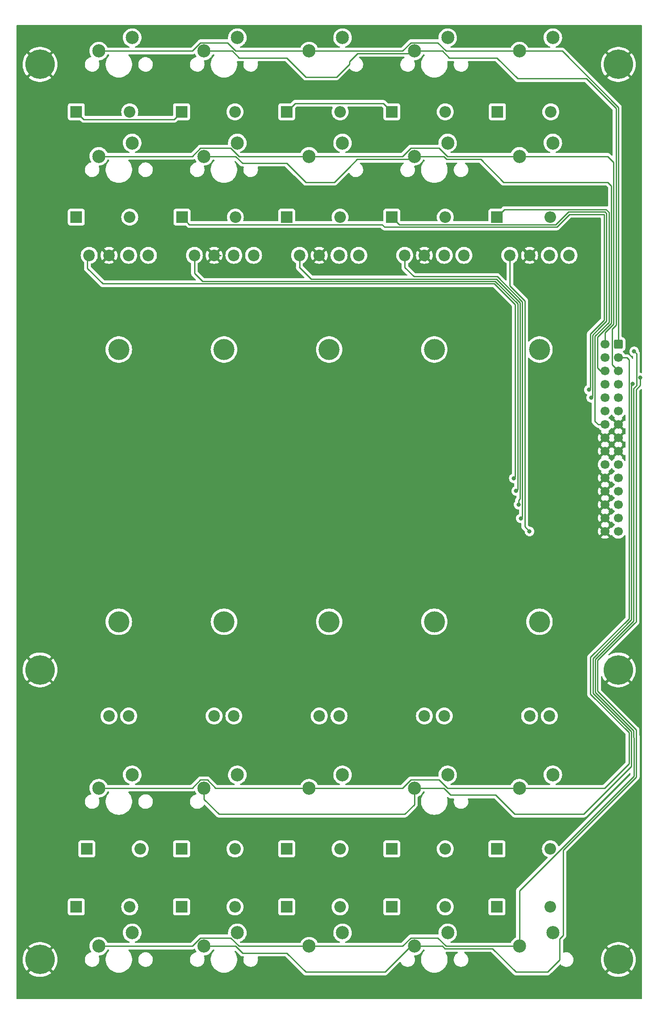
<source format=gbr>
%TF.GenerationSoftware,KiCad,Pcbnew,(6.0.4)*%
%TF.CreationDate,2023-01-30T21:52:44+01:00*%
%TF.ProjectId,Fader_Board,46616465-725f-4426-9f61-72642e6b6963,rev?*%
%TF.SameCoordinates,Original*%
%TF.FileFunction,Copper,L1,Top*%
%TF.FilePolarity,Positive*%
%FSLAX46Y46*%
G04 Gerber Fmt 4.6, Leading zero omitted, Abs format (unit mm)*
G04 Created by KiCad (PCBNEW (6.0.4)) date 2023-01-30 21:52:44*
%MOMM*%
%LPD*%
G01*
G04 APERTURE LIST*
G04 Aperture macros list*
%AMRoundRect*
0 Rectangle with rounded corners*
0 $1 Rounding radius*
0 $2 $3 $4 $5 $6 $7 $8 $9 X,Y pos of 4 corners*
0 Add a 4 corners polygon primitive as box body*
4,1,4,$2,$3,$4,$5,$6,$7,$8,$9,$2,$3,0*
0 Add four circle primitives for the rounded corners*
1,1,$1+$1,$2,$3*
1,1,$1+$1,$4,$5*
1,1,$1+$1,$6,$7*
1,1,$1+$1,$8,$9*
0 Add four rect primitives between the rounded corners*
20,1,$1+$1,$2,$3,$4,$5,0*
20,1,$1+$1,$4,$5,$6,$7,0*
20,1,$1+$1,$6,$7,$8,$9,0*
20,1,$1+$1,$8,$9,$2,$3,0*%
G04 Aperture macros list end*
%TA.AperFunction,ComponentPad*%
%ADD10C,2.200000*%
%TD*%
%TA.AperFunction,ComponentPad*%
%ADD11C,4.000000*%
%TD*%
%TA.AperFunction,ComponentPad*%
%ADD12C,5.600000*%
%TD*%
%TA.AperFunction,ComponentPad*%
%ADD13O,2.200000X2.200000*%
%TD*%
%TA.AperFunction,ComponentPad*%
%ADD14R,2.200000X2.200000*%
%TD*%
%TA.AperFunction,ComponentPad*%
%ADD15C,2.500000*%
%TD*%
%TA.AperFunction,ComponentPad*%
%ADD16RoundRect,0.250000X0.600000X0.600000X-0.600000X0.600000X-0.600000X-0.600000X0.600000X-0.600000X0*%
%TD*%
%TA.AperFunction,ComponentPad*%
%ADD17C,1.700000*%
%TD*%
%TA.AperFunction,ViaPad*%
%ADD18C,0.800000*%
%TD*%
%TA.AperFunction,Conductor*%
%ADD19C,0.250000*%
%TD*%
G04 APERTURE END LIST*
D10*
%TO.P,RV5,1,1*%
%TO.N,GND*%
X138120000Y-56250000D03*
%TO.P,RV5,2,2*%
%TO.N,ANALOG_5*%
X134370000Y-56250000D03*
%TO.P,RV5,3,3*%
%TO.N,+5V*%
X138120000Y-143750000D03*
%TO.P,RV5,4*%
%TO.N,N/C*%
X141880000Y-56250000D03*
%TO.P,RV5,5*%
X145630000Y-56250000D03*
%TO.P,RV5,6*%
X141880000Y-143750000D03*
D11*
%TO.P,RV5,G*%
X140000000Y-74150000D03*
X140000000Y-125850000D03*
%TD*%
D10*
%TO.P,RV4,1,1*%
%TO.N,GND*%
X118120000Y-56250000D03*
%TO.P,RV4,2,2*%
%TO.N,ANALOG_4*%
X114370000Y-56250000D03*
%TO.P,RV4,3,3*%
%TO.N,+5V*%
X118120000Y-143750000D03*
%TO.P,RV4,4*%
%TO.N,N/C*%
X121880000Y-56250000D03*
%TO.P,RV4,5*%
X125630000Y-56250000D03*
%TO.P,RV4,6*%
X121880000Y-143750000D03*
D11*
%TO.P,RV4,G*%
X120000000Y-74150000D03*
X120000000Y-125850000D03*
%TD*%
D10*
%TO.P,RV3,1,1*%
%TO.N,GND*%
X98120000Y-56250000D03*
%TO.P,RV3,2,2*%
%TO.N,ANALOG_3*%
X94370000Y-56250000D03*
%TO.P,RV3,3,3*%
%TO.N,+5V*%
X98120000Y-143750000D03*
%TO.P,RV3,4*%
%TO.N,N/C*%
X101880000Y-56250000D03*
%TO.P,RV3,5*%
X105630000Y-56250000D03*
%TO.P,RV3,6*%
X101880000Y-143750000D03*
D11*
%TO.P,RV3,G*%
X100000000Y-74150000D03*
X100000000Y-125850000D03*
%TD*%
D10*
%TO.P,RV2,1,1*%
%TO.N,GND*%
X78120000Y-56250000D03*
%TO.P,RV2,2,2*%
%TO.N,ANALOG_2*%
X74370000Y-56250000D03*
%TO.P,RV2,3,3*%
%TO.N,+5V*%
X78120000Y-143750000D03*
%TO.P,RV2,4*%
%TO.N,N/C*%
X81880000Y-56250000D03*
%TO.P,RV2,5*%
X85630000Y-56250000D03*
%TO.P,RV2,6*%
X81880000Y-143750000D03*
D11*
%TO.P,RV2,G*%
X80000000Y-74150000D03*
X80000000Y-125850000D03*
%TD*%
%TO.P,RV1,G*%
%TO.N,N/C*%
X60000000Y-125850000D03*
X60000000Y-74150000D03*
D10*
%TO.P,RV1,6*%
X61880000Y-143750000D03*
%TO.P,RV1,5*%
X65630000Y-56250000D03*
%TO.P,RV1,4*%
X61880000Y-56250000D03*
%TO.P,RV1,3,3*%
%TO.N,+5V*%
X58120000Y-143750000D03*
%TO.P,RV1,2,2*%
%TO.N,ANALOG_1*%
X54370000Y-56250000D03*
%TO.P,RV1,1,1*%
%TO.N,GND*%
X58120000Y-56250000D03*
%TD*%
D12*
%TO.P,H6,1,1*%
%TO.N,GND*%
X45000000Y-190000000D03*
%TD*%
%TO.P,H5,1,1*%
%TO.N,GND*%
X155000000Y-190000000D03*
%TD*%
%TO.P,H4,1,1*%
%TO.N,GND*%
X45000000Y-20000000D03*
%TD*%
%TO.P,H3,1,1*%
%TO.N,GND*%
X155000000Y-135000000D03*
%TD*%
%TO.P,H2,1,1*%
%TO.N,GND*%
X155000000Y-20000000D03*
%TD*%
%TO.P,H1,1,1*%
%TO.N,GND*%
X45000000Y-135000000D03*
%TD*%
D13*
%TO.P,D14,2,A*%
%TO.N,Net-(D14-Pad2)*%
X122080000Y-49000000D03*
D14*
%TO.P,D14,1,K*%
%TO.N,MATRIX_B*%
X111920000Y-49000000D03*
%TD*%
D15*
%TO.P,SW2,1,1*%
%TO.N,MATRIX_2*%
X56190000Y-37460000D03*
%TO.P,SW2,2,2*%
%TO.N,Net-(D2-Pad2)*%
X62540000Y-34920000D03*
%TD*%
D13*
%TO.P,D20,2,A*%
%TO.N,Net-(D20-Pad2)*%
X142080000Y-180000000D03*
D14*
%TO.P,D20,1,K*%
%TO.N,MATRIX_C*%
X131920000Y-180000000D03*
%TD*%
D13*
%TO.P,D19,2,A*%
%TO.N,Net-(D19-Pad2)*%
X142080000Y-169000000D03*
D14*
%TO.P,D19,1,K*%
%TO.N,MATRIX_C*%
X131920000Y-169000000D03*
%TD*%
D15*
%TO.P,SW7,1,1*%
%TO.N,MATRIX_7*%
X76190000Y-157460000D03*
%TO.P,SW7,2,2*%
%TO.N,Net-(D7-Pad2)*%
X82540000Y-154920000D03*
%TD*%
%TO.P,SW16,1,1*%
%TO.N,MATRIX_8*%
X116190000Y-187460000D03*
%TO.P,SW16,2,2*%
%TO.N,Net-(D16-Pad2)*%
X122540000Y-184920000D03*
%TD*%
%TO.P,SW5,1,1*%
%TO.N,MATRIX_5*%
X76190000Y-17460000D03*
%TO.P,SW5,2,2*%
%TO.N,Net-(D5-Pad2)*%
X82540000Y-14920000D03*
%TD*%
D13*
%TO.P,D17,2,A*%
%TO.N,Net-(D17-Pad2)*%
X142160000Y-29000000D03*
D14*
%TO.P,D17,1,K*%
%TO.N,MATRIX_C*%
X132000000Y-29000000D03*
%TD*%
D13*
%TO.P,D10,2,A*%
%TO.N,Net-(D10-Pad2)*%
X102080000Y-49000000D03*
D14*
%TO.P,D10,1,K*%
%TO.N,MATRIX_B*%
X91920000Y-49000000D03*
%TD*%
D13*
%TO.P,D12,2,A*%
%TO.N,Net-(D12-Pad2)*%
X102080000Y-180000000D03*
D14*
%TO.P,D12,1,K*%
%TO.N,MATRIX_B*%
X91920000Y-180000000D03*
%TD*%
D15*
%TO.P,SW11,1,1*%
%TO.N,MATRIX_3*%
X96190000Y-157460000D03*
%TO.P,SW11,2,2*%
%TO.N,Net-(D11-Pad2)*%
X102540000Y-154920000D03*
%TD*%
D13*
%TO.P,D4,2,A*%
%TO.N,Net-(D4-Pad2)*%
X62080000Y-180000000D03*
D14*
%TO.P,D4,1,K*%
%TO.N,MATRIX_A*%
X51920000Y-180000000D03*
%TD*%
D15*
%TO.P,SW8,1,1*%
%TO.N,MATRIX_8*%
X76190000Y-187460000D03*
%TO.P,SW8,2,2*%
%TO.N,Net-(D8-Pad2)*%
X82540000Y-184920000D03*
%TD*%
%TO.P,SW14,1,1*%
%TO.N,MATRIX_6*%
X116190000Y-37460000D03*
%TO.P,SW14,2,2*%
%TO.N,Net-(D14-Pad2)*%
X122540000Y-34920000D03*
%TD*%
D13*
%TO.P,D3,2,A*%
%TO.N,Net-(D3-Pad2)*%
X64080000Y-169000000D03*
D14*
%TO.P,D3,1,K*%
%TO.N,MATRIX_A*%
X53920000Y-169000000D03*
%TD*%
D13*
%TO.P,D13,2,A*%
%TO.N,Net-(D13-Pad2)*%
X122080000Y-29000000D03*
D14*
%TO.P,D13,1,K*%
%TO.N,MATRIX_B*%
X111920000Y-29000000D03*
%TD*%
D15*
%TO.P,SW10,1,1*%
%TO.N,MATRIX_2*%
X96190000Y-37460000D03*
%TO.P,SW10,2,2*%
%TO.N,Net-(D10-Pad2)*%
X102540000Y-34920000D03*
%TD*%
D13*
%TO.P,D8,2,A*%
%TO.N,Net-(D8-Pad2)*%
X82080000Y-180000000D03*
D14*
%TO.P,D8,1,K*%
%TO.N,MATRIX_A*%
X71920000Y-180000000D03*
%TD*%
D15*
%TO.P,SW6,1,1*%
%TO.N,MATRIX_6*%
X76190000Y-37460000D03*
%TO.P,SW6,2,2*%
%TO.N,Net-(D6-Pad2)*%
X82540000Y-34920000D03*
%TD*%
%TO.P,SW1,1,1*%
%TO.N,MATRIX_1*%
X56190000Y-17460000D03*
%TO.P,SW1,2,2*%
%TO.N,Net-(D1-Pad2)*%
X62540000Y-14920000D03*
%TD*%
D13*
%TO.P,D1,2,A*%
%TO.N,Net-(D1-Pad2)*%
X62080000Y-29000000D03*
D14*
%TO.P,D1,1,K*%
%TO.N,MATRIX_A*%
X51920000Y-29000000D03*
%TD*%
D15*
%TO.P,SW20,1,1*%
%TO.N,MATRIX_4*%
X136190000Y-187460000D03*
%TO.P,SW20,2,2*%
%TO.N,Net-(D20-Pad2)*%
X142540000Y-184920000D03*
%TD*%
%TO.P,SW18,1,1*%
%TO.N,MATRIX_2*%
X136190000Y-37460000D03*
%TO.P,SW18,2,2*%
%TO.N,Net-(D18-Pad2)*%
X142540000Y-34920000D03*
%TD*%
%TO.P,SW9,1,1*%
%TO.N,MATRIX_1*%
X96190000Y-17460000D03*
%TO.P,SW9,2,2*%
%TO.N,Net-(D9-Pad2)*%
X102540000Y-14920000D03*
%TD*%
D13*
%TO.P,D18,2,A*%
%TO.N,Net-(D18-Pad2)*%
X142080000Y-49000000D03*
D14*
%TO.P,D18,1,K*%
%TO.N,MATRIX_C*%
X131920000Y-49000000D03*
%TD*%
D15*
%TO.P,SW13,1,1*%
%TO.N,MATRIX_5*%
X116190000Y-17460000D03*
%TO.P,SW13,2,2*%
%TO.N,Net-(D13-Pad2)*%
X122540000Y-14920000D03*
%TD*%
D13*
%TO.P,D7,2,A*%
%TO.N,Net-(D7-Pad2)*%
X82080000Y-169000000D03*
D14*
%TO.P,D7,1,K*%
%TO.N,MATRIX_A*%
X71920000Y-169000000D03*
%TD*%
D15*
%TO.P,SW17,1,1*%
%TO.N,MATRIX_1*%
X136190000Y-17460000D03*
%TO.P,SW17,2,2*%
%TO.N,Net-(D17-Pad2)*%
X142540000Y-14920000D03*
%TD*%
D13*
%TO.P,D2,2,A*%
%TO.N,Net-(D2-Pad2)*%
X62080000Y-49000000D03*
D14*
%TO.P,D2,1,K*%
%TO.N,MATRIX_A*%
X51920000Y-49000000D03*
%TD*%
D13*
%TO.P,D9,2,A*%
%TO.N,Net-(D9-Pad2)*%
X102080000Y-29000000D03*
D14*
%TO.P,D9,1,K*%
%TO.N,MATRIX_B*%
X91920000Y-29000000D03*
%TD*%
D15*
%TO.P,SW19,1,1*%
%TO.N,MATRIX_3*%
X136190000Y-157460000D03*
%TO.P,SW19,2,2*%
%TO.N,Net-(D19-Pad2)*%
X142540000Y-154920000D03*
%TD*%
D13*
%TO.P,D6,2,A*%
%TO.N,Net-(D6-Pad2)*%
X82160000Y-49000000D03*
D14*
%TO.P,D6,1,K*%
%TO.N,MATRIX_A*%
X72000000Y-49000000D03*
%TD*%
D13*
%TO.P,D15,2,A*%
%TO.N,Net-(D15-Pad2)*%
X122080000Y-169000000D03*
D14*
%TO.P,D15,1,K*%
%TO.N,MATRIX_B*%
X111920000Y-169000000D03*
%TD*%
D13*
%TO.P,D16,2,A*%
%TO.N,Net-(D16-Pad2)*%
X122080000Y-180000000D03*
D14*
%TO.P,D16,1,K*%
%TO.N,MATRIX_B*%
X111920000Y-180000000D03*
%TD*%
D15*
%TO.P,SW3,1,1*%
%TO.N,MATRIX_3*%
X56190000Y-157460000D03*
%TO.P,SW3,2,2*%
%TO.N,Net-(D3-Pad2)*%
X62540000Y-154920000D03*
%TD*%
%TO.P,SW15,1,1*%
%TO.N,MATRIX_7*%
X116190000Y-157460000D03*
%TO.P,SW15,2,2*%
%TO.N,Net-(D15-Pad2)*%
X122540000Y-154920000D03*
%TD*%
D13*
%TO.P,D5,2,A*%
%TO.N,Net-(D5-Pad2)*%
X82080000Y-29000000D03*
D14*
%TO.P,D5,1,K*%
%TO.N,MATRIX_A*%
X71920000Y-29000000D03*
%TD*%
D15*
%TO.P,SW12,1,1*%
%TO.N,MATRIX_4*%
X96190000Y-187460000D03*
%TO.P,SW12,2,2*%
%TO.N,Net-(D12-Pad2)*%
X102540000Y-184920000D03*
%TD*%
D13*
%TO.P,D11,2,A*%
%TO.N,Net-(D11-Pad2)*%
X102080000Y-169000000D03*
D14*
%TO.P,D11,1,K*%
%TO.N,MATRIX_B*%
X91920000Y-169000000D03*
%TD*%
D15*
%TO.P,SW4,1,1*%
%TO.N,MATRIX_4*%
X56190000Y-187460000D03*
%TO.P,SW4,2,2*%
%TO.N,Net-(D4-Pad2)*%
X62540000Y-184920000D03*
%TD*%
D16*
%TO.P,J1,1,Pin_1*%
%TO.N,MATRIX_1*%
X155000000Y-73140000D03*
D17*
%TO.P,J1,2,Pin_2*%
%TO.N,MATRIX_2*%
X152460000Y-73140000D03*
%TO.P,J1,3,Pin_3*%
%TO.N,MATRIX_3*%
X155000000Y-75680000D03*
%TO.P,J1,4,Pin_4*%
%TO.N,MATRIX_4*%
X152460000Y-75680000D03*
%TO.P,J1,5,Pin_5*%
%TO.N,MATRIX_5*%
X155000000Y-78220000D03*
%TO.P,J1,6,Pin_6*%
%TO.N,MATRIX_6*%
X152460000Y-78220000D03*
%TO.P,J1,7,Pin_7*%
%TO.N,MATRIX_7*%
X155000000Y-80760000D03*
%TO.P,J1,8,Pin_8*%
%TO.N,MATRIX_8*%
X152460000Y-80760000D03*
%TO.P,J1,9,Pin_9*%
%TO.N,MATRIX_A*%
X155000000Y-83300000D03*
%TO.P,J1,10,Pin_10*%
%TO.N,MATRIX_B*%
X152460000Y-83300000D03*
%TO.P,J1,11,Pin_11*%
%TO.N,unconnected-(J1-Pad11)*%
X155000000Y-85840000D03*
%TO.P,J1,12,Pin_12*%
%TO.N,unconnected-(J1-Pad12)*%
X152460000Y-85840000D03*
%TO.P,J1,13,Pin_13*%
%TO.N,GND*%
X155000000Y-88380000D03*
%TO.P,J1,14,Pin_14*%
%TO.N,MATRIX_C*%
X152460000Y-88380000D03*
%TO.P,J1,15,Pin_15*%
%TO.N,GND*%
X155000000Y-90920000D03*
%TO.P,J1,16,Pin_16*%
X152460000Y-90920000D03*
%TO.P,J1,17,Pin_17*%
X155000000Y-93460000D03*
%TO.P,J1,18,Pin_18*%
X152460000Y-93460000D03*
%TO.P,J1,19,Pin_19*%
%TO.N,+5V*%
X155000000Y-96000000D03*
%TO.P,J1,20,Pin_20*%
X152460000Y-96000000D03*
%TO.P,J1,21,Pin_21*%
%TO.N,ANALOG_1*%
X155000000Y-98540000D03*
%TO.P,J1,22,Pin_22*%
%TO.N,GND*%
X152460000Y-98540000D03*
%TO.P,J1,23,Pin_23*%
%TO.N,ANALOG_2*%
X155000000Y-101080000D03*
%TO.P,J1,24,Pin_24*%
%TO.N,GND*%
X152460000Y-101080000D03*
%TO.P,J1,25,Pin_25*%
%TO.N,ANALOG_3*%
X155000000Y-103620000D03*
%TO.P,J1,26,Pin_26*%
%TO.N,GND*%
X152460000Y-103620000D03*
%TO.P,J1,27,Pin_27*%
%TO.N,ANALOG_4*%
X155000000Y-106160000D03*
%TO.P,J1,28,Pin_28*%
%TO.N,GND*%
X152460000Y-106160000D03*
%TO.P,J1,29,Pin_29*%
%TO.N,ANALOG_5*%
X155000000Y-108700000D03*
%TO.P,J1,30,Pin_30*%
%TO.N,GND*%
X152460000Y-108700000D03*
%TD*%
D18*
%TO.N,ANALOG_1*%
X135111940Y-98600000D03*
%TO.N,ANALOG_2*%
X135561460Y-101000000D03*
%TO.N,ANALOG_3*%
X136000000Y-103600000D03*
%TO.N,ANALOG_4*%
X136460500Y-106200000D03*
%TO.N,ANALOG_5*%
X138100000Y-108700000D03*
%TO.N,MATRIX_A*%
X149375500Y-81794510D03*
%TO.N,MATRIX_B*%
X149825980Y-83300000D03*
%TO.N,MATRIX_8*%
X159173511Y-79500000D03*
%TO.N,MATRIX_4*%
X158000000Y-74500000D03*
%TO.N,MATRIX_7*%
X157724500Y-80700000D03*
%TD*%
D19*
%TO.N,ANALOG_1*%
X54000000Y-56620000D02*
X54370000Y-56250000D01*
X54000000Y-58700000D02*
X54000000Y-56620000D01*
X56948560Y-61648560D02*
X54000000Y-58700000D01*
X131405688Y-61648560D02*
X56948560Y-61648560D01*
X135386920Y-65629792D02*
X131405688Y-61648560D01*
X135386920Y-98325020D02*
X135386920Y-65629792D01*
X135111940Y-98600000D02*
X135386920Y-98325020D01*
%TO.N,ANALOG_4*%
X131964282Y-60300000D02*
X136735480Y-65071198D01*
X136735480Y-65071198D02*
X136735480Y-105925020D01*
X114370000Y-58570000D02*
X116100000Y-60300000D01*
X114370000Y-56250000D02*
X114370000Y-58570000D01*
X116100000Y-60300000D02*
X131964282Y-60300000D01*
X136735480Y-105925020D02*
X136460500Y-106200000D01*
%TO.N,ANALOG_2*%
X75899040Y-61199040D02*
X74370000Y-59670000D01*
X74370000Y-59670000D02*
X74370000Y-56250000D01*
X135836440Y-65443594D02*
X131591886Y-61199040D01*
X135836440Y-100725020D02*
X135836440Y-65443594D01*
X131591886Y-61199040D02*
X75899040Y-61199040D01*
X135561460Y-101000000D02*
X135836440Y-100725020D01*
%TO.N,ANALOG_3*%
X96549520Y-60749520D02*
X94300000Y-58500000D01*
X94370000Y-58430000D02*
X94370000Y-56250000D01*
X136285960Y-65257396D02*
X131778084Y-60749520D01*
X136000000Y-102800000D02*
X136285960Y-102514040D01*
X136285960Y-102514040D02*
X136285960Y-65257396D01*
X94300000Y-58500000D02*
X94370000Y-58430000D01*
X136000000Y-103600000D02*
X136000000Y-102800000D01*
X131778084Y-60749520D02*
X96549520Y-60749520D01*
%TO.N,ANALOG_5*%
X137185000Y-64915000D02*
X137200000Y-64900000D01*
X137200000Y-64900000D02*
X134370000Y-62070000D01*
X134370000Y-62070000D02*
X134370000Y-56250000D01*
X137185000Y-107785000D02*
X137185000Y-64915000D01*
%TO.N,MATRIX_8*%
X121574282Y-187460000D02*
X116190000Y-187460000D01*
X122023803Y-187909520D02*
X121574282Y-187460000D01*
X135527430Y-192374521D02*
X131062429Y-187909520D01*
X141525479Y-192374521D02*
X135527430Y-192374521D01*
X143830479Y-190069521D02*
X141525479Y-192374521D01*
X143830479Y-186069521D02*
X143830479Y-190069521D01*
X131062429Y-187909520D02*
X122023803Y-187909520D01*
X144465141Y-185434859D02*
X143830479Y-186069521D01*
X158399040Y-155331241D02*
X144465141Y-169265141D01*
X158399040Y-147550480D02*
X158399040Y-155331241D01*
X144465141Y-169265141D02*
X144465141Y-185434859D01*
X158348560Y-147500000D02*
X158399040Y-147550480D01*
X158348560Y-146341406D02*
X158348560Y-147500000D01*
X151048560Y-139041406D02*
X158348560Y-146341406D01*
X151048560Y-133158593D02*
X151048560Y-139041406D01*
X158085237Y-126121916D02*
X151048560Y-133158593D01*
X158348560Y-125858594D02*
X158085237Y-126121916D01*
X158348560Y-81736272D02*
X158348560Y-125858594D01*
X159173511Y-80911321D02*
X158348560Y-81736272D01*
X159173511Y-79500000D02*
X159173511Y-80911321D01*
%TO.N,MATRIX_4*%
X136190000Y-176904564D02*
X136190000Y-187460000D01*
X157949520Y-155145044D02*
X136190000Y-176904564D01*
X157949520Y-147850480D02*
X157949520Y-155145044D01*
X157899040Y-147800000D02*
X157949520Y-147850480D01*
X157899040Y-146527604D02*
X157899040Y-147800000D01*
X150599040Y-139227604D02*
X157899040Y-146527604D01*
X150599040Y-132972396D02*
X150599040Y-139227604D01*
X157899040Y-125672396D02*
X150599040Y-132972396D01*
X157899040Y-81550074D02*
X157899040Y-125672396D01*
X158449011Y-81000103D02*
X157899040Y-81550074D01*
X158449011Y-74949011D02*
X158449011Y-81000103D01*
X158000000Y-74500000D02*
X158449011Y-74949011D01*
%TO.N,MATRIX_7*%
X121824283Y-157460000D02*
X116190000Y-157460000D01*
X131650479Y-158750479D02*
X123114762Y-158750479D01*
X135274521Y-162374521D02*
X131650479Y-158750479D01*
X148425479Y-162374521D02*
X135274521Y-162374521D01*
X123114762Y-158750479D02*
X121824283Y-157460000D01*
X157500000Y-153300000D02*
X148425479Y-162374521D01*
X157500000Y-148100000D02*
X157500000Y-153300000D01*
X157449520Y-148049520D02*
X157500000Y-148100000D01*
X157449520Y-146713802D02*
X157449520Y-148049520D01*
X150149520Y-139413802D02*
X157449520Y-146713802D01*
X150149520Y-132786198D02*
X150149520Y-139413802D01*
X157449520Y-125486198D02*
X150149520Y-132786198D01*
X157449520Y-80974980D02*
X157449520Y-125486198D01*
X157724500Y-80700000D02*
X157449520Y-80974980D01*
%TO.N,MATRIX_3*%
X152340000Y-157460000D02*
X136190000Y-157460000D01*
X157000000Y-146900000D02*
X157000000Y-152800000D01*
X157000000Y-125300000D02*
X149700000Y-132600000D01*
X149700000Y-139600000D02*
X157000000Y-146900000D01*
X157000000Y-76100000D02*
X157000000Y-125300000D01*
X149700000Y-132600000D02*
X149700000Y-139600000D01*
X156580000Y-75680000D02*
X157000000Y-76100000D01*
X155000000Y-75680000D02*
X156580000Y-75680000D01*
X157000000Y-152800000D02*
X152340000Y-157460000D01*
%TO.N,GND*%
X117185000Y-56250000D02*
X118271511Y-57336511D01*
%TO.N,ANALOG_5*%
X137185000Y-107785000D02*
X138100000Y-108700000D01*
%TO.N,GND*%
X79060000Y-56250000D02*
X79403440Y-56250000D01*
%TO.N,MATRIX_A*%
X70495489Y-30424511D02*
X71920000Y-29000000D01*
X53344511Y-30424511D02*
X70495489Y-30424511D01*
X51920000Y-29000000D02*
X53344511Y-30424511D01*
X149650480Y-81519530D02*
X149375500Y-81794510D01*
X149650480Y-80100000D02*
X149650480Y-81519530D01*
X73424511Y-50424511D02*
X72000000Y-49000000D01*
X110075489Y-50424511D02*
X73424511Y-50424511D01*
X110525009Y-50874031D02*
X110075489Y-50424511D01*
X143286696Y-50874031D02*
X110525009Y-50874031D01*
X145686197Y-48474529D02*
X143286696Y-50874031D01*
X152302880Y-48474529D02*
X145686197Y-48474529D01*
X152302880Y-68569010D02*
X152302880Y-48474529D01*
X149650480Y-71221411D02*
X152302880Y-68569010D01*
X149650480Y-80100000D02*
X149650480Y-71221411D01*
%TO.N,MATRIX_B*%
X110320000Y-27400000D02*
X111920000Y-29000000D01*
X93520000Y-27400000D02*
X110320000Y-27400000D01*
X91920000Y-29000000D02*
X93520000Y-27400000D01*
X150100000Y-83025980D02*
X149825980Y-83300000D01*
X150100000Y-81500000D02*
X150100000Y-83025980D01*
X150100000Y-71407608D02*
X150100000Y-81500000D01*
X151303804Y-70203804D02*
X150100000Y-71407608D01*
X152752400Y-48288118D02*
X152752400Y-68755208D01*
X152489291Y-48025009D02*
X152752400Y-48288118D01*
X145500000Y-48025009D02*
X152489291Y-48025009D01*
X143100498Y-50424511D02*
X145500000Y-48025009D01*
X113344511Y-50424511D02*
X143100498Y-50424511D01*
X152752400Y-68755208D02*
X151303804Y-70203804D01*
X111920000Y-49000000D02*
X113344511Y-50424511D01*
%TO.N,MATRIX_C*%
X151180000Y-88380000D02*
X152460000Y-88380000D01*
X150550480Y-87750480D02*
X151180000Y-88380000D01*
X150550480Y-71592847D02*
X150550480Y-87750480D01*
X153201920Y-68941406D02*
X150550480Y-71592847D01*
X153201920Y-48100000D02*
X153201920Y-68941406D01*
X153200000Y-48100000D02*
X153201920Y-48100000D01*
X152675489Y-47575489D02*
X153200000Y-48100000D01*
X133344511Y-47575489D02*
X152675489Y-47575489D01*
X131920000Y-49000000D02*
X133344511Y-47575489D01*
%TO.N,MATRIX_6*%
X151620000Y-78220000D02*
X152460000Y-78220000D01*
X151000000Y-77600000D02*
X151620000Y-78220000D01*
X151000000Y-71779044D02*
X151000000Y-77600000D01*
X153651440Y-69127604D02*
X151000000Y-71779044D01*
X153651440Y-43051440D02*
X153651440Y-69127604D01*
X152974521Y-42374521D02*
X153651440Y-43051440D01*
X133174521Y-42374521D02*
X152974521Y-42374521D01*
X128800000Y-38000000D02*
X133174521Y-42374521D01*
X122364282Y-38000000D02*
X128800000Y-38000000D01*
X121824282Y-37460000D02*
X122364282Y-38000000D01*
X116190000Y-37460000D02*
X121824282Y-37460000D01*
%TO.N,MATRIX_2*%
X152460000Y-70954762D02*
X152460000Y-73140000D01*
X152960960Y-37460000D02*
X154100960Y-38600000D01*
X136190000Y-37460000D02*
X152960960Y-37460000D01*
X154100960Y-38600000D02*
X154100960Y-69313802D01*
X154100960Y-69313802D02*
X152460000Y-70954762D01*
%TO.N,MATRIX_5*%
X153825489Y-77045489D02*
X155000000Y-78220000D01*
X153825489Y-70224991D02*
X153825489Y-77045489D01*
X154550480Y-69500000D02*
X153825489Y-70224991D01*
X148905687Y-22694314D02*
X154550480Y-28339107D01*
X135847223Y-22694314D02*
X148905687Y-22694314D01*
X131903388Y-18750479D02*
X135847223Y-22694314D01*
X122864761Y-18750479D02*
X131903388Y-18750479D01*
X121574282Y-17460000D02*
X122864761Y-18750479D01*
X154550480Y-28339107D02*
X154550480Y-69500000D01*
X116190000Y-17460000D02*
X121574282Y-17460000D01*
%TO.N,MATRIX_1*%
X155000000Y-28152909D02*
X155000000Y-73140000D01*
X144307091Y-17460000D02*
X155000000Y-28152909D01*
X136190000Y-17460000D02*
X144307091Y-17460000D01*
%TO.N,MATRIX_5*%
X115740480Y-17909520D02*
X116190000Y-17460000D01*
X105403389Y-17909520D02*
X115740480Y-17909520D01*
X103830479Y-19919521D02*
X103830479Y-19482430D01*
X95527430Y-22374521D02*
X101375479Y-22374521D01*
X101375479Y-22374521D02*
X103830479Y-19919521D01*
X91903388Y-18750479D02*
X95527430Y-22374521D01*
X81574282Y-17460000D02*
X82864761Y-18750479D01*
X76190000Y-17460000D02*
X81574282Y-17460000D01*
X82864761Y-18750479D02*
X91903388Y-18750479D01*
X103830479Y-19482430D02*
X105403389Y-17909520D01*
%TO.N,MATRIX_6*%
X115650000Y-38000000D02*
X116190000Y-37460000D01*
X105312909Y-38000000D02*
X115650000Y-38000000D01*
X95527430Y-42374521D02*
X100983560Y-42374521D01*
X100983560Y-42374521D02*
X103830479Y-39527602D01*
X103830479Y-39482430D02*
X105312909Y-38000000D01*
X91902909Y-38750000D02*
X95527430Y-42374521D01*
X83507586Y-38750000D02*
X91902909Y-38750000D01*
X82217586Y-37460000D02*
X83507586Y-38750000D01*
X76190000Y-37460000D02*
X82217586Y-37460000D01*
X103830479Y-39527602D02*
X103830479Y-39482430D01*
%TO.N,MATRIX_7*%
X114375479Y-162374521D02*
X116190000Y-160560000D01*
X79016440Y-162374521D02*
X114375479Y-162374521D01*
X116190000Y-160560000D02*
X116190000Y-157460000D01*
X76190000Y-159548081D02*
X79016440Y-162374521D01*
X76190000Y-157460000D02*
X76190000Y-159548081D01*
%TO.N,MATRIX_8*%
X91903388Y-188750479D02*
X95527430Y-192374521D01*
X95527430Y-192374521D02*
X110625479Y-192374521D01*
X82217586Y-187460000D02*
X83508065Y-188750479D01*
X76190000Y-187460000D02*
X82217586Y-187460000D01*
X83508065Y-188750479D02*
X91903388Y-188750479D01*
X110625479Y-192374521D02*
X115540000Y-187460000D01*
X115540000Y-187460000D02*
X116190000Y-187460000D01*
%TO.N,MATRIX_4*%
X115537815Y-185885489D02*
X120635489Y-185885489D01*
X120635489Y-185885489D02*
X122210000Y-187460000D01*
X122210000Y-187460000D02*
X136190000Y-187460000D01*
X113963304Y-187460000D02*
X115537815Y-185885489D01*
X96190000Y-187460000D02*
X113963304Y-187460000D01*
X81278793Y-185885489D02*
X82853304Y-187460000D01*
X75537815Y-185885489D02*
X81278793Y-185885489D01*
X73963304Y-187460000D02*
X75537815Y-185885489D01*
X82853304Y-187460000D02*
X96190000Y-187460000D01*
X56190000Y-187460000D02*
X73963304Y-187460000D01*
%TO.N,MATRIX_3*%
X120885489Y-155885489D02*
X122460000Y-157460000D01*
X122460000Y-157460000D02*
X136190000Y-157460000D01*
X113963304Y-157460000D02*
X115537815Y-155885489D01*
X115537815Y-155885489D02*
X120885489Y-155885489D01*
X96190000Y-157460000D02*
X113963304Y-157460000D01*
X78416696Y-157460000D02*
X96190000Y-157460000D01*
X75537815Y-155885489D02*
X76842185Y-155885489D01*
X76842185Y-155885489D02*
X78416696Y-157460000D01*
X73963304Y-157460000D02*
X75537815Y-155885489D01*
X56190000Y-157460000D02*
X73963304Y-157460000D01*
%TO.N,MATRIX_2*%
X122460000Y-37460000D02*
X136190000Y-37460000D01*
X120885489Y-35885489D02*
X122460000Y-37460000D01*
X115537815Y-35885489D02*
X120885489Y-35885489D01*
X113963304Y-37460000D02*
X115537815Y-35885489D01*
X96190000Y-37460000D02*
X113963304Y-37460000D01*
X82853304Y-37460000D02*
X96190000Y-37460000D01*
X81278793Y-35885489D02*
X82853304Y-37460000D01*
X75537815Y-35885489D02*
X81278793Y-35885489D01*
X73963304Y-37460000D02*
X75537815Y-35885489D01*
X56190000Y-37460000D02*
X73963304Y-37460000D01*
%TO.N,MATRIX_1*%
X122210000Y-17460000D02*
X136190000Y-17460000D01*
X120635489Y-15885489D02*
X122210000Y-17460000D01*
X113963304Y-17460000D02*
X115537815Y-15885489D01*
X96190000Y-17460000D02*
X113963304Y-17460000D01*
X115537815Y-15885489D02*
X120635489Y-15885489D01*
X82210000Y-17460000D02*
X96190000Y-17460000D01*
X80635489Y-15885489D02*
X82210000Y-17460000D01*
X75537815Y-15885489D02*
X80635489Y-15885489D01*
X73963304Y-17460000D02*
X75537815Y-15885489D01*
X56190000Y-17460000D02*
X73963304Y-17460000D01*
%TD*%
%TA.AperFunction,Conductor*%
%TO.N,GND*%
G36*
X159433621Y-12528502D02*
G01*
X159480114Y-12582158D01*
X159491500Y-12634500D01*
X159491500Y-78483197D01*
X159471498Y-78551318D01*
X159417842Y-78597811D01*
X159347568Y-78607915D01*
X159339307Y-78606445D01*
X159326022Y-78603621D01*
X159275455Y-78592872D01*
X159275450Y-78592872D01*
X159268998Y-78591500D01*
X159208511Y-78591500D01*
X159140390Y-78571498D01*
X159093897Y-78517842D01*
X159082511Y-78465500D01*
X159082511Y-75027774D01*
X159083038Y-75016590D01*
X159084712Y-75009102D01*
X159082573Y-74941043D01*
X159082511Y-74937086D01*
X159082511Y-74909155D01*
X159082005Y-74905149D01*
X159081072Y-74893303D01*
X159079933Y-74857048D01*
X159079684Y-74849121D01*
X159074033Y-74829669D01*
X159070025Y-74810317D01*
X159068479Y-74798079D01*
X159068478Y-74798077D01*
X159067485Y-74790214D01*
X159051205Y-74749097D01*
X159047370Y-74737896D01*
X159035029Y-74695417D01*
X159030996Y-74688598D01*
X159030994Y-74688593D01*
X159024718Y-74677982D01*
X159016021Y-74660232D01*
X159008563Y-74641394D01*
X158982582Y-74605634D01*
X158976064Y-74595712D01*
X158957589Y-74564471D01*
X158957585Y-74564466D01*
X158953553Y-74557648D01*
X158947122Y-74551217D01*
X158946682Y-74550411D01*
X158943091Y-74545782D01*
X158943838Y-74545203D01*
X158913096Y-74488905D01*
X158910907Y-74475292D01*
X158894232Y-74316635D01*
X158894232Y-74316633D01*
X158893542Y-74310072D01*
X158834527Y-74128444D01*
X158739040Y-73963056D01*
X158611253Y-73821134D01*
X158456752Y-73708882D01*
X158450724Y-73706198D01*
X158450722Y-73706197D01*
X158288319Y-73633891D01*
X158288318Y-73633891D01*
X158282288Y-73631206D01*
X158188888Y-73611353D01*
X158101944Y-73592872D01*
X158101939Y-73592872D01*
X158095487Y-73591500D01*
X157904513Y-73591500D01*
X157898061Y-73592872D01*
X157898056Y-73592872D01*
X157811112Y-73611353D01*
X157717712Y-73631206D01*
X157711682Y-73633891D01*
X157711681Y-73633891D01*
X157549278Y-73706197D01*
X157549276Y-73706198D01*
X157543248Y-73708882D01*
X157388747Y-73821134D01*
X157260960Y-73963056D01*
X157165473Y-74128444D01*
X157106458Y-74310072D01*
X157105768Y-74316633D01*
X157105768Y-74316635D01*
X157089763Y-74468918D01*
X157086496Y-74500000D01*
X157087186Y-74506565D01*
X157105399Y-74679849D01*
X157106458Y-74689928D01*
X157165473Y-74871556D01*
X157260960Y-75036944D01*
X157265378Y-75041851D01*
X157265379Y-75041852D01*
X157374834Y-75163414D01*
X157388747Y-75178866D01*
X157543248Y-75291118D01*
X157549276Y-75293802D01*
X157549278Y-75293803D01*
X157711681Y-75366109D01*
X157717712Y-75368794D01*
X157724168Y-75370166D01*
X157728448Y-75371557D01*
X157787054Y-75411631D01*
X157814690Y-75477028D01*
X157815511Y-75491390D01*
X157815511Y-75773880D01*
X157795509Y-75842001D01*
X157741853Y-75888494D01*
X157671579Y-75898598D01*
X157606999Y-75869104D01*
X157581060Y-75838023D01*
X157575708Y-75828974D01*
X157567012Y-75811224D01*
X157559552Y-75792383D01*
X157533564Y-75756613D01*
X157527048Y-75746693D01*
X157508578Y-75715463D01*
X157504542Y-75708638D01*
X157498936Y-75703031D01*
X157490220Y-75694315D01*
X157477379Y-75679281D01*
X157470131Y-75669305D01*
X157470130Y-75669304D01*
X157465472Y-75662893D01*
X157431407Y-75634712D01*
X157422626Y-75626722D01*
X157083646Y-75287741D01*
X157076113Y-75279463D01*
X157072000Y-75272982D01*
X157022362Y-75226370D01*
X157019519Y-75223615D01*
X157002571Y-75206666D01*
X156999770Y-75203865D01*
X156996573Y-75201385D01*
X156987551Y-75193680D01*
X156961100Y-75168841D01*
X156955321Y-75163414D01*
X156948375Y-75159595D01*
X156948372Y-75159593D01*
X156937566Y-75153652D01*
X156921047Y-75142801D01*
X156920583Y-75142441D01*
X156905041Y-75130386D01*
X156897772Y-75127241D01*
X156897768Y-75127238D01*
X156864463Y-75112826D01*
X156853813Y-75107609D01*
X156815060Y-75086305D01*
X156795437Y-75081267D01*
X156776734Y-75074863D01*
X156765420Y-75069967D01*
X156765419Y-75069967D01*
X156758145Y-75066819D01*
X156750322Y-75065580D01*
X156750312Y-75065577D01*
X156714476Y-75059901D01*
X156702856Y-75057495D01*
X156667711Y-75048472D01*
X156667710Y-75048472D01*
X156660030Y-75046500D01*
X156639776Y-75046500D01*
X156620065Y-75044949D01*
X156607886Y-75043020D01*
X156600057Y-75041780D01*
X156592165Y-75042526D01*
X156556039Y-75045941D01*
X156544181Y-75046500D01*
X156276805Y-75046500D01*
X156208684Y-75026498D01*
X156171013Y-74988940D01*
X156082822Y-74852617D01*
X156082820Y-74852614D01*
X156080014Y-74848277D01*
X155929670Y-74683051D01*
X155887006Y-74649357D01*
X155845944Y-74591441D01*
X155842712Y-74520518D01*
X155878337Y-74459107D01*
X155911647Y-74436376D01*
X155917007Y-74433865D01*
X155923946Y-74431550D01*
X156074348Y-74338478D01*
X156199305Y-74213303D01*
X156238326Y-74150000D01*
X156288275Y-74068968D01*
X156288276Y-74068966D01*
X156292115Y-74062738D01*
X156347797Y-73894861D01*
X156358500Y-73790400D01*
X156358500Y-72489600D01*
X156358163Y-72486350D01*
X156348238Y-72390692D01*
X156348237Y-72390688D01*
X156347526Y-72383834D01*
X156291550Y-72216054D01*
X156198478Y-72065652D01*
X156073303Y-71940695D01*
X155922738Y-71847885D01*
X155842995Y-71821436D01*
X155761389Y-71794368D01*
X155761387Y-71794368D01*
X155754861Y-71792203D01*
X155748020Y-71791502D01*
X155748015Y-71791501D01*
X155746651Y-71791361D01*
X155745864Y-71791040D01*
X155741290Y-71790059D01*
X155741465Y-71789243D01*
X155680925Y-71764517D01*
X155640146Y-71706400D01*
X155633500Y-71666018D01*
X155633500Y-28231676D01*
X155634027Y-28220493D01*
X155635702Y-28213000D01*
X155633562Y-28144909D01*
X155633500Y-28140952D01*
X155633500Y-28113053D01*
X155632996Y-28109062D01*
X155632063Y-28097220D01*
X155630923Y-28060945D01*
X155630674Y-28053020D01*
X155628462Y-28045406D01*
X155628461Y-28045401D01*
X155625023Y-28033568D01*
X155621012Y-28014204D01*
X155619467Y-28001973D01*
X155618474Y-27994112D01*
X155615557Y-27986745D01*
X155615556Y-27986740D01*
X155602198Y-27953001D01*
X155598354Y-27941774D01*
X155588230Y-27906931D01*
X155586018Y-27899316D01*
X155575707Y-27881881D01*
X155567012Y-27864133D01*
X155559552Y-27845292D01*
X155533564Y-27809522D01*
X155527048Y-27799602D01*
X155508580Y-27768374D01*
X155508578Y-27768371D01*
X155504542Y-27761547D01*
X155490221Y-27747226D01*
X155477380Y-27732192D01*
X155470131Y-27722215D01*
X155465472Y-27715802D01*
X155431395Y-27687611D01*
X155422616Y-27679621D01*
X150259377Y-22516381D01*
X152849160Y-22516381D01*
X152849237Y-22517470D01*
X152851698Y-22521206D01*
X153125632Y-22731404D01*
X153131262Y-22735259D01*
X153431591Y-22917862D01*
X153437593Y-22921080D01*
X153755897Y-23070184D01*
X153762202Y-23072732D01*
X154094743Y-23186587D01*
X154101313Y-23188446D01*
X154444183Y-23265714D01*
X154450912Y-23266853D01*
X154800143Y-23306643D01*
X154806933Y-23307046D01*
X155158419Y-23308886D01*
X155165220Y-23308554D01*
X155514853Y-23272423D01*
X155521581Y-23271357D01*
X155865274Y-23197676D01*
X155871822Y-23195897D01*
X156205549Y-23085527D01*
X156211891Y-23083041D01*
X156531718Y-22937288D01*
X156537777Y-22934121D01*
X156839995Y-22754676D01*
X156845659Y-22750884D01*
X157126732Y-22539849D01*
X157131958Y-22535464D01*
X157141613Y-22526428D01*
X157149682Y-22512750D01*
X157149654Y-22512024D01*
X157144512Y-22503723D01*
X155012810Y-20372020D01*
X154998869Y-20364408D01*
X154997034Y-20364539D01*
X154990420Y-20368790D01*
X152856774Y-22502437D01*
X152849160Y-22516381D01*
X150259377Y-22516381D01*
X147734828Y-19991832D01*
X151687333Y-19991832D01*
X151705117Y-20342893D01*
X151705827Y-20349649D01*
X151761420Y-20696723D01*
X151762859Y-20703378D01*
X151855608Y-21042410D01*
X151857757Y-21048871D01*
X151986581Y-21375912D01*
X151989412Y-21382095D01*
X152152803Y-21693310D01*
X152156286Y-21699152D01*
X152352330Y-21990896D01*
X152356433Y-21996340D01*
X152476425Y-22138836D01*
X152489164Y-22147279D01*
X152499608Y-22141181D01*
X154627980Y-20012810D01*
X154634357Y-20001131D01*
X155364408Y-20001131D01*
X155364539Y-20002966D01*
X155368790Y-20009580D01*
X157499009Y-22139798D01*
X157512605Y-22147223D01*
X157522218Y-22140522D01*
X157622521Y-22023909D01*
X157626676Y-22018514D01*
X157825762Y-21728840D01*
X157829310Y-21723029D01*
X157995942Y-21413559D01*
X157998849Y-21407381D01*
X158131090Y-21081713D01*
X158133304Y-21075283D01*
X158229598Y-20737237D01*
X158231105Y-20730607D01*
X158290332Y-20384118D01*
X158291112Y-20377378D01*
X158312668Y-20024925D01*
X158312784Y-20021323D01*
X158312853Y-20001819D01*
X158312761Y-19998194D01*
X158293666Y-19645615D01*
X158292931Y-19638849D01*
X158236130Y-19291985D01*
X158234663Y-19285313D01*
X158140736Y-18946627D01*
X158138562Y-18940163D01*
X158008598Y-18613578D01*
X158005742Y-18607398D01*
X157841269Y-18296763D01*
X157837769Y-18290937D01*
X157640697Y-17999862D01*
X157636590Y-17994453D01*
X157523565Y-17861179D01*
X157510740Y-17852743D01*
X157500416Y-17858795D01*
X155372020Y-19987190D01*
X155364408Y-20001131D01*
X154634357Y-20001131D01*
X154635592Y-19998869D01*
X154635461Y-19997034D01*
X154631210Y-19990420D01*
X152500992Y-17860203D01*
X152487455Y-17852811D01*
X152477753Y-17859599D01*
X152370430Y-17985257D01*
X152366296Y-17990664D01*
X152168215Y-18281041D01*
X152164697Y-18286851D01*
X151999134Y-18596922D01*
X151996259Y-18603087D01*
X151865155Y-18929218D01*
X151862962Y-18935658D01*
X151767846Y-19274044D01*
X151766363Y-19280679D01*
X151708350Y-19627354D01*
X151707591Y-19634126D01*
X151687357Y-19985037D01*
X151687333Y-19991832D01*
X147734828Y-19991832D01*
X145229858Y-17486862D01*
X152849950Y-17486862D01*
X152849986Y-17487704D01*
X152855037Y-17495826D01*
X154987190Y-19627980D01*
X155001131Y-19635592D01*
X155002966Y-19635461D01*
X155009580Y-19631210D01*
X157142798Y-17497991D01*
X157150412Y-17484047D01*
X157150344Y-17483089D01*
X157145836Y-17476272D01*
X157144418Y-17475065D01*
X156864813Y-17262064D01*
X156859187Y-17258240D01*
X156558214Y-17076681D01*
X156552202Y-17073484D01*
X156233370Y-16925487D01*
X156227070Y-16922967D01*
X155894129Y-16810273D01*
X155887551Y-16808437D01*
X155544417Y-16732367D01*
X155537678Y-16731251D01*
X155188310Y-16692680D01*
X155181529Y-16692301D01*
X154830015Y-16691687D01*
X154823242Y-16692042D01*
X154473720Y-16729395D01*
X154467010Y-16730482D01*
X154123586Y-16805361D01*
X154117011Y-16807172D01*
X153783683Y-16918702D01*
X153777361Y-16921205D01*
X153458034Y-17068079D01*
X153451991Y-17071265D01*
X153150401Y-17251763D01*
X153144755Y-17255571D01*
X152864408Y-17467596D01*
X152859211Y-17471987D01*
X152857972Y-17473155D01*
X152849950Y-17486862D01*
X145229858Y-17486862D01*
X144810743Y-17067747D01*
X144803203Y-17059461D01*
X144799091Y-17052982D01*
X144749439Y-17006356D01*
X144746598Y-17003602D01*
X144726861Y-16983865D01*
X144723664Y-16981385D01*
X144714642Y-16973680D01*
X144688191Y-16948841D01*
X144682412Y-16943414D01*
X144675466Y-16939595D01*
X144675463Y-16939593D01*
X144664657Y-16933652D01*
X144648138Y-16922801D01*
X144642853Y-16918702D01*
X144632132Y-16910386D01*
X144624863Y-16907241D01*
X144624859Y-16907238D01*
X144591554Y-16892826D01*
X144580904Y-16887609D01*
X144542151Y-16866305D01*
X144522528Y-16861267D01*
X144503825Y-16854863D01*
X144492511Y-16849967D01*
X144492510Y-16849967D01*
X144485236Y-16846819D01*
X144477413Y-16845580D01*
X144477403Y-16845577D01*
X144441567Y-16839901D01*
X144429947Y-16837495D01*
X144394802Y-16828472D01*
X144394801Y-16828472D01*
X144387121Y-16826500D01*
X144366867Y-16826500D01*
X144347156Y-16824949D01*
X144338772Y-16823621D01*
X144327148Y-16821780D01*
X144319256Y-16822526D01*
X144283130Y-16825941D01*
X144271272Y-16826500D01*
X143169965Y-16826500D01*
X143101844Y-16806498D01*
X143055351Y-16752842D01*
X143045247Y-16682568D01*
X143074741Y-16617988D01*
X143120227Y-16584732D01*
X143349972Y-16486025D01*
X143354262Y-16484182D01*
X143370875Y-16473902D01*
X143572547Y-16349104D01*
X143572548Y-16349104D01*
X143576519Y-16346646D01*
X143580082Y-16343629D01*
X143580087Y-16343626D01*
X143772439Y-16180787D01*
X143772440Y-16180786D01*
X143776005Y-16177768D01*
X143796736Y-16154128D01*
X143945257Y-15984774D01*
X143945261Y-15984769D01*
X143948339Y-15981259D01*
X143987594Y-15920231D01*
X144087205Y-15765367D01*
X144089733Y-15761437D01*
X144197083Y-15523129D01*
X144243530Y-15358441D01*
X144266760Y-15276076D01*
X144266761Y-15276073D01*
X144268030Y-15271572D01*
X144284832Y-15139496D01*
X144300616Y-15015421D01*
X144300616Y-15015417D01*
X144301014Y-15012291D01*
X144303431Y-14920000D01*
X144284061Y-14659348D01*
X144272725Y-14609248D01*
X144227408Y-14408980D01*
X144226377Y-14404423D01*
X144131647Y-14160823D01*
X144001951Y-13933902D01*
X143840138Y-13728643D01*
X143649763Y-13549557D01*
X143435009Y-13400576D01*
X143430816Y-13398508D01*
X143204781Y-13287040D01*
X143204778Y-13287039D01*
X143200593Y-13284975D01*
X143154449Y-13270204D01*
X142956123Y-13206720D01*
X142951665Y-13205293D01*
X142693693Y-13163279D01*
X142579942Y-13161790D01*
X142437022Y-13159919D01*
X142437019Y-13159919D01*
X142432345Y-13159858D01*
X142173362Y-13195104D01*
X141922433Y-13268243D01*
X141918180Y-13270203D01*
X141918179Y-13270204D01*
X141881659Y-13287040D01*
X141685072Y-13377668D01*
X141646067Y-13403241D01*
X141470404Y-13518410D01*
X141470399Y-13518414D01*
X141466491Y-13520976D01*
X141271494Y-13695018D01*
X141104363Y-13895970D01*
X140968771Y-14119419D01*
X140867697Y-14360455D01*
X140803359Y-14613783D01*
X140777173Y-14873839D01*
X140789713Y-15134908D01*
X140840704Y-15391256D01*
X140929026Y-15637252D01*
X140931242Y-15641376D01*
X140995753Y-15761437D01*
X141052737Y-15867491D01*
X141055532Y-15871234D01*
X141055534Y-15871237D01*
X141206330Y-16073177D01*
X141206335Y-16073183D01*
X141209122Y-16076915D01*
X141212431Y-16080195D01*
X141212436Y-16080201D01*
X141368611Y-16235018D01*
X141394743Y-16260923D01*
X141398505Y-16263681D01*
X141398508Y-16263684D01*
X141601750Y-16412707D01*
X141605524Y-16415474D01*
X141609667Y-16417654D01*
X141609669Y-16417655D01*
X141832684Y-16534989D01*
X141832689Y-16534991D01*
X141836834Y-16537172D01*
X141963899Y-16581545D01*
X142021615Y-16622888D01*
X142047818Y-16688872D01*
X142034188Y-16758548D01*
X141985052Y-16809794D01*
X141922356Y-16826500D01*
X137916713Y-16826500D01*
X137848592Y-16806498D01*
X137802099Y-16752842D01*
X137799280Y-16746166D01*
X137783342Y-16705180D01*
X137783338Y-16705173D01*
X137781647Y-16700823D01*
X137776426Y-16691687D01*
X137716796Y-16587357D01*
X137651951Y-16473902D01*
X137490138Y-16268643D01*
X137299763Y-16089557D01*
X137085009Y-15940576D01*
X137080816Y-15938508D01*
X136854781Y-15827040D01*
X136854778Y-15827039D01*
X136850593Y-15824975D01*
X136804449Y-15810204D01*
X136606123Y-15746720D01*
X136601665Y-15745293D01*
X136343693Y-15703279D01*
X136229942Y-15701790D01*
X136087022Y-15699919D01*
X136087019Y-15699919D01*
X136082345Y-15699858D01*
X135823362Y-15735104D01*
X135572433Y-15808243D01*
X135568180Y-15810203D01*
X135568179Y-15810204D01*
X135531659Y-15827040D01*
X135335072Y-15917668D01*
X135296067Y-15943241D01*
X135120404Y-16058410D01*
X135120399Y-16058414D01*
X135116491Y-16060976D01*
X134921494Y-16235018D01*
X134754363Y-16435970D01*
X134751934Y-16439973D01*
X134640939Y-16622888D01*
X134618771Y-16659419D01*
X134582396Y-16746166D01*
X134581113Y-16749225D01*
X134536324Y-16804311D01*
X134464915Y-16826500D01*
X123169965Y-16826500D01*
X123101844Y-16806498D01*
X123055351Y-16752842D01*
X123045247Y-16682568D01*
X123074741Y-16617988D01*
X123120227Y-16584732D01*
X123349972Y-16486025D01*
X123354262Y-16484182D01*
X123370875Y-16473902D01*
X123572547Y-16349104D01*
X123572548Y-16349104D01*
X123576519Y-16346646D01*
X123580082Y-16343629D01*
X123580087Y-16343626D01*
X123772439Y-16180787D01*
X123772440Y-16180786D01*
X123776005Y-16177768D01*
X123796736Y-16154128D01*
X123945257Y-15984774D01*
X123945261Y-15984769D01*
X123948339Y-15981259D01*
X123987594Y-15920231D01*
X124087205Y-15765367D01*
X124089733Y-15761437D01*
X124197083Y-15523129D01*
X124243530Y-15358441D01*
X124266760Y-15276076D01*
X124266761Y-15276073D01*
X124268030Y-15271572D01*
X124284832Y-15139496D01*
X124300616Y-15015421D01*
X124300616Y-15015417D01*
X124301014Y-15012291D01*
X124303431Y-14920000D01*
X124284061Y-14659348D01*
X124272725Y-14609248D01*
X124227408Y-14408980D01*
X124226377Y-14404423D01*
X124131647Y-14160823D01*
X124001951Y-13933902D01*
X123840138Y-13728643D01*
X123649763Y-13549557D01*
X123435009Y-13400576D01*
X123430816Y-13398508D01*
X123204781Y-13287040D01*
X123204778Y-13287039D01*
X123200593Y-13284975D01*
X123154449Y-13270204D01*
X122956123Y-13206720D01*
X122951665Y-13205293D01*
X122693693Y-13163279D01*
X122579942Y-13161790D01*
X122437022Y-13159919D01*
X122437019Y-13159919D01*
X122432345Y-13159858D01*
X122173362Y-13195104D01*
X121922433Y-13268243D01*
X121918180Y-13270203D01*
X121918179Y-13270204D01*
X121881659Y-13287040D01*
X121685072Y-13377668D01*
X121646067Y-13403241D01*
X121470404Y-13518410D01*
X121470399Y-13518414D01*
X121466491Y-13520976D01*
X121271494Y-13695018D01*
X121104363Y-13895970D01*
X120968771Y-14119419D01*
X120867697Y-14360455D01*
X120803359Y-14613783D01*
X120777173Y-14873839D01*
X120777397Y-14878505D01*
X120777397Y-14878511D01*
X120788823Y-15116389D01*
X120772112Y-15185391D01*
X120720749Y-15234404D01*
X120660451Y-15248046D01*
X120655546Y-15247269D01*
X120647654Y-15248015D01*
X120636226Y-15249095D01*
X120626275Y-15250036D01*
X120611528Y-15251430D01*
X120599670Y-15251989D01*
X115616582Y-15251989D01*
X115605399Y-15251462D01*
X115597906Y-15249787D01*
X115589980Y-15250036D01*
X115589979Y-15250036D01*
X115529816Y-15251927D01*
X115525858Y-15251989D01*
X115497959Y-15251989D01*
X115493969Y-15252493D01*
X115482135Y-15253425D01*
X115437926Y-15254815D01*
X115430312Y-15257027D01*
X115430307Y-15257028D01*
X115418474Y-15260466D01*
X115399111Y-15264477D01*
X115379018Y-15267015D01*
X115371651Y-15269932D01*
X115371646Y-15269933D01*
X115337907Y-15283291D01*
X115326680Y-15287135D01*
X115284222Y-15299471D01*
X115277396Y-15303508D01*
X115266787Y-15309782D01*
X115249039Y-15318477D01*
X115230198Y-15325937D01*
X115223782Y-15330599D01*
X115223781Y-15330599D01*
X115194428Y-15351925D01*
X115184508Y-15358441D01*
X115153280Y-15376909D01*
X115153277Y-15376911D01*
X115146453Y-15380947D01*
X115132132Y-15395268D01*
X115117099Y-15408108D01*
X115100708Y-15420017D01*
X115095657Y-15426123D01*
X115072517Y-15454094D01*
X115064527Y-15462873D01*
X113737804Y-16789595D01*
X113675492Y-16823621D01*
X113648709Y-16826500D01*
X103169965Y-16826500D01*
X103101844Y-16806498D01*
X103055351Y-16752842D01*
X103045247Y-16682568D01*
X103074741Y-16617988D01*
X103120227Y-16584732D01*
X103349972Y-16486025D01*
X103354262Y-16484182D01*
X103370875Y-16473902D01*
X103572547Y-16349104D01*
X103572548Y-16349104D01*
X103576519Y-16346646D01*
X103580082Y-16343629D01*
X103580087Y-16343626D01*
X103772439Y-16180787D01*
X103772440Y-16180786D01*
X103776005Y-16177768D01*
X103796736Y-16154128D01*
X103945257Y-15984774D01*
X103945261Y-15984769D01*
X103948339Y-15981259D01*
X103987594Y-15920231D01*
X104087205Y-15765367D01*
X104089733Y-15761437D01*
X104197083Y-15523129D01*
X104243530Y-15358441D01*
X104266760Y-15276076D01*
X104266761Y-15276073D01*
X104268030Y-15271572D01*
X104284832Y-15139496D01*
X104300616Y-15015421D01*
X104300616Y-15015417D01*
X104301014Y-15012291D01*
X104303431Y-14920000D01*
X104284061Y-14659348D01*
X104272725Y-14609248D01*
X104227408Y-14408980D01*
X104226377Y-14404423D01*
X104131647Y-14160823D01*
X104001951Y-13933902D01*
X103840138Y-13728643D01*
X103649763Y-13549557D01*
X103435009Y-13400576D01*
X103430816Y-13398508D01*
X103204781Y-13287040D01*
X103204778Y-13287039D01*
X103200593Y-13284975D01*
X103154449Y-13270204D01*
X102956123Y-13206720D01*
X102951665Y-13205293D01*
X102693693Y-13163279D01*
X102579942Y-13161790D01*
X102437022Y-13159919D01*
X102437019Y-13159919D01*
X102432345Y-13159858D01*
X102173362Y-13195104D01*
X101922433Y-13268243D01*
X101918180Y-13270203D01*
X101918179Y-13270204D01*
X101881659Y-13287040D01*
X101685072Y-13377668D01*
X101646067Y-13403241D01*
X101470404Y-13518410D01*
X101470399Y-13518414D01*
X101466491Y-13520976D01*
X101271494Y-13695018D01*
X101104363Y-13895970D01*
X100968771Y-14119419D01*
X100867697Y-14360455D01*
X100803359Y-14613783D01*
X100777173Y-14873839D01*
X100789713Y-15134908D01*
X100840704Y-15391256D01*
X100929026Y-15637252D01*
X100931242Y-15641376D01*
X100995753Y-15761437D01*
X101052737Y-15867491D01*
X101055532Y-15871234D01*
X101055534Y-15871237D01*
X101206330Y-16073177D01*
X101206335Y-16073183D01*
X101209122Y-16076915D01*
X101212431Y-16080195D01*
X101212436Y-16080201D01*
X101368611Y-16235018D01*
X101394743Y-16260923D01*
X101398505Y-16263681D01*
X101398508Y-16263684D01*
X101601750Y-16412707D01*
X101605524Y-16415474D01*
X101609667Y-16417654D01*
X101609669Y-16417655D01*
X101832684Y-16534989D01*
X101832689Y-16534991D01*
X101836834Y-16537172D01*
X101963899Y-16581545D01*
X102021615Y-16622888D01*
X102047818Y-16688872D01*
X102034188Y-16758548D01*
X101985052Y-16809794D01*
X101922356Y-16826500D01*
X97916713Y-16826500D01*
X97848592Y-16806498D01*
X97802099Y-16752842D01*
X97799280Y-16746166D01*
X97783342Y-16705180D01*
X97783338Y-16705173D01*
X97781647Y-16700823D01*
X97776426Y-16691687D01*
X97716796Y-16587357D01*
X97651951Y-16473902D01*
X97490138Y-16268643D01*
X97299763Y-16089557D01*
X97085009Y-15940576D01*
X97080816Y-15938508D01*
X96854781Y-15827040D01*
X96854778Y-15827039D01*
X96850593Y-15824975D01*
X96804449Y-15810204D01*
X96606123Y-15746720D01*
X96601665Y-15745293D01*
X96343693Y-15703279D01*
X96229942Y-15701790D01*
X96087022Y-15699919D01*
X96087019Y-15699919D01*
X96082345Y-15699858D01*
X95823362Y-15735104D01*
X95572433Y-15808243D01*
X95568180Y-15810203D01*
X95568179Y-15810204D01*
X95531659Y-15827040D01*
X95335072Y-15917668D01*
X95296067Y-15943241D01*
X95120404Y-16058410D01*
X95120399Y-16058414D01*
X95116491Y-16060976D01*
X94921494Y-16235018D01*
X94754363Y-16435970D01*
X94751934Y-16439973D01*
X94640939Y-16622888D01*
X94618771Y-16659419D01*
X94582396Y-16746166D01*
X94581113Y-16749225D01*
X94536324Y-16804311D01*
X94464915Y-16826500D01*
X83169965Y-16826500D01*
X83101844Y-16806498D01*
X83055351Y-16752842D01*
X83045247Y-16682568D01*
X83074741Y-16617988D01*
X83120227Y-16584732D01*
X83349972Y-16486025D01*
X83354262Y-16484182D01*
X83370875Y-16473902D01*
X83572547Y-16349104D01*
X83572548Y-16349104D01*
X83576519Y-16346646D01*
X83580082Y-16343629D01*
X83580087Y-16343626D01*
X83772439Y-16180787D01*
X83772440Y-16180786D01*
X83776005Y-16177768D01*
X83796736Y-16154128D01*
X83945257Y-15984774D01*
X83945261Y-15984769D01*
X83948339Y-15981259D01*
X83987594Y-15920231D01*
X84087205Y-15765367D01*
X84089733Y-15761437D01*
X84197083Y-15523129D01*
X84243530Y-15358441D01*
X84266760Y-15276076D01*
X84266761Y-15276073D01*
X84268030Y-15271572D01*
X84284832Y-15139496D01*
X84300616Y-15015421D01*
X84300616Y-15015417D01*
X84301014Y-15012291D01*
X84303431Y-14920000D01*
X84284061Y-14659348D01*
X84272725Y-14609248D01*
X84227408Y-14408980D01*
X84226377Y-14404423D01*
X84131647Y-14160823D01*
X84001951Y-13933902D01*
X83840138Y-13728643D01*
X83649763Y-13549557D01*
X83435009Y-13400576D01*
X83430816Y-13398508D01*
X83204781Y-13287040D01*
X83204778Y-13287039D01*
X83200593Y-13284975D01*
X83154449Y-13270204D01*
X82956123Y-13206720D01*
X82951665Y-13205293D01*
X82693693Y-13163279D01*
X82579942Y-13161790D01*
X82437022Y-13159919D01*
X82437019Y-13159919D01*
X82432345Y-13159858D01*
X82173362Y-13195104D01*
X81922433Y-13268243D01*
X81918180Y-13270203D01*
X81918179Y-13270204D01*
X81881659Y-13287040D01*
X81685072Y-13377668D01*
X81646067Y-13403241D01*
X81470404Y-13518410D01*
X81470399Y-13518414D01*
X81466491Y-13520976D01*
X81271494Y-13695018D01*
X81104363Y-13895970D01*
X80968771Y-14119419D01*
X80867697Y-14360455D01*
X80803359Y-14613783D01*
X80777173Y-14873839D01*
X80777397Y-14878505D01*
X80777397Y-14878511D01*
X80788823Y-15116389D01*
X80772112Y-15185391D01*
X80720749Y-15234404D01*
X80660451Y-15248046D01*
X80655546Y-15247269D01*
X80647654Y-15248015D01*
X80636226Y-15249095D01*
X80626275Y-15250036D01*
X80611528Y-15251430D01*
X80599670Y-15251989D01*
X75616582Y-15251989D01*
X75605399Y-15251462D01*
X75597906Y-15249787D01*
X75589980Y-15250036D01*
X75589979Y-15250036D01*
X75529816Y-15251927D01*
X75525858Y-15251989D01*
X75497959Y-15251989D01*
X75493969Y-15252493D01*
X75482135Y-15253425D01*
X75437926Y-15254815D01*
X75430312Y-15257027D01*
X75430307Y-15257028D01*
X75418474Y-15260466D01*
X75399111Y-15264477D01*
X75379018Y-15267015D01*
X75371651Y-15269932D01*
X75371646Y-15269933D01*
X75337907Y-15283291D01*
X75326680Y-15287135D01*
X75284222Y-15299471D01*
X75277396Y-15303508D01*
X75266787Y-15309782D01*
X75249039Y-15318477D01*
X75230198Y-15325937D01*
X75223782Y-15330599D01*
X75223781Y-15330599D01*
X75194428Y-15351925D01*
X75184508Y-15358441D01*
X75153280Y-15376909D01*
X75153277Y-15376911D01*
X75146453Y-15380947D01*
X75132132Y-15395268D01*
X75117099Y-15408108D01*
X75100708Y-15420017D01*
X75095657Y-15426123D01*
X75072517Y-15454094D01*
X75064527Y-15462873D01*
X73737804Y-16789595D01*
X73675492Y-16823621D01*
X73648709Y-16826500D01*
X63169965Y-16826500D01*
X63101844Y-16806498D01*
X63055351Y-16752842D01*
X63045247Y-16682568D01*
X63074741Y-16617988D01*
X63120227Y-16584732D01*
X63349972Y-16486025D01*
X63354262Y-16484182D01*
X63370875Y-16473902D01*
X63572547Y-16349104D01*
X63572548Y-16349104D01*
X63576519Y-16346646D01*
X63580082Y-16343629D01*
X63580087Y-16343626D01*
X63772439Y-16180787D01*
X63772440Y-16180786D01*
X63776005Y-16177768D01*
X63796736Y-16154128D01*
X63945257Y-15984774D01*
X63945261Y-15984769D01*
X63948339Y-15981259D01*
X63987594Y-15920231D01*
X64087205Y-15765367D01*
X64089733Y-15761437D01*
X64197083Y-15523129D01*
X64243530Y-15358441D01*
X64266760Y-15276076D01*
X64266761Y-15276073D01*
X64268030Y-15271572D01*
X64284832Y-15139496D01*
X64300616Y-15015421D01*
X64300616Y-15015417D01*
X64301014Y-15012291D01*
X64303431Y-14920000D01*
X64284061Y-14659348D01*
X64272725Y-14609248D01*
X64227408Y-14408980D01*
X64226377Y-14404423D01*
X64131647Y-14160823D01*
X64001951Y-13933902D01*
X63840138Y-13728643D01*
X63649763Y-13549557D01*
X63435009Y-13400576D01*
X63430816Y-13398508D01*
X63204781Y-13287040D01*
X63204778Y-13287039D01*
X63200593Y-13284975D01*
X63154449Y-13270204D01*
X62956123Y-13206720D01*
X62951665Y-13205293D01*
X62693693Y-13163279D01*
X62579942Y-13161790D01*
X62437022Y-13159919D01*
X62437019Y-13159919D01*
X62432345Y-13159858D01*
X62173362Y-13195104D01*
X61922433Y-13268243D01*
X61918180Y-13270203D01*
X61918179Y-13270204D01*
X61881659Y-13287040D01*
X61685072Y-13377668D01*
X61646067Y-13403241D01*
X61470404Y-13518410D01*
X61470399Y-13518414D01*
X61466491Y-13520976D01*
X61271494Y-13695018D01*
X61104363Y-13895970D01*
X60968771Y-14119419D01*
X60867697Y-14360455D01*
X60803359Y-14613783D01*
X60777173Y-14873839D01*
X60789713Y-15134908D01*
X60840704Y-15391256D01*
X60929026Y-15637252D01*
X60931242Y-15641376D01*
X60995753Y-15761437D01*
X61052737Y-15867491D01*
X61055532Y-15871234D01*
X61055534Y-15871237D01*
X61206330Y-16073177D01*
X61206335Y-16073183D01*
X61209122Y-16076915D01*
X61212431Y-16080195D01*
X61212436Y-16080201D01*
X61368611Y-16235018D01*
X61394743Y-16260923D01*
X61398505Y-16263681D01*
X61398508Y-16263684D01*
X61601750Y-16412707D01*
X61605524Y-16415474D01*
X61609667Y-16417654D01*
X61609669Y-16417655D01*
X61832684Y-16534989D01*
X61832689Y-16534991D01*
X61836834Y-16537172D01*
X61963899Y-16581545D01*
X62021615Y-16622888D01*
X62047818Y-16688872D01*
X62034188Y-16758548D01*
X61985052Y-16809794D01*
X61922356Y-16826500D01*
X57916713Y-16826500D01*
X57848592Y-16806498D01*
X57802099Y-16752842D01*
X57799280Y-16746166D01*
X57783342Y-16705180D01*
X57783338Y-16705173D01*
X57781647Y-16700823D01*
X57776426Y-16691687D01*
X57716796Y-16587357D01*
X57651951Y-16473902D01*
X57490138Y-16268643D01*
X57299763Y-16089557D01*
X57085009Y-15940576D01*
X57080816Y-15938508D01*
X56854781Y-15827040D01*
X56854778Y-15827039D01*
X56850593Y-15824975D01*
X56804449Y-15810204D01*
X56606123Y-15746720D01*
X56601665Y-15745293D01*
X56343693Y-15703279D01*
X56229942Y-15701790D01*
X56087022Y-15699919D01*
X56087019Y-15699919D01*
X56082345Y-15699858D01*
X55823362Y-15735104D01*
X55572433Y-15808243D01*
X55568180Y-15810203D01*
X55568179Y-15810204D01*
X55531659Y-15827040D01*
X55335072Y-15917668D01*
X55296067Y-15943241D01*
X55120404Y-16058410D01*
X55120399Y-16058414D01*
X55116491Y-16060976D01*
X54921494Y-16235018D01*
X54754363Y-16435970D01*
X54751934Y-16439973D01*
X54622119Y-16653902D01*
X54618771Y-16659419D01*
X54517697Y-16900455D01*
X54453359Y-17153783D01*
X54427173Y-17413839D01*
X54427397Y-17418505D01*
X54427397Y-17418511D01*
X54430721Y-17487704D01*
X54439713Y-17674908D01*
X54490704Y-17931256D01*
X54579026Y-18177252D01*
X54581242Y-18181376D01*
X54699284Y-18401064D01*
X54702737Y-18407491D01*
X54705531Y-18411232D01*
X54705535Y-18411239D01*
X54727861Y-18441136D01*
X54752594Y-18507686D01*
X54737420Y-18577042D01*
X54687158Y-18627185D01*
X54658558Y-18638485D01*
X54458794Y-18690333D01*
X54453928Y-18692525D01*
X54453925Y-18692526D01*
X54249583Y-18784576D01*
X54249580Y-18784577D01*
X54244722Y-18786766D01*
X54049959Y-18917888D01*
X54046102Y-18921567D01*
X54046100Y-18921569D01*
X53979583Y-18985023D01*
X53880073Y-19079951D01*
X53876891Y-19084228D01*
X53876890Y-19084229D01*
X53836521Y-19138487D01*
X53739922Y-19268321D01*
X53737506Y-19273072D01*
X53737504Y-19273076D01*
X53637248Y-19470265D01*
X53633513Y-19477612D01*
X53563889Y-19701840D01*
X53563188Y-19707129D01*
X53546092Y-19836116D01*
X53533039Y-19934593D01*
X53541848Y-20169216D01*
X53542943Y-20174434D01*
X53582804Y-20364408D01*
X53590062Y-20399001D01*
X53676302Y-20617377D01*
X53679071Y-20621940D01*
X53793151Y-20809937D01*
X53798104Y-20818100D01*
X53951985Y-20995432D01*
X53956117Y-20998820D01*
X54129416Y-21140917D01*
X54129422Y-21140921D01*
X54133544Y-21144301D01*
X54138180Y-21146940D01*
X54138183Y-21146942D01*
X54304786Y-21241778D01*
X54337590Y-21260451D01*
X54558289Y-21340561D01*
X54563538Y-21341510D01*
X54563541Y-21341511D01*
X54644615Y-21356171D01*
X54789330Y-21382340D01*
X54793469Y-21382535D01*
X54793476Y-21382536D01*
X54812440Y-21383430D01*
X54812449Y-21383430D01*
X54813929Y-21383500D01*
X54978950Y-21383500D01*
X55068376Y-21375912D01*
X55148637Y-21369102D01*
X55148641Y-21369101D01*
X55153948Y-21368651D01*
X55159103Y-21367313D01*
X55159109Y-21367312D01*
X55363163Y-21314350D01*
X55381206Y-21309667D01*
X55386072Y-21307475D01*
X55386075Y-21307474D01*
X55590417Y-21215424D01*
X55590420Y-21215423D01*
X55595278Y-21213234D01*
X55790041Y-21082112D01*
X55806402Y-21066505D01*
X55956070Y-20923728D01*
X55959927Y-20920049D01*
X56100078Y-20731679D01*
X56160719Y-20612408D01*
X56204069Y-20527144D01*
X56204069Y-20527143D01*
X56206487Y-20522388D01*
X56276111Y-20298160D01*
X56293823Y-20164526D01*
X56306261Y-20070690D01*
X56306261Y-20070687D01*
X56306961Y-20065407D01*
X56298152Y-19830784D01*
X56280358Y-19745978D01*
X56251035Y-19606226D01*
X56251034Y-19606223D01*
X56249938Y-19600999D01*
X56232270Y-19556260D01*
X56167315Y-19391781D01*
X56160897Y-19321075D01*
X56193725Y-19258124D01*
X56255375Y-19222914D01*
X56270789Y-19220249D01*
X56319577Y-19214906D01*
X56506707Y-19194412D01*
X56506712Y-19194411D01*
X56511360Y-19193902D01*
X56556947Y-19181900D01*
X56759594Y-19128548D01*
X56759596Y-19128547D01*
X56764117Y-19127357D01*
X57004262Y-19024182D01*
X57077627Y-18978783D01*
X57222547Y-18889104D01*
X57222548Y-18889104D01*
X57226519Y-18886646D01*
X57230082Y-18883629D01*
X57230087Y-18883626D01*
X57422439Y-18720787D01*
X57422440Y-18720786D01*
X57426005Y-18717768D01*
X57478588Y-18657809D01*
X57595257Y-18524774D01*
X57595261Y-18524769D01*
X57598339Y-18521259D01*
X57607070Y-18507686D01*
X57737205Y-18305367D01*
X57739733Y-18301437D01*
X57799955Y-18167749D01*
X57846171Y-18113855D01*
X57914837Y-18093500D01*
X58057990Y-18093500D01*
X58126111Y-18113502D01*
X58172604Y-18167158D01*
X58182708Y-18237432D01*
X58149840Y-18305753D01*
X58114430Y-18343461D01*
X58063346Y-18397860D01*
X58061019Y-18401062D01*
X58061018Y-18401064D01*
X58031904Y-18441136D01*
X57877816Y-18653221D01*
X57875909Y-18656690D01*
X57875907Y-18656693D01*
X57727660Y-18926352D01*
X57725753Y-18929821D01*
X57724300Y-18933490D01*
X57724298Y-18933495D01*
X57632773Y-19164662D01*
X57609557Y-19223298D01*
X57531060Y-19529025D01*
X57491500Y-19842179D01*
X57491500Y-20157821D01*
X57531060Y-20470975D01*
X57609557Y-20776702D01*
X57611010Y-20780371D01*
X57611010Y-20780372D01*
X57717317Y-21048871D01*
X57725753Y-21070179D01*
X57727659Y-21073647D01*
X57727660Y-21073648D01*
X57874398Y-21340561D01*
X57877816Y-21346779D01*
X58063346Y-21602140D01*
X58279418Y-21832233D01*
X58282469Y-21834757D01*
X58282470Y-21834758D01*
X58371042Y-21908031D01*
X58522625Y-22033432D01*
X58789131Y-22202562D01*
X58792710Y-22204246D01*
X58792717Y-22204250D01*
X59071144Y-22335267D01*
X59071148Y-22335269D01*
X59074734Y-22336956D01*
X59374928Y-22434495D01*
X59684980Y-22493641D01*
X59921162Y-22508500D01*
X60078838Y-22508500D01*
X60315020Y-22493641D01*
X60625072Y-22434495D01*
X60925266Y-22336956D01*
X60928852Y-22335269D01*
X60928856Y-22335267D01*
X61207283Y-22204250D01*
X61207290Y-22204246D01*
X61210869Y-22202562D01*
X61477375Y-22033432D01*
X61628958Y-21908031D01*
X61717530Y-21834758D01*
X61717531Y-21834757D01*
X61720582Y-21832233D01*
X61936654Y-21602140D01*
X62122184Y-21346779D01*
X62125603Y-21340561D01*
X62272340Y-21073648D01*
X62272341Y-21073647D01*
X62274247Y-21070179D01*
X62282684Y-21048871D01*
X62388990Y-20780372D01*
X62388990Y-20780371D01*
X62390443Y-20776702D01*
X62468940Y-20470975D01*
X62508500Y-20157821D01*
X62508500Y-19934593D01*
X63693039Y-19934593D01*
X63701848Y-20169216D01*
X63702943Y-20174434D01*
X63742804Y-20364408D01*
X63750062Y-20399001D01*
X63836302Y-20617377D01*
X63839071Y-20621940D01*
X63953151Y-20809937D01*
X63958104Y-20818100D01*
X64111985Y-20995432D01*
X64116117Y-20998820D01*
X64289416Y-21140917D01*
X64289422Y-21140921D01*
X64293544Y-21144301D01*
X64298180Y-21146940D01*
X64298183Y-21146942D01*
X64464786Y-21241778D01*
X64497590Y-21260451D01*
X64718289Y-21340561D01*
X64723538Y-21341510D01*
X64723541Y-21341511D01*
X64804615Y-21356171D01*
X64949330Y-21382340D01*
X64953469Y-21382535D01*
X64953476Y-21382536D01*
X64972440Y-21383430D01*
X64972449Y-21383430D01*
X64973929Y-21383500D01*
X65138950Y-21383500D01*
X65228376Y-21375912D01*
X65308637Y-21369102D01*
X65308641Y-21369101D01*
X65313948Y-21368651D01*
X65319103Y-21367313D01*
X65319109Y-21367312D01*
X65523163Y-21314350D01*
X65541206Y-21309667D01*
X65546072Y-21307475D01*
X65546075Y-21307474D01*
X65750417Y-21215424D01*
X65750420Y-21215423D01*
X65755278Y-21213234D01*
X65950041Y-21082112D01*
X65966402Y-21066505D01*
X66116070Y-20923728D01*
X66119927Y-20920049D01*
X66260078Y-20731679D01*
X66320719Y-20612408D01*
X66364069Y-20527144D01*
X66364069Y-20527143D01*
X66366487Y-20522388D01*
X66436111Y-20298160D01*
X66453823Y-20164526D01*
X66466261Y-20070690D01*
X66466261Y-20070687D01*
X66466961Y-20065407D01*
X66458152Y-19830784D01*
X66440358Y-19745978D01*
X66411035Y-19606226D01*
X66411034Y-19606223D01*
X66409938Y-19600999D01*
X66323698Y-19382623D01*
X66276161Y-19304285D01*
X66204664Y-19186461D01*
X66204662Y-19186458D01*
X66201896Y-19181900D01*
X66048015Y-19004568D01*
X65977351Y-18946627D01*
X65870584Y-18859083D01*
X65870578Y-18859079D01*
X65866456Y-18855699D01*
X65861820Y-18853060D01*
X65861817Y-18853058D01*
X65667053Y-18742192D01*
X65662410Y-18739549D01*
X65441711Y-18659439D01*
X65436462Y-18658490D01*
X65436459Y-18658489D01*
X65355385Y-18643829D01*
X65210670Y-18617660D01*
X65206531Y-18617465D01*
X65206524Y-18617464D01*
X65187560Y-18616570D01*
X65187551Y-18616570D01*
X65186071Y-18616500D01*
X65021050Y-18616500D01*
X64939701Y-18623403D01*
X64851363Y-18630898D01*
X64851359Y-18630899D01*
X64846052Y-18631349D01*
X64840897Y-18632687D01*
X64840891Y-18632688D01*
X64663177Y-18678814D01*
X64618794Y-18690333D01*
X64613928Y-18692525D01*
X64613925Y-18692526D01*
X64409583Y-18784576D01*
X64409580Y-18784577D01*
X64404722Y-18786766D01*
X64209959Y-18917888D01*
X64206102Y-18921567D01*
X64206100Y-18921569D01*
X64139583Y-18985023D01*
X64040073Y-19079951D01*
X64036891Y-19084228D01*
X64036890Y-19084229D01*
X63996521Y-19138487D01*
X63899922Y-19268321D01*
X63897506Y-19273072D01*
X63897504Y-19273076D01*
X63797248Y-19470265D01*
X63793513Y-19477612D01*
X63723889Y-19701840D01*
X63723188Y-19707129D01*
X63706092Y-19836116D01*
X63693039Y-19934593D01*
X62508500Y-19934593D01*
X62508500Y-19842179D01*
X62468940Y-19529025D01*
X62390443Y-19223298D01*
X62367227Y-19164662D01*
X62275702Y-18933495D01*
X62275700Y-18933490D01*
X62274247Y-18929821D01*
X62272340Y-18926352D01*
X62124093Y-18656693D01*
X62124091Y-18656690D01*
X62122184Y-18653221D01*
X61968096Y-18441136D01*
X61938982Y-18401064D01*
X61938981Y-18401062D01*
X61936654Y-18397860D01*
X61885570Y-18343461D01*
X61850160Y-18305753D01*
X61818109Y-18242403D01*
X61825396Y-18171781D01*
X61869707Y-18116310D01*
X61942010Y-18093500D01*
X73884537Y-18093500D01*
X73895720Y-18094027D01*
X73903213Y-18095702D01*
X73911139Y-18095453D01*
X73911140Y-18095453D01*
X73971290Y-18093562D01*
X73975249Y-18093500D01*
X74003160Y-18093500D01*
X74007095Y-18093003D01*
X74007160Y-18092995D01*
X74018997Y-18092062D01*
X74051255Y-18091048D01*
X74055274Y-18090922D01*
X74063193Y-18090673D01*
X74082647Y-18085021D01*
X74102004Y-18081013D01*
X74114234Y-18079468D01*
X74114235Y-18079468D01*
X74122101Y-18078474D01*
X74129472Y-18075555D01*
X74129474Y-18075555D01*
X74163216Y-18062196D01*
X74174446Y-18058351D01*
X74209287Y-18048229D01*
X74209288Y-18048229D01*
X74216897Y-18046018D01*
X74223716Y-18041985D01*
X74223721Y-18041983D01*
X74234332Y-18035707D01*
X74252080Y-18027012D01*
X74270921Y-18019552D01*
X74306691Y-17993564D01*
X74316613Y-17987047D01*
X74345523Y-17969950D01*
X74414339Y-17952491D01*
X74481670Y-17975008D01*
X74528249Y-18035827D01*
X74577062Y-18171781D01*
X74579026Y-18177252D01*
X74581242Y-18181376D01*
X74699284Y-18401064D01*
X74702737Y-18407491D01*
X74705531Y-18411232D01*
X74705535Y-18411239D01*
X74727861Y-18441136D01*
X74752594Y-18507686D01*
X74737420Y-18577042D01*
X74687158Y-18627185D01*
X74658558Y-18638485D01*
X74458794Y-18690333D01*
X74453928Y-18692525D01*
X74453925Y-18692526D01*
X74249583Y-18784576D01*
X74249580Y-18784577D01*
X74244722Y-18786766D01*
X74049959Y-18917888D01*
X74046102Y-18921567D01*
X74046100Y-18921569D01*
X73979583Y-18985023D01*
X73880073Y-19079951D01*
X73876891Y-19084228D01*
X73876890Y-19084229D01*
X73836521Y-19138487D01*
X73739922Y-19268321D01*
X73737506Y-19273072D01*
X73737504Y-19273076D01*
X73637248Y-19470265D01*
X73633513Y-19477612D01*
X73563889Y-19701840D01*
X73563188Y-19707129D01*
X73546092Y-19836116D01*
X73533039Y-19934593D01*
X73541848Y-20169216D01*
X73542943Y-20174434D01*
X73582804Y-20364408D01*
X73590062Y-20399001D01*
X73676302Y-20617377D01*
X73679071Y-20621940D01*
X73793151Y-20809937D01*
X73798104Y-20818100D01*
X73951985Y-20995432D01*
X73956117Y-20998820D01*
X74129416Y-21140917D01*
X74129422Y-21140921D01*
X74133544Y-21144301D01*
X74138180Y-21146940D01*
X74138183Y-21146942D01*
X74304786Y-21241778D01*
X74337590Y-21260451D01*
X74558289Y-21340561D01*
X74563538Y-21341510D01*
X74563541Y-21341511D01*
X74644615Y-21356171D01*
X74789330Y-21382340D01*
X74793469Y-21382535D01*
X74793476Y-21382536D01*
X74812440Y-21383430D01*
X74812449Y-21383430D01*
X74813929Y-21383500D01*
X74978950Y-21383500D01*
X75068376Y-21375912D01*
X75148637Y-21369102D01*
X75148641Y-21369101D01*
X75153948Y-21368651D01*
X75159103Y-21367313D01*
X75159109Y-21367312D01*
X75363163Y-21314350D01*
X75381206Y-21309667D01*
X75386072Y-21307475D01*
X75386075Y-21307474D01*
X75590417Y-21215424D01*
X75590420Y-21215423D01*
X75595278Y-21213234D01*
X75790041Y-21082112D01*
X75806402Y-21066505D01*
X75956070Y-20923728D01*
X75959927Y-20920049D01*
X76100078Y-20731679D01*
X76160719Y-20612408D01*
X76204069Y-20527144D01*
X76204069Y-20527143D01*
X76206487Y-20522388D01*
X76276111Y-20298160D01*
X76293823Y-20164526D01*
X76306261Y-20070690D01*
X76306261Y-20070687D01*
X76306961Y-20065407D01*
X76298152Y-19830784D01*
X76280358Y-19745978D01*
X76251035Y-19606226D01*
X76251034Y-19606223D01*
X76249938Y-19600999D01*
X76232270Y-19556260D01*
X76167315Y-19391781D01*
X76160897Y-19321075D01*
X76193725Y-19258124D01*
X76255375Y-19222914D01*
X76270789Y-19220249D01*
X76319577Y-19214906D01*
X76506707Y-19194412D01*
X76506712Y-19194411D01*
X76511360Y-19193902D01*
X76556947Y-19181900D01*
X76759594Y-19128548D01*
X76759596Y-19128547D01*
X76764117Y-19127357D01*
X77004262Y-19024182D01*
X77077627Y-18978783D01*
X77222547Y-18889104D01*
X77222548Y-18889104D01*
X77226519Y-18886646D01*
X77230082Y-18883629D01*
X77230087Y-18883626D01*
X77422439Y-18720787D01*
X77422440Y-18720786D01*
X77426005Y-18717768D01*
X77478588Y-18657809D01*
X77595257Y-18524774D01*
X77595261Y-18524769D01*
X77598339Y-18521259D01*
X77607070Y-18507686D01*
X77737205Y-18305367D01*
X77739733Y-18301437D01*
X77799955Y-18167749D01*
X77846171Y-18113855D01*
X77914837Y-18093500D01*
X78057990Y-18093500D01*
X78126111Y-18113502D01*
X78172604Y-18167158D01*
X78182708Y-18237432D01*
X78149840Y-18305753D01*
X78114430Y-18343461D01*
X78063346Y-18397860D01*
X78061019Y-18401062D01*
X78061018Y-18401064D01*
X78031904Y-18441136D01*
X77877816Y-18653221D01*
X77875909Y-18656690D01*
X77875907Y-18656693D01*
X77727660Y-18926352D01*
X77725753Y-18929821D01*
X77724300Y-18933490D01*
X77724298Y-18933495D01*
X77632773Y-19164662D01*
X77609557Y-19223298D01*
X77531060Y-19529025D01*
X77491500Y-19842179D01*
X77491500Y-20157821D01*
X77531060Y-20470975D01*
X77609557Y-20776702D01*
X77611010Y-20780371D01*
X77611010Y-20780372D01*
X77717317Y-21048871D01*
X77725753Y-21070179D01*
X77727659Y-21073647D01*
X77727660Y-21073648D01*
X77874398Y-21340561D01*
X77877816Y-21346779D01*
X78063346Y-21602140D01*
X78279418Y-21832233D01*
X78282469Y-21834757D01*
X78282470Y-21834758D01*
X78371042Y-21908031D01*
X78522625Y-22033432D01*
X78789131Y-22202562D01*
X78792710Y-22204246D01*
X78792717Y-22204250D01*
X79071144Y-22335267D01*
X79071148Y-22335269D01*
X79074734Y-22336956D01*
X79374928Y-22434495D01*
X79684980Y-22493641D01*
X79921162Y-22508500D01*
X80078838Y-22508500D01*
X80315020Y-22493641D01*
X80625072Y-22434495D01*
X80925266Y-22336956D01*
X80928852Y-22335269D01*
X80928856Y-22335267D01*
X81207283Y-22204250D01*
X81207290Y-22204246D01*
X81210869Y-22202562D01*
X81477375Y-22033432D01*
X81628958Y-21908031D01*
X81717530Y-21834758D01*
X81717531Y-21834757D01*
X81720582Y-21832233D01*
X81936654Y-21602140D01*
X82122184Y-21346779D01*
X82125603Y-21340561D01*
X82272340Y-21073648D01*
X82272341Y-21073647D01*
X82274247Y-21070179D01*
X82282684Y-21048871D01*
X82388990Y-20780372D01*
X82388990Y-20780371D01*
X82390443Y-20776702D01*
X82468940Y-20470975D01*
X82508500Y-20157821D01*
X82508500Y-19842179D01*
X82468940Y-19529025D01*
X82463129Y-19506391D01*
X82459109Y-19490733D01*
X82461543Y-19419778D01*
X82501951Y-19361402D01*
X82567505Y-19334140D01*
X82625760Y-19342007D01*
X82629701Y-19344174D01*
X82649323Y-19349212D01*
X82668027Y-19355616D01*
X82677174Y-19359574D01*
X82686616Y-19363660D01*
X82694439Y-19364899D01*
X82694449Y-19364902D01*
X82730285Y-19370578D01*
X82741905Y-19372984D01*
X82777050Y-19382007D01*
X82784731Y-19383979D01*
X82804985Y-19383979D01*
X82824695Y-19385530D01*
X82844704Y-19388699D01*
X82852596Y-19387953D01*
X82888722Y-19384538D01*
X82900580Y-19383979D01*
X83651528Y-19383979D01*
X83719649Y-19403981D01*
X83766142Y-19457637D01*
X83776246Y-19527911D01*
X83771861Y-19547343D01*
X83744500Y-19635461D01*
X83723889Y-19701840D01*
X83723188Y-19707129D01*
X83706092Y-19836116D01*
X83693039Y-19934593D01*
X83701848Y-20169216D01*
X83702943Y-20174434D01*
X83742804Y-20364408D01*
X83750062Y-20399001D01*
X83836302Y-20617377D01*
X83839071Y-20621940D01*
X83953151Y-20809937D01*
X83958104Y-20818100D01*
X84111985Y-20995432D01*
X84116117Y-20998820D01*
X84289416Y-21140917D01*
X84289422Y-21140921D01*
X84293544Y-21144301D01*
X84298180Y-21146940D01*
X84298183Y-21146942D01*
X84464786Y-21241778D01*
X84497590Y-21260451D01*
X84718289Y-21340561D01*
X84723538Y-21341510D01*
X84723541Y-21341511D01*
X84804615Y-21356171D01*
X84949330Y-21382340D01*
X84953469Y-21382535D01*
X84953476Y-21382536D01*
X84972440Y-21383430D01*
X84972449Y-21383430D01*
X84973929Y-21383500D01*
X85138950Y-21383500D01*
X85228376Y-21375912D01*
X85308637Y-21369102D01*
X85308641Y-21369101D01*
X85313948Y-21368651D01*
X85319103Y-21367313D01*
X85319109Y-21367312D01*
X85523163Y-21314350D01*
X85541206Y-21309667D01*
X85546072Y-21307475D01*
X85546075Y-21307474D01*
X85750417Y-21215424D01*
X85750420Y-21215423D01*
X85755278Y-21213234D01*
X85950041Y-21082112D01*
X85966402Y-21066505D01*
X86116070Y-20923728D01*
X86119927Y-20920049D01*
X86260078Y-20731679D01*
X86320719Y-20612408D01*
X86364069Y-20527144D01*
X86364069Y-20527143D01*
X86366487Y-20522388D01*
X86436111Y-20298160D01*
X86453823Y-20164526D01*
X86466261Y-20070690D01*
X86466261Y-20070687D01*
X86466961Y-20065407D01*
X86458152Y-19830784D01*
X86409938Y-19600999D01*
X86392270Y-19556260D01*
X86385853Y-19485554D01*
X86418681Y-19422603D01*
X86480331Y-19387393D01*
X86509463Y-19383979D01*
X91588794Y-19383979D01*
X91656915Y-19403981D01*
X91677889Y-19420884D01*
X95023773Y-22766768D01*
X95031317Y-22775058D01*
X95035430Y-22781539D01*
X95041207Y-22786964D01*
X95085097Y-22828179D01*
X95087939Y-22830934D01*
X95107660Y-22850655D01*
X95110855Y-22853133D01*
X95119877Y-22860839D01*
X95152109Y-22891107D01*
X95159058Y-22894927D01*
X95169862Y-22900867D01*
X95186386Y-22911720D01*
X95202389Y-22924134D01*
X95242973Y-22941697D01*
X95253603Y-22946904D01*
X95292370Y-22968216D01*
X95300047Y-22970187D01*
X95300052Y-22970189D01*
X95311988Y-22973253D01*
X95330696Y-22979658D01*
X95349285Y-22987702D01*
X95357110Y-22988941D01*
X95357112Y-22988942D01*
X95392949Y-22994618D01*
X95404570Y-22997025D01*
X95436389Y-23005194D01*
X95447400Y-23008021D01*
X95467661Y-23008021D01*
X95487370Y-23009572D01*
X95507373Y-23012740D01*
X95515265Y-23011994D01*
X95520492Y-23011500D01*
X95551384Y-23008580D01*
X95563241Y-23008021D01*
X101296712Y-23008021D01*
X101307895Y-23008548D01*
X101315388Y-23010223D01*
X101323314Y-23009974D01*
X101323315Y-23009974D01*
X101383465Y-23008083D01*
X101387424Y-23008021D01*
X101415335Y-23008021D01*
X101419270Y-23007524D01*
X101419335Y-23007516D01*
X101431172Y-23006583D01*
X101463430Y-23005569D01*
X101467449Y-23005443D01*
X101475368Y-23005194D01*
X101494822Y-22999542D01*
X101514179Y-22995534D01*
X101526409Y-22993989D01*
X101526410Y-22993989D01*
X101534276Y-22992995D01*
X101541647Y-22990076D01*
X101541649Y-22990076D01*
X101575391Y-22976717D01*
X101586621Y-22972872D01*
X101621462Y-22962750D01*
X101621463Y-22962750D01*
X101629072Y-22960539D01*
X101635891Y-22956506D01*
X101635896Y-22956504D01*
X101646507Y-22950228D01*
X101664255Y-22941533D01*
X101683096Y-22934073D01*
X101703466Y-22919274D01*
X101718866Y-22908085D01*
X101728786Y-22901569D01*
X101760014Y-22883101D01*
X101760017Y-22883099D01*
X101766841Y-22879063D01*
X101781162Y-22864742D01*
X101796196Y-22851901D01*
X101797911Y-22850655D01*
X101812586Y-22839993D01*
X101840777Y-22805916D01*
X101848767Y-22797137D01*
X103801941Y-20843963D01*
X103864253Y-20809937D01*
X103935068Y-20815002D01*
X103986198Y-20850475D01*
X104111985Y-20995432D01*
X104116117Y-20998820D01*
X104289416Y-21140917D01*
X104289422Y-21140921D01*
X104293544Y-21144301D01*
X104298180Y-21146940D01*
X104298183Y-21146942D01*
X104464786Y-21241778D01*
X104497590Y-21260451D01*
X104718289Y-21340561D01*
X104723538Y-21341510D01*
X104723541Y-21341511D01*
X104804615Y-21356171D01*
X104949330Y-21382340D01*
X104953469Y-21382535D01*
X104953476Y-21382536D01*
X104972440Y-21383430D01*
X104972449Y-21383430D01*
X104973929Y-21383500D01*
X105138950Y-21383500D01*
X105228376Y-21375912D01*
X105308637Y-21369102D01*
X105308641Y-21369101D01*
X105313948Y-21368651D01*
X105319103Y-21367313D01*
X105319109Y-21367312D01*
X105523163Y-21314350D01*
X105541206Y-21309667D01*
X105546072Y-21307475D01*
X105546075Y-21307474D01*
X105750417Y-21215424D01*
X105750420Y-21215423D01*
X105755278Y-21213234D01*
X105950041Y-21082112D01*
X105966402Y-21066505D01*
X106116070Y-20923728D01*
X106119927Y-20920049D01*
X106260078Y-20731679D01*
X106320719Y-20612408D01*
X106364069Y-20527144D01*
X106364069Y-20527143D01*
X106366487Y-20522388D01*
X106436111Y-20298160D01*
X106453823Y-20164526D01*
X106466261Y-20070690D01*
X106466261Y-20070687D01*
X106466961Y-20065407D01*
X106458152Y-19830784D01*
X106440358Y-19745978D01*
X106411035Y-19606226D01*
X106411034Y-19606223D01*
X106409938Y-19600999D01*
X106323698Y-19382623D01*
X106276161Y-19304285D01*
X106204664Y-19186461D01*
X106204662Y-19186458D01*
X106201896Y-19181900D01*
X106048015Y-19004568D01*
X105977351Y-18946627D01*
X105870584Y-18859083D01*
X105870578Y-18859079D01*
X105866456Y-18855699D01*
X105861820Y-18853060D01*
X105861817Y-18853058D01*
X105730876Y-18778522D01*
X105681569Y-18727439D01*
X105667708Y-18657809D01*
X105693691Y-18591738D01*
X105751271Y-18550204D01*
X105793208Y-18543020D01*
X114199329Y-18543020D01*
X114267450Y-18563022D01*
X114313943Y-18616678D01*
X114324047Y-18686952D01*
X114294553Y-18751532D01*
X114254079Y-18781668D01*
X114254251Y-18781978D01*
X114251922Y-18783275D01*
X114251079Y-18783902D01*
X114249587Y-18784574D01*
X114249583Y-18784576D01*
X114244722Y-18786766D01*
X114049959Y-18917888D01*
X114046102Y-18921567D01*
X114046100Y-18921569D01*
X113979583Y-18985023D01*
X113880073Y-19079951D01*
X113876891Y-19084228D01*
X113876890Y-19084229D01*
X113836521Y-19138487D01*
X113739922Y-19268321D01*
X113737506Y-19273072D01*
X113737504Y-19273076D01*
X113637248Y-19470265D01*
X113633513Y-19477612D01*
X113563889Y-19701840D01*
X113563188Y-19707129D01*
X113546092Y-19836116D01*
X113533039Y-19934593D01*
X113541848Y-20169216D01*
X113542943Y-20174434D01*
X113582804Y-20364408D01*
X113590062Y-20399001D01*
X113676302Y-20617377D01*
X113679071Y-20621940D01*
X113793151Y-20809937D01*
X113798104Y-20818100D01*
X113951985Y-20995432D01*
X113956117Y-20998820D01*
X114129416Y-21140917D01*
X114129422Y-21140921D01*
X114133544Y-21144301D01*
X114138180Y-21146940D01*
X114138183Y-21146942D01*
X114304786Y-21241778D01*
X114337590Y-21260451D01*
X114558289Y-21340561D01*
X114563538Y-21341510D01*
X114563541Y-21341511D01*
X114644615Y-21356171D01*
X114789330Y-21382340D01*
X114793469Y-21382535D01*
X114793476Y-21382536D01*
X114812440Y-21383430D01*
X114812449Y-21383430D01*
X114813929Y-21383500D01*
X114978950Y-21383500D01*
X115068376Y-21375912D01*
X115148637Y-21369102D01*
X115148641Y-21369101D01*
X115153948Y-21368651D01*
X115159103Y-21367313D01*
X115159109Y-21367312D01*
X115363163Y-21314350D01*
X115381206Y-21309667D01*
X115386072Y-21307475D01*
X115386075Y-21307474D01*
X115590417Y-21215424D01*
X115590420Y-21215423D01*
X115595278Y-21213234D01*
X115790041Y-21082112D01*
X115806402Y-21066505D01*
X115956070Y-20923728D01*
X115959927Y-20920049D01*
X116100078Y-20731679D01*
X116160719Y-20612408D01*
X116204069Y-20527144D01*
X116204069Y-20527143D01*
X116206487Y-20522388D01*
X116276111Y-20298160D01*
X116293823Y-20164526D01*
X116306261Y-20070690D01*
X116306261Y-20070687D01*
X116306961Y-20065407D01*
X116298152Y-19830784D01*
X116280358Y-19745978D01*
X116251035Y-19606226D01*
X116251034Y-19606223D01*
X116249938Y-19600999D01*
X116232270Y-19556260D01*
X116167315Y-19391781D01*
X116160897Y-19321075D01*
X116193725Y-19258124D01*
X116255375Y-19222914D01*
X116270789Y-19220249D01*
X116319577Y-19214906D01*
X116506707Y-19194412D01*
X116506712Y-19194411D01*
X116511360Y-19193902D01*
X116556947Y-19181900D01*
X116759594Y-19128548D01*
X116759596Y-19128547D01*
X116764117Y-19127357D01*
X117004262Y-19024182D01*
X117077627Y-18978783D01*
X117222547Y-18889104D01*
X117222548Y-18889104D01*
X117226519Y-18886646D01*
X117230082Y-18883629D01*
X117230087Y-18883626D01*
X117422439Y-18720787D01*
X117422440Y-18720786D01*
X117426005Y-18717768D01*
X117478588Y-18657809D01*
X117595257Y-18524774D01*
X117595261Y-18524769D01*
X117598339Y-18521259D01*
X117607070Y-18507686D01*
X117737205Y-18305367D01*
X117739733Y-18301437D01*
X117799955Y-18167749D01*
X117846171Y-18113855D01*
X117914837Y-18093500D01*
X118057990Y-18093500D01*
X118126111Y-18113502D01*
X118172604Y-18167158D01*
X118182708Y-18237432D01*
X118149840Y-18305753D01*
X118114430Y-18343461D01*
X118063346Y-18397860D01*
X118061019Y-18401062D01*
X118061018Y-18401064D01*
X118031904Y-18441136D01*
X117877816Y-18653221D01*
X117875909Y-18656690D01*
X117875907Y-18656693D01*
X117727660Y-18926352D01*
X117725753Y-18929821D01*
X117724300Y-18933490D01*
X117724298Y-18933495D01*
X117632773Y-19164662D01*
X117609557Y-19223298D01*
X117531060Y-19529025D01*
X117491500Y-19842179D01*
X117491500Y-20157821D01*
X117531060Y-20470975D01*
X117609557Y-20776702D01*
X117611010Y-20780371D01*
X117611010Y-20780372D01*
X117717317Y-21048871D01*
X117725753Y-21070179D01*
X117727659Y-21073647D01*
X117727660Y-21073648D01*
X117874398Y-21340561D01*
X117877816Y-21346779D01*
X118063346Y-21602140D01*
X118279418Y-21832233D01*
X118282469Y-21834757D01*
X118282470Y-21834758D01*
X118371042Y-21908031D01*
X118522625Y-22033432D01*
X118789131Y-22202562D01*
X118792710Y-22204246D01*
X118792717Y-22204250D01*
X119071144Y-22335267D01*
X119071148Y-22335269D01*
X119074734Y-22336956D01*
X119374928Y-22434495D01*
X119684980Y-22493641D01*
X119921162Y-22508500D01*
X120078838Y-22508500D01*
X120315020Y-22493641D01*
X120625072Y-22434495D01*
X120925266Y-22336956D01*
X120928852Y-22335269D01*
X120928856Y-22335267D01*
X121207283Y-22204250D01*
X121207290Y-22204246D01*
X121210869Y-22202562D01*
X121477375Y-22033432D01*
X121628958Y-21908031D01*
X121717530Y-21834758D01*
X121717531Y-21834757D01*
X121720582Y-21832233D01*
X121936654Y-21602140D01*
X122122184Y-21346779D01*
X122125603Y-21340561D01*
X122272340Y-21073648D01*
X122272341Y-21073647D01*
X122274247Y-21070179D01*
X122282684Y-21048871D01*
X122388990Y-20780372D01*
X122388990Y-20780371D01*
X122390443Y-20776702D01*
X122468940Y-20470975D01*
X122508500Y-20157821D01*
X122508500Y-19842179D01*
X122468940Y-19529025D01*
X122463129Y-19506391D01*
X122459109Y-19490733D01*
X122461543Y-19419778D01*
X122501951Y-19361402D01*
X122567505Y-19334140D01*
X122625760Y-19342007D01*
X122629701Y-19344174D01*
X122649323Y-19349212D01*
X122668027Y-19355616D01*
X122677174Y-19359574D01*
X122686616Y-19363660D01*
X122694439Y-19364899D01*
X122694449Y-19364902D01*
X122730285Y-19370578D01*
X122741905Y-19372984D01*
X122777050Y-19382007D01*
X122784731Y-19383979D01*
X122804985Y-19383979D01*
X122824695Y-19385530D01*
X122844704Y-19388699D01*
X122852596Y-19387953D01*
X122888722Y-19384538D01*
X122900580Y-19383979D01*
X123651528Y-19383979D01*
X123719649Y-19403981D01*
X123766142Y-19457637D01*
X123776246Y-19527911D01*
X123771861Y-19547343D01*
X123744500Y-19635461D01*
X123723889Y-19701840D01*
X123723188Y-19707129D01*
X123706092Y-19836116D01*
X123693039Y-19934593D01*
X123701848Y-20169216D01*
X123702943Y-20174434D01*
X123742804Y-20364408D01*
X123750062Y-20399001D01*
X123836302Y-20617377D01*
X123839071Y-20621940D01*
X123953151Y-20809937D01*
X123958104Y-20818100D01*
X124111985Y-20995432D01*
X124116117Y-20998820D01*
X124289416Y-21140917D01*
X124289422Y-21140921D01*
X124293544Y-21144301D01*
X124298180Y-21146940D01*
X124298183Y-21146942D01*
X124464786Y-21241778D01*
X124497590Y-21260451D01*
X124718289Y-21340561D01*
X124723538Y-21341510D01*
X124723541Y-21341511D01*
X124804615Y-21356171D01*
X124949330Y-21382340D01*
X124953469Y-21382535D01*
X124953476Y-21382536D01*
X124972440Y-21383430D01*
X124972449Y-21383430D01*
X124973929Y-21383500D01*
X125138950Y-21383500D01*
X125228376Y-21375912D01*
X125308637Y-21369102D01*
X125308641Y-21369101D01*
X125313948Y-21368651D01*
X125319103Y-21367313D01*
X125319109Y-21367312D01*
X125523163Y-21314350D01*
X125541206Y-21309667D01*
X125546072Y-21307475D01*
X125546075Y-21307474D01*
X125750417Y-21215424D01*
X125750420Y-21215423D01*
X125755278Y-21213234D01*
X125950041Y-21082112D01*
X125966402Y-21066505D01*
X126116070Y-20923728D01*
X126119927Y-20920049D01*
X126260078Y-20731679D01*
X126320719Y-20612408D01*
X126364069Y-20527144D01*
X126364069Y-20527143D01*
X126366487Y-20522388D01*
X126436111Y-20298160D01*
X126453823Y-20164526D01*
X126466261Y-20070690D01*
X126466261Y-20070687D01*
X126466961Y-20065407D01*
X126458152Y-19830784D01*
X126409938Y-19600999D01*
X126392270Y-19556260D01*
X126385853Y-19485554D01*
X126418681Y-19422603D01*
X126480331Y-19387393D01*
X126509463Y-19383979D01*
X131588794Y-19383979D01*
X131656915Y-19403981D01*
X131677889Y-19420884D01*
X133512796Y-21255792D01*
X135343571Y-23086567D01*
X135351111Y-23094853D01*
X135355223Y-23101332D01*
X135361000Y-23106757D01*
X135404874Y-23147957D01*
X135407716Y-23150712D01*
X135427453Y-23170449D01*
X135430650Y-23172929D01*
X135439670Y-23180632D01*
X135471902Y-23210900D01*
X135478848Y-23214719D01*
X135478851Y-23214721D01*
X135489657Y-23220662D01*
X135506176Y-23231513D01*
X135522182Y-23243928D01*
X135529451Y-23247073D01*
X135529455Y-23247076D01*
X135562760Y-23261488D01*
X135573410Y-23266705D01*
X135612163Y-23288009D01*
X135619838Y-23289980D01*
X135619839Y-23289980D01*
X135631785Y-23293047D01*
X135650490Y-23299451D01*
X135669078Y-23307495D01*
X135676901Y-23308734D01*
X135676911Y-23308737D01*
X135712747Y-23314413D01*
X135724367Y-23316819D01*
X135759512Y-23325842D01*
X135767193Y-23327814D01*
X135787447Y-23327814D01*
X135807157Y-23329365D01*
X135827166Y-23332534D01*
X135835058Y-23331788D01*
X135871184Y-23328373D01*
X135883042Y-23327814D01*
X148591093Y-23327814D01*
X148659214Y-23347816D01*
X148680188Y-23364719D01*
X153880075Y-28564607D01*
X153914101Y-28626919D01*
X153916980Y-28653702D01*
X153916980Y-37215925D01*
X153896978Y-37284046D01*
X153843322Y-37330539D01*
X153773048Y-37340643D01*
X153708468Y-37311149D01*
X153701885Y-37305020D01*
X153464612Y-37067747D01*
X153457072Y-37059461D01*
X153452960Y-37052982D01*
X153403308Y-37006356D01*
X153400467Y-37003602D01*
X153380730Y-36983865D01*
X153377533Y-36981385D01*
X153368511Y-36973680D01*
X153342060Y-36948841D01*
X153336281Y-36943414D01*
X153329335Y-36939595D01*
X153329332Y-36939593D01*
X153318526Y-36933652D01*
X153302007Y-36922801D01*
X153301543Y-36922441D01*
X153286001Y-36910386D01*
X153278732Y-36907241D01*
X153278728Y-36907238D01*
X153245423Y-36892826D01*
X153234773Y-36887609D01*
X153196020Y-36866305D01*
X153176397Y-36861267D01*
X153157694Y-36854863D01*
X153146380Y-36849967D01*
X153146379Y-36849967D01*
X153139105Y-36846819D01*
X153131282Y-36845580D01*
X153131272Y-36845577D01*
X153095436Y-36839901D01*
X153083816Y-36837495D01*
X153048671Y-36828472D01*
X153048670Y-36828472D01*
X153040990Y-36826500D01*
X153020736Y-36826500D01*
X153001025Y-36824949D01*
X152992641Y-36823621D01*
X152981017Y-36821780D01*
X152973125Y-36822526D01*
X152936999Y-36825941D01*
X152925141Y-36826500D01*
X143169965Y-36826500D01*
X143101844Y-36806498D01*
X143055351Y-36752842D01*
X143045247Y-36682568D01*
X143074741Y-36617988D01*
X143120227Y-36584732D01*
X143349972Y-36486025D01*
X143354262Y-36484182D01*
X143370875Y-36473902D01*
X143572547Y-36349104D01*
X143572548Y-36349104D01*
X143576519Y-36346646D01*
X143580082Y-36343629D01*
X143580087Y-36343626D01*
X143772439Y-36180787D01*
X143772440Y-36180786D01*
X143776005Y-36177768D01*
X143796736Y-36154128D01*
X143945257Y-35984774D01*
X143945261Y-35984769D01*
X143948339Y-35981259D01*
X143987594Y-35920231D01*
X144087205Y-35765367D01*
X144089733Y-35761437D01*
X144197083Y-35523129D01*
X144243530Y-35358441D01*
X144266760Y-35276076D01*
X144266761Y-35276073D01*
X144268030Y-35271572D01*
X144284832Y-35139496D01*
X144300616Y-35015421D01*
X144300616Y-35015417D01*
X144301014Y-35012291D01*
X144303431Y-34920000D01*
X144284061Y-34659348D01*
X144272725Y-34609248D01*
X144227408Y-34408980D01*
X144226377Y-34404423D01*
X144131647Y-34160823D01*
X144001951Y-33933902D01*
X143840138Y-33728643D01*
X143649763Y-33549557D01*
X143435009Y-33400576D01*
X143430816Y-33398508D01*
X143204781Y-33287040D01*
X143204778Y-33287039D01*
X143200593Y-33284975D01*
X143154449Y-33270204D01*
X142956123Y-33206720D01*
X142951665Y-33205293D01*
X142693693Y-33163279D01*
X142579942Y-33161790D01*
X142437022Y-33159919D01*
X142437019Y-33159919D01*
X142432345Y-33159858D01*
X142173362Y-33195104D01*
X141922433Y-33268243D01*
X141918180Y-33270203D01*
X141918179Y-33270204D01*
X141881659Y-33287040D01*
X141685072Y-33377668D01*
X141646067Y-33403241D01*
X141470404Y-33518410D01*
X141470399Y-33518414D01*
X141466491Y-33520976D01*
X141271494Y-33695018D01*
X141104363Y-33895970D01*
X140968771Y-34119419D01*
X140867697Y-34360455D01*
X140803359Y-34613783D01*
X140777173Y-34873839D01*
X140789713Y-35134908D01*
X140840704Y-35391256D01*
X140929026Y-35637252D01*
X140931242Y-35641376D01*
X140995753Y-35761437D01*
X141052737Y-35867491D01*
X141055532Y-35871234D01*
X141055534Y-35871237D01*
X141206330Y-36073177D01*
X141206335Y-36073183D01*
X141209122Y-36076915D01*
X141212431Y-36080195D01*
X141212436Y-36080201D01*
X141368611Y-36235018D01*
X141394743Y-36260923D01*
X141398505Y-36263681D01*
X141398508Y-36263684D01*
X141601750Y-36412707D01*
X141605524Y-36415474D01*
X141609667Y-36417654D01*
X141609669Y-36417655D01*
X141832684Y-36534989D01*
X141832689Y-36534991D01*
X141836834Y-36537172D01*
X141963899Y-36581545D01*
X142021615Y-36622888D01*
X142047818Y-36688872D01*
X142034188Y-36758548D01*
X141985052Y-36809794D01*
X141922356Y-36826500D01*
X137916713Y-36826500D01*
X137848592Y-36806498D01*
X137802099Y-36752842D01*
X137799280Y-36746166D01*
X137783342Y-36705180D01*
X137783338Y-36705173D01*
X137781647Y-36700823D01*
X137774817Y-36688872D01*
X137716796Y-36587357D01*
X137651951Y-36473902D01*
X137490138Y-36268643D01*
X137299763Y-36089557D01*
X137085009Y-35940576D01*
X137080816Y-35938508D01*
X136854781Y-35827040D01*
X136854778Y-35827039D01*
X136850593Y-35824975D01*
X136804449Y-35810204D01*
X136606123Y-35746720D01*
X136601665Y-35745293D01*
X136343693Y-35703279D01*
X136229942Y-35701790D01*
X136087022Y-35699919D01*
X136087019Y-35699919D01*
X136082345Y-35699858D01*
X135823362Y-35735104D01*
X135572433Y-35808243D01*
X135568180Y-35810203D01*
X135568179Y-35810204D01*
X135531659Y-35827040D01*
X135335072Y-35917668D01*
X135296067Y-35943241D01*
X135120404Y-36058410D01*
X135120399Y-36058414D01*
X135116491Y-36060976D01*
X134921494Y-36235018D01*
X134754363Y-36435970D01*
X134751934Y-36439973D01*
X134640939Y-36622888D01*
X134618771Y-36659419D01*
X134582396Y-36746166D01*
X134581113Y-36749225D01*
X134536324Y-36804311D01*
X134464915Y-36826500D01*
X123169965Y-36826500D01*
X123101844Y-36806498D01*
X123055351Y-36752842D01*
X123045247Y-36682568D01*
X123074741Y-36617988D01*
X123120227Y-36584732D01*
X123349972Y-36486025D01*
X123354262Y-36484182D01*
X123370875Y-36473902D01*
X123572547Y-36349104D01*
X123572548Y-36349104D01*
X123576519Y-36346646D01*
X123580082Y-36343629D01*
X123580087Y-36343626D01*
X123772439Y-36180787D01*
X123772440Y-36180786D01*
X123776005Y-36177768D01*
X123796736Y-36154128D01*
X123945257Y-35984774D01*
X123945261Y-35984769D01*
X123948339Y-35981259D01*
X123987594Y-35920231D01*
X124087205Y-35765367D01*
X124089733Y-35761437D01*
X124197083Y-35523129D01*
X124243530Y-35358441D01*
X124266760Y-35276076D01*
X124266761Y-35276073D01*
X124268030Y-35271572D01*
X124284832Y-35139496D01*
X124300616Y-35015421D01*
X124300616Y-35015417D01*
X124301014Y-35012291D01*
X124303431Y-34920000D01*
X124284061Y-34659348D01*
X124272725Y-34609248D01*
X124227408Y-34408980D01*
X124226377Y-34404423D01*
X124131647Y-34160823D01*
X124001951Y-33933902D01*
X123840138Y-33728643D01*
X123649763Y-33549557D01*
X123435009Y-33400576D01*
X123430816Y-33398508D01*
X123204781Y-33287040D01*
X123204778Y-33287039D01*
X123200593Y-33284975D01*
X123154449Y-33270204D01*
X122956123Y-33206720D01*
X122951665Y-33205293D01*
X122693693Y-33163279D01*
X122579942Y-33161790D01*
X122437022Y-33159919D01*
X122437019Y-33159919D01*
X122432345Y-33159858D01*
X122173362Y-33195104D01*
X121922433Y-33268243D01*
X121918180Y-33270203D01*
X121918179Y-33270204D01*
X121881659Y-33287040D01*
X121685072Y-33377668D01*
X121646067Y-33403241D01*
X121470404Y-33518410D01*
X121470399Y-33518414D01*
X121466491Y-33520976D01*
X121271494Y-33695018D01*
X121104363Y-33895970D01*
X120968771Y-34119419D01*
X120867697Y-34360455D01*
X120803359Y-34613783D01*
X120777173Y-34873839D01*
X120777397Y-34878505D01*
X120777397Y-34878511D01*
X120788994Y-35119944D01*
X120772283Y-35188946D01*
X120720920Y-35237959D01*
X120663139Y-35251989D01*
X115616582Y-35251989D01*
X115605399Y-35251462D01*
X115597906Y-35249787D01*
X115589980Y-35250036D01*
X115589979Y-35250036D01*
X115529816Y-35251927D01*
X115525858Y-35251989D01*
X115497959Y-35251989D01*
X115493969Y-35252493D01*
X115482135Y-35253425D01*
X115437926Y-35254815D01*
X115430312Y-35257027D01*
X115430307Y-35257028D01*
X115418474Y-35260466D01*
X115399111Y-35264477D01*
X115379018Y-35267015D01*
X115371651Y-35269932D01*
X115371646Y-35269933D01*
X115337907Y-35283291D01*
X115326680Y-35287135D01*
X115284222Y-35299471D01*
X115277396Y-35303508D01*
X115266787Y-35309782D01*
X115249039Y-35318477D01*
X115230198Y-35325937D01*
X115223782Y-35330599D01*
X115223781Y-35330599D01*
X115194428Y-35351925D01*
X115184508Y-35358441D01*
X115153280Y-35376909D01*
X115153277Y-35376911D01*
X115146453Y-35380947D01*
X115132132Y-35395268D01*
X115117099Y-35408108D01*
X115100708Y-35420017D01*
X115095657Y-35426123D01*
X115072517Y-35454094D01*
X115064527Y-35462873D01*
X113737804Y-36789595D01*
X113675492Y-36823621D01*
X113648709Y-36826500D01*
X103169965Y-36826500D01*
X103101844Y-36806498D01*
X103055351Y-36752842D01*
X103045247Y-36682568D01*
X103074741Y-36617988D01*
X103120227Y-36584732D01*
X103349972Y-36486025D01*
X103354262Y-36484182D01*
X103370875Y-36473902D01*
X103572547Y-36349104D01*
X103572548Y-36349104D01*
X103576519Y-36346646D01*
X103580082Y-36343629D01*
X103580087Y-36343626D01*
X103772439Y-36180787D01*
X103772440Y-36180786D01*
X103776005Y-36177768D01*
X103796736Y-36154128D01*
X103945257Y-35984774D01*
X103945261Y-35984769D01*
X103948339Y-35981259D01*
X103987594Y-35920231D01*
X104087205Y-35765367D01*
X104089733Y-35761437D01*
X104197083Y-35523129D01*
X104243530Y-35358441D01*
X104266760Y-35276076D01*
X104266761Y-35276073D01*
X104268030Y-35271572D01*
X104284832Y-35139496D01*
X104300616Y-35015421D01*
X104300616Y-35015417D01*
X104301014Y-35012291D01*
X104303431Y-34920000D01*
X104284061Y-34659348D01*
X104272725Y-34609248D01*
X104227408Y-34408980D01*
X104226377Y-34404423D01*
X104131647Y-34160823D01*
X104001951Y-33933902D01*
X103840138Y-33728643D01*
X103649763Y-33549557D01*
X103435009Y-33400576D01*
X103430816Y-33398508D01*
X103204781Y-33287040D01*
X103204778Y-33287039D01*
X103200593Y-33284975D01*
X103154449Y-33270204D01*
X102956123Y-33206720D01*
X102951665Y-33205293D01*
X102693693Y-33163279D01*
X102579942Y-33161790D01*
X102437022Y-33159919D01*
X102437019Y-33159919D01*
X102432345Y-33159858D01*
X102173362Y-33195104D01*
X101922433Y-33268243D01*
X101918180Y-33270203D01*
X101918179Y-33270204D01*
X101881659Y-33287040D01*
X101685072Y-33377668D01*
X101646067Y-33403241D01*
X101470404Y-33518410D01*
X101470399Y-33518414D01*
X101466491Y-33520976D01*
X101271494Y-33695018D01*
X101104363Y-33895970D01*
X100968771Y-34119419D01*
X100867697Y-34360455D01*
X100803359Y-34613783D01*
X100777173Y-34873839D01*
X100789713Y-35134908D01*
X100840704Y-35391256D01*
X100929026Y-35637252D01*
X100931242Y-35641376D01*
X100995753Y-35761437D01*
X101052737Y-35867491D01*
X101055532Y-35871234D01*
X101055534Y-35871237D01*
X101206330Y-36073177D01*
X101206335Y-36073183D01*
X101209122Y-36076915D01*
X101212431Y-36080195D01*
X101212436Y-36080201D01*
X101368611Y-36235018D01*
X101394743Y-36260923D01*
X101398505Y-36263681D01*
X101398508Y-36263684D01*
X101601750Y-36412707D01*
X101605524Y-36415474D01*
X101609667Y-36417654D01*
X101609669Y-36417655D01*
X101832684Y-36534989D01*
X101832689Y-36534991D01*
X101836834Y-36537172D01*
X101963899Y-36581545D01*
X102021615Y-36622888D01*
X102047818Y-36688872D01*
X102034188Y-36758548D01*
X101985052Y-36809794D01*
X101922356Y-36826500D01*
X97916713Y-36826500D01*
X97848592Y-36806498D01*
X97802099Y-36752842D01*
X97799280Y-36746166D01*
X97783342Y-36705180D01*
X97783338Y-36705173D01*
X97781647Y-36700823D01*
X97774817Y-36688872D01*
X97716796Y-36587357D01*
X97651951Y-36473902D01*
X97490138Y-36268643D01*
X97299763Y-36089557D01*
X97085009Y-35940576D01*
X97080816Y-35938508D01*
X96854781Y-35827040D01*
X96854778Y-35827039D01*
X96850593Y-35824975D01*
X96804449Y-35810204D01*
X96606123Y-35746720D01*
X96601665Y-35745293D01*
X96343693Y-35703279D01*
X96229942Y-35701790D01*
X96087022Y-35699919D01*
X96087019Y-35699919D01*
X96082345Y-35699858D01*
X95823362Y-35735104D01*
X95572433Y-35808243D01*
X95568180Y-35810203D01*
X95568179Y-35810204D01*
X95531659Y-35827040D01*
X95335072Y-35917668D01*
X95296067Y-35943241D01*
X95120404Y-36058410D01*
X95120399Y-36058414D01*
X95116491Y-36060976D01*
X94921494Y-36235018D01*
X94754363Y-36435970D01*
X94751934Y-36439973D01*
X94640939Y-36622888D01*
X94618771Y-36659419D01*
X94582396Y-36746166D01*
X94581113Y-36749225D01*
X94536324Y-36804311D01*
X94464915Y-36826500D01*
X83169965Y-36826500D01*
X83101844Y-36806498D01*
X83055351Y-36752842D01*
X83045247Y-36682568D01*
X83074741Y-36617988D01*
X83120227Y-36584732D01*
X83349972Y-36486025D01*
X83354262Y-36484182D01*
X83370875Y-36473902D01*
X83572547Y-36349104D01*
X83572548Y-36349104D01*
X83576519Y-36346646D01*
X83580082Y-36343629D01*
X83580087Y-36343626D01*
X83772439Y-36180787D01*
X83772440Y-36180786D01*
X83776005Y-36177768D01*
X83796736Y-36154128D01*
X83945257Y-35984774D01*
X83945261Y-35984769D01*
X83948339Y-35981259D01*
X83987594Y-35920231D01*
X84087205Y-35765367D01*
X84089733Y-35761437D01*
X84197083Y-35523129D01*
X84243530Y-35358441D01*
X84266760Y-35276076D01*
X84266761Y-35276073D01*
X84268030Y-35271572D01*
X84284832Y-35139496D01*
X84300616Y-35015421D01*
X84300616Y-35015417D01*
X84301014Y-35012291D01*
X84303431Y-34920000D01*
X84284061Y-34659348D01*
X84272725Y-34609248D01*
X84227408Y-34408980D01*
X84226377Y-34404423D01*
X84131647Y-34160823D01*
X84001951Y-33933902D01*
X83840138Y-33728643D01*
X83649763Y-33549557D01*
X83435009Y-33400576D01*
X83430816Y-33398508D01*
X83204781Y-33287040D01*
X83204778Y-33287039D01*
X83200593Y-33284975D01*
X83154449Y-33270204D01*
X82956123Y-33206720D01*
X82951665Y-33205293D01*
X82693693Y-33163279D01*
X82579942Y-33161790D01*
X82437022Y-33159919D01*
X82437019Y-33159919D01*
X82432345Y-33159858D01*
X82173362Y-33195104D01*
X81922433Y-33268243D01*
X81918180Y-33270203D01*
X81918179Y-33270204D01*
X81881659Y-33287040D01*
X81685072Y-33377668D01*
X81646067Y-33403241D01*
X81470404Y-33518410D01*
X81470399Y-33518414D01*
X81466491Y-33520976D01*
X81271494Y-33695018D01*
X81104363Y-33895970D01*
X80968771Y-34119419D01*
X80867697Y-34360455D01*
X80803359Y-34613783D01*
X80777173Y-34873839D01*
X80777397Y-34878505D01*
X80777397Y-34878511D01*
X80788994Y-35119944D01*
X80772283Y-35188946D01*
X80720920Y-35237959D01*
X80663139Y-35251989D01*
X75616582Y-35251989D01*
X75605399Y-35251462D01*
X75597906Y-35249787D01*
X75589980Y-35250036D01*
X75589979Y-35250036D01*
X75529816Y-35251927D01*
X75525858Y-35251989D01*
X75497959Y-35251989D01*
X75493969Y-35252493D01*
X75482135Y-35253425D01*
X75437926Y-35254815D01*
X75430312Y-35257027D01*
X75430307Y-35257028D01*
X75418474Y-35260466D01*
X75399111Y-35264477D01*
X75379018Y-35267015D01*
X75371651Y-35269932D01*
X75371646Y-35269933D01*
X75337907Y-35283291D01*
X75326680Y-35287135D01*
X75284222Y-35299471D01*
X75277396Y-35303508D01*
X75266787Y-35309782D01*
X75249039Y-35318477D01*
X75230198Y-35325937D01*
X75223782Y-35330599D01*
X75223781Y-35330599D01*
X75194428Y-35351925D01*
X75184508Y-35358441D01*
X75153280Y-35376909D01*
X75153277Y-35376911D01*
X75146453Y-35380947D01*
X75132132Y-35395268D01*
X75117099Y-35408108D01*
X75100708Y-35420017D01*
X75095657Y-35426123D01*
X75072517Y-35454094D01*
X75064527Y-35462873D01*
X73737804Y-36789595D01*
X73675492Y-36823621D01*
X73648709Y-36826500D01*
X63169965Y-36826500D01*
X63101844Y-36806498D01*
X63055351Y-36752842D01*
X63045247Y-36682568D01*
X63074741Y-36617988D01*
X63120227Y-36584732D01*
X63349972Y-36486025D01*
X63354262Y-36484182D01*
X63370875Y-36473902D01*
X63572547Y-36349104D01*
X63572548Y-36349104D01*
X63576519Y-36346646D01*
X63580082Y-36343629D01*
X63580087Y-36343626D01*
X63772439Y-36180787D01*
X63772440Y-36180786D01*
X63776005Y-36177768D01*
X63796736Y-36154128D01*
X63945257Y-35984774D01*
X63945261Y-35984769D01*
X63948339Y-35981259D01*
X63987594Y-35920231D01*
X64087205Y-35765367D01*
X64089733Y-35761437D01*
X64197083Y-35523129D01*
X64243530Y-35358441D01*
X64266760Y-35276076D01*
X64266761Y-35276073D01*
X64268030Y-35271572D01*
X64284832Y-35139496D01*
X64300616Y-35015421D01*
X64300616Y-35015417D01*
X64301014Y-35012291D01*
X64303431Y-34920000D01*
X64284061Y-34659348D01*
X64272725Y-34609248D01*
X64227408Y-34408980D01*
X64226377Y-34404423D01*
X64131647Y-34160823D01*
X64001951Y-33933902D01*
X63840138Y-33728643D01*
X63649763Y-33549557D01*
X63435009Y-33400576D01*
X63430816Y-33398508D01*
X63204781Y-33287040D01*
X63204778Y-33287039D01*
X63200593Y-33284975D01*
X63154449Y-33270204D01*
X62956123Y-33206720D01*
X62951665Y-33205293D01*
X62693693Y-33163279D01*
X62579942Y-33161790D01*
X62437022Y-33159919D01*
X62437019Y-33159919D01*
X62432345Y-33159858D01*
X62173362Y-33195104D01*
X61922433Y-33268243D01*
X61918180Y-33270203D01*
X61918179Y-33270204D01*
X61881659Y-33287040D01*
X61685072Y-33377668D01*
X61646067Y-33403241D01*
X61470404Y-33518410D01*
X61470399Y-33518414D01*
X61466491Y-33520976D01*
X61271494Y-33695018D01*
X61104363Y-33895970D01*
X60968771Y-34119419D01*
X60867697Y-34360455D01*
X60803359Y-34613783D01*
X60777173Y-34873839D01*
X60789713Y-35134908D01*
X60840704Y-35391256D01*
X60929026Y-35637252D01*
X60931242Y-35641376D01*
X60995753Y-35761437D01*
X61052737Y-35867491D01*
X61055532Y-35871234D01*
X61055534Y-35871237D01*
X61206330Y-36073177D01*
X61206335Y-36073183D01*
X61209122Y-36076915D01*
X61212431Y-36080195D01*
X61212436Y-36080201D01*
X61368611Y-36235018D01*
X61394743Y-36260923D01*
X61398505Y-36263681D01*
X61398508Y-36263684D01*
X61601750Y-36412707D01*
X61605524Y-36415474D01*
X61609667Y-36417654D01*
X61609669Y-36417655D01*
X61832684Y-36534989D01*
X61832689Y-36534991D01*
X61836834Y-36537172D01*
X61963899Y-36581545D01*
X62021615Y-36622888D01*
X62047818Y-36688872D01*
X62034188Y-36758548D01*
X61985052Y-36809794D01*
X61922356Y-36826500D01*
X57916713Y-36826500D01*
X57848592Y-36806498D01*
X57802099Y-36752842D01*
X57799280Y-36746166D01*
X57783342Y-36705180D01*
X57783338Y-36705173D01*
X57781647Y-36700823D01*
X57774817Y-36688872D01*
X57716796Y-36587357D01*
X57651951Y-36473902D01*
X57490138Y-36268643D01*
X57299763Y-36089557D01*
X57085009Y-35940576D01*
X57080816Y-35938508D01*
X56854781Y-35827040D01*
X56854778Y-35827039D01*
X56850593Y-35824975D01*
X56804449Y-35810204D01*
X56606123Y-35746720D01*
X56601665Y-35745293D01*
X56343693Y-35703279D01*
X56229942Y-35701790D01*
X56087022Y-35699919D01*
X56087019Y-35699919D01*
X56082345Y-35699858D01*
X55823362Y-35735104D01*
X55572433Y-35808243D01*
X55568180Y-35810203D01*
X55568179Y-35810204D01*
X55531659Y-35827040D01*
X55335072Y-35917668D01*
X55296067Y-35943241D01*
X55120404Y-36058410D01*
X55120399Y-36058414D01*
X55116491Y-36060976D01*
X54921494Y-36235018D01*
X54754363Y-36435970D01*
X54751934Y-36439973D01*
X54622119Y-36653902D01*
X54618771Y-36659419D01*
X54517697Y-36900455D01*
X54453359Y-37153783D01*
X54427173Y-37413839D01*
X54439713Y-37674908D01*
X54490704Y-37931256D01*
X54579026Y-38177252D01*
X54581242Y-38181376D01*
X54699284Y-38401064D01*
X54702737Y-38407491D01*
X54705531Y-38411232D01*
X54705535Y-38411239D01*
X54727861Y-38441136D01*
X54752594Y-38507686D01*
X54737420Y-38577042D01*
X54687158Y-38627185D01*
X54658558Y-38638485D01*
X54458794Y-38690333D01*
X54453928Y-38692525D01*
X54453925Y-38692526D01*
X54249583Y-38784576D01*
X54249580Y-38784577D01*
X54244722Y-38786766D01*
X54049959Y-38917888D01*
X54046102Y-38921567D01*
X54046100Y-38921569D01*
X53979583Y-38985023D01*
X53880073Y-39079951D01*
X53876891Y-39084228D01*
X53876890Y-39084229D01*
X53834366Y-39141383D01*
X53739922Y-39268321D01*
X53737506Y-39273072D01*
X53737504Y-39273076D01*
X53635931Y-39472856D01*
X53633513Y-39477612D01*
X53563889Y-39701840D01*
X53563188Y-39707129D01*
X53546092Y-39836116D01*
X53533039Y-39934593D01*
X53541848Y-40169216D01*
X53542943Y-40174434D01*
X53567794Y-40292871D01*
X53590062Y-40399001D01*
X53676302Y-40617377D01*
X53798104Y-40818100D01*
X53951985Y-40995432D01*
X53956117Y-40998820D01*
X54129416Y-41140917D01*
X54129422Y-41140921D01*
X54133544Y-41144301D01*
X54138180Y-41146940D01*
X54138183Y-41146942D01*
X54304786Y-41241778D01*
X54337590Y-41260451D01*
X54558289Y-41340561D01*
X54563538Y-41341510D01*
X54563541Y-41341511D01*
X54644615Y-41356171D01*
X54789330Y-41382340D01*
X54793469Y-41382535D01*
X54793476Y-41382536D01*
X54812440Y-41383430D01*
X54812449Y-41383430D01*
X54813929Y-41383500D01*
X54978950Y-41383500D01*
X55060299Y-41376597D01*
X55148637Y-41369102D01*
X55148641Y-41369101D01*
X55153948Y-41368651D01*
X55159103Y-41367313D01*
X55159109Y-41367312D01*
X55363163Y-41314350D01*
X55381206Y-41309667D01*
X55386072Y-41307475D01*
X55386075Y-41307474D01*
X55590417Y-41215424D01*
X55590420Y-41215423D01*
X55595278Y-41213234D01*
X55790041Y-41082112D01*
X55806402Y-41066505D01*
X55956070Y-40923728D01*
X55959927Y-40920049D01*
X56100078Y-40731679D01*
X56160719Y-40612408D01*
X56204069Y-40527144D01*
X56204069Y-40527143D01*
X56206487Y-40522388D01*
X56276111Y-40298160D01*
X56293202Y-40169216D01*
X56306261Y-40070690D01*
X56306261Y-40070687D01*
X56306961Y-40065407D01*
X56298152Y-39830784D01*
X56280303Y-39745719D01*
X56251035Y-39606226D01*
X56251034Y-39606223D01*
X56249938Y-39600999D01*
X56233481Y-39559327D01*
X56167315Y-39391781D01*
X56160897Y-39321075D01*
X56193725Y-39258124D01*
X56255375Y-39222914D01*
X56270789Y-39220249D01*
X56319577Y-39214906D01*
X56506707Y-39194412D01*
X56506712Y-39194411D01*
X56511360Y-39193902D01*
X56556947Y-39181900D01*
X56759594Y-39128548D01*
X56759596Y-39128547D01*
X56764117Y-39127357D01*
X57004262Y-39024182D01*
X57077627Y-38978783D01*
X57222547Y-38889104D01*
X57222548Y-38889104D01*
X57226519Y-38886646D01*
X57230082Y-38883629D01*
X57230087Y-38883626D01*
X57422439Y-38720787D01*
X57422440Y-38720786D01*
X57426005Y-38717768D01*
X57452014Y-38688111D01*
X57595257Y-38524774D01*
X57595261Y-38524769D01*
X57598339Y-38521259D01*
X57604092Y-38512316D01*
X57737205Y-38305367D01*
X57739733Y-38301437D01*
X57799955Y-38167749D01*
X57846171Y-38113855D01*
X57914837Y-38093500D01*
X58057990Y-38093500D01*
X58126111Y-38113502D01*
X58172604Y-38167158D01*
X58182708Y-38237432D01*
X58149840Y-38305753D01*
X58083596Y-38376296D01*
X58063346Y-38397860D01*
X58061019Y-38401062D01*
X58061018Y-38401064D01*
X58031904Y-38441136D01*
X57877816Y-38653221D01*
X57875909Y-38656690D01*
X57875907Y-38656693D01*
X57727660Y-38926352D01*
X57725753Y-38929821D01*
X57724300Y-38933490D01*
X57724298Y-38933495D01*
X57617333Y-39203658D01*
X57609557Y-39223298D01*
X57531060Y-39529025D01*
X57491500Y-39842179D01*
X57491500Y-40157821D01*
X57531060Y-40470975D01*
X57609557Y-40776702D01*
X57611010Y-40780371D01*
X57611010Y-40780372D01*
X57696159Y-40995432D01*
X57725753Y-41070179D01*
X57727659Y-41073647D01*
X57727660Y-41073648D01*
X57874398Y-41340561D01*
X57877816Y-41346779D01*
X58063346Y-41602140D01*
X58279418Y-41832233D01*
X58282469Y-41834757D01*
X58282470Y-41834758D01*
X58310486Y-41857935D01*
X58522625Y-42033432D01*
X58789131Y-42202562D01*
X58792710Y-42204246D01*
X58792717Y-42204250D01*
X59071144Y-42335267D01*
X59071148Y-42335269D01*
X59074734Y-42336956D01*
X59374928Y-42434495D01*
X59684980Y-42493641D01*
X59921162Y-42508500D01*
X60078838Y-42508500D01*
X60315020Y-42493641D01*
X60625072Y-42434495D01*
X60925266Y-42336956D01*
X60928852Y-42335269D01*
X60928856Y-42335267D01*
X61207283Y-42204250D01*
X61207290Y-42204246D01*
X61210869Y-42202562D01*
X61477375Y-42033432D01*
X61689514Y-41857935D01*
X61717530Y-41834758D01*
X61717531Y-41834757D01*
X61720582Y-41832233D01*
X61936654Y-41602140D01*
X62122184Y-41346779D01*
X62125603Y-41340561D01*
X62272340Y-41073648D01*
X62272341Y-41073647D01*
X62274247Y-41070179D01*
X62303842Y-40995432D01*
X62388990Y-40780372D01*
X62388990Y-40780371D01*
X62390443Y-40776702D01*
X62468940Y-40470975D01*
X62508500Y-40157821D01*
X62508500Y-39934593D01*
X63693039Y-39934593D01*
X63701848Y-40169216D01*
X63702943Y-40174434D01*
X63727794Y-40292871D01*
X63750062Y-40399001D01*
X63836302Y-40617377D01*
X63958104Y-40818100D01*
X64111985Y-40995432D01*
X64116117Y-40998820D01*
X64289416Y-41140917D01*
X64289422Y-41140921D01*
X64293544Y-41144301D01*
X64298180Y-41146940D01*
X64298183Y-41146942D01*
X64464786Y-41241778D01*
X64497590Y-41260451D01*
X64718289Y-41340561D01*
X64723538Y-41341510D01*
X64723541Y-41341511D01*
X64804615Y-41356171D01*
X64949330Y-41382340D01*
X64953469Y-41382535D01*
X64953476Y-41382536D01*
X64972440Y-41383430D01*
X64972449Y-41383430D01*
X64973929Y-41383500D01*
X65138950Y-41383500D01*
X65220299Y-41376597D01*
X65308637Y-41369102D01*
X65308641Y-41369101D01*
X65313948Y-41368651D01*
X65319103Y-41367313D01*
X65319109Y-41367312D01*
X65523163Y-41314350D01*
X65541206Y-41309667D01*
X65546072Y-41307475D01*
X65546075Y-41307474D01*
X65750417Y-41215424D01*
X65750420Y-41215423D01*
X65755278Y-41213234D01*
X65950041Y-41082112D01*
X65966402Y-41066505D01*
X66116070Y-40923728D01*
X66119927Y-40920049D01*
X66260078Y-40731679D01*
X66320719Y-40612408D01*
X66364069Y-40527144D01*
X66364069Y-40527143D01*
X66366487Y-40522388D01*
X66436111Y-40298160D01*
X66453202Y-40169216D01*
X66466261Y-40070690D01*
X66466261Y-40070687D01*
X66466961Y-40065407D01*
X66458152Y-39830784D01*
X66440303Y-39745719D01*
X66411035Y-39606226D01*
X66411034Y-39606223D01*
X66409938Y-39600999D01*
X66323698Y-39382623D01*
X66224790Y-39219628D01*
X66204664Y-39186461D01*
X66204662Y-39186458D01*
X66201896Y-39181900D01*
X66048015Y-39004568D01*
X66016568Y-38978783D01*
X65870584Y-38859083D01*
X65870578Y-38859079D01*
X65866456Y-38855699D01*
X65861820Y-38853060D01*
X65861817Y-38853058D01*
X65667053Y-38742192D01*
X65662410Y-38739549D01*
X65441711Y-38659439D01*
X65436462Y-38658490D01*
X65436459Y-38658489D01*
X65355385Y-38643829D01*
X65210670Y-38617660D01*
X65206531Y-38617465D01*
X65206524Y-38617464D01*
X65187560Y-38616570D01*
X65187551Y-38616570D01*
X65186071Y-38616500D01*
X65021050Y-38616500D01*
X64939701Y-38623403D01*
X64851363Y-38630898D01*
X64851359Y-38630899D01*
X64846052Y-38631349D01*
X64840897Y-38632687D01*
X64840891Y-38632688D01*
X64695574Y-38670405D01*
X64618794Y-38690333D01*
X64613928Y-38692525D01*
X64613925Y-38692526D01*
X64409583Y-38784576D01*
X64409580Y-38784577D01*
X64404722Y-38786766D01*
X64209959Y-38917888D01*
X64206102Y-38921567D01*
X64206100Y-38921569D01*
X64139583Y-38985023D01*
X64040073Y-39079951D01*
X64036891Y-39084228D01*
X64036890Y-39084229D01*
X63994366Y-39141383D01*
X63899922Y-39268321D01*
X63897506Y-39273072D01*
X63897504Y-39273076D01*
X63795931Y-39472856D01*
X63793513Y-39477612D01*
X63723889Y-39701840D01*
X63723188Y-39707129D01*
X63706092Y-39836116D01*
X63693039Y-39934593D01*
X62508500Y-39934593D01*
X62508500Y-39842179D01*
X62468940Y-39529025D01*
X62390443Y-39223298D01*
X62382667Y-39203658D01*
X62275702Y-38933495D01*
X62275700Y-38933490D01*
X62274247Y-38929821D01*
X62272340Y-38926352D01*
X62124093Y-38656693D01*
X62124091Y-38656690D01*
X62122184Y-38653221D01*
X61968096Y-38441136D01*
X61938982Y-38401064D01*
X61938981Y-38401062D01*
X61936654Y-38397860D01*
X61916404Y-38376296D01*
X61850160Y-38305753D01*
X61818109Y-38242403D01*
X61825396Y-38171781D01*
X61869707Y-38116310D01*
X61942010Y-38093500D01*
X73884537Y-38093500D01*
X73895720Y-38094027D01*
X73903213Y-38095702D01*
X73911139Y-38095453D01*
X73911140Y-38095453D01*
X73971290Y-38093562D01*
X73975249Y-38093500D01*
X74003160Y-38093500D01*
X74007095Y-38093003D01*
X74007160Y-38092995D01*
X74018997Y-38092062D01*
X74051255Y-38091048D01*
X74055274Y-38090922D01*
X74063193Y-38090673D01*
X74082647Y-38085021D01*
X74102004Y-38081013D01*
X74114234Y-38079468D01*
X74114235Y-38079468D01*
X74122101Y-38078474D01*
X74129472Y-38075555D01*
X74129474Y-38075555D01*
X74163216Y-38062196D01*
X74174446Y-38058351D01*
X74209287Y-38048229D01*
X74209288Y-38048229D01*
X74216897Y-38046018D01*
X74223716Y-38041985D01*
X74223721Y-38041983D01*
X74234332Y-38035707D01*
X74252080Y-38027012D01*
X74270921Y-38019552D01*
X74306691Y-37993564D01*
X74316613Y-37987047D01*
X74345523Y-37969950D01*
X74414339Y-37952491D01*
X74481670Y-37975008D01*
X74528249Y-38035827D01*
X74577062Y-38171781D01*
X74579026Y-38177252D01*
X74581242Y-38181376D01*
X74699284Y-38401064D01*
X74702737Y-38407491D01*
X74705531Y-38411232D01*
X74705535Y-38411239D01*
X74727861Y-38441136D01*
X74752594Y-38507686D01*
X74737420Y-38577042D01*
X74687158Y-38627185D01*
X74658558Y-38638485D01*
X74458794Y-38690333D01*
X74453928Y-38692525D01*
X74453925Y-38692526D01*
X74249583Y-38784576D01*
X74249580Y-38784577D01*
X74244722Y-38786766D01*
X74049959Y-38917888D01*
X74046102Y-38921567D01*
X74046100Y-38921569D01*
X73979583Y-38985023D01*
X73880073Y-39079951D01*
X73876891Y-39084228D01*
X73876890Y-39084229D01*
X73834366Y-39141383D01*
X73739922Y-39268321D01*
X73737506Y-39273072D01*
X73737504Y-39273076D01*
X73635931Y-39472856D01*
X73633513Y-39477612D01*
X73563889Y-39701840D01*
X73563188Y-39707129D01*
X73546092Y-39836116D01*
X73533039Y-39934593D01*
X73541848Y-40169216D01*
X73542943Y-40174434D01*
X73567794Y-40292871D01*
X73590062Y-40399001D01*
X73676302Y-40617377D01*
X73798104Y-40818100D01*
X73951985Y-40995432D01*
X73956117Y-40998820D01*
X74129416Y-41140917D01*
X74129422Y-41140921D01*
X74133544Y-41144301D01*
X74138180Y-41146940D01*
X74138183Y-41146942D01*
X74304786Y-41241778D01*
X74337590Y-41260451D01*
X74558289Y-41340561D01*
X74563538Y-41341510D01*
X74563541Y-41341511D01*
X74644615Y-41356171D01*
X74789330Y-41382340D01*
X74793469Y-41382535D01*
X74793476Y-41382536D01*
X74812440Y-41383430D01*
X74812449Y-41383430D01*
X74813929Y-41383500D01*
X74978950Y-41383500D01*
X75060299Y-41376597D01*
X75148637Y-41369102D01*
X75148641Y-41369101D01*
X75153948Y-41368651D01*
X75159103Y-41367313D01*
X75159109Y-41367312D01*
X75363163Y-41314350D01*
X75381206Y-41309667D01*
X75386072Y-41307475D01*
X75386075Y-41307474D01*
X75590417Y-41215424D01*
X75590420Y-41215423D01*
X75595278Y-41213234D01*
X75790041Y-41082112D01*
X75806402Y-41066505D01*
X75956070Y-40923728D01*
X75959927Y-40920049D01*
X76100078Y-40731679D01*
X76160719Y-40612408D01*
X76204069Y-40527144D01*
X76204069Y-40527143D01*
X76206487Y-40522388D01*
X76276111Y-40298160D01*
X76293202Y-40169216D01*
X76306261Y-40070690D01*
X76306261Y-40070687D01*
X76306961Y-40065407D01*
X76298152Y-39830784D01*
X76280303Y-39745719D01*
X76251035Y-39606226D01*
X76251034Y-39606223D01*
X76249938Y-39600999D01*
X76233481Y-39559327D01*
X76167315Y-39391781D01*
X76160897Y-39321075D01*
X76193725Y-39258124D01*
X76255375Y-39222914D01*
X76270789Y-39220249D01*
X76319577Y-39214906D01*
X76506707Y-39194412D01*
X76506712Y-39194411D01*
X76511360Y-39193902D01*
X76556947Y-39181900D01*
X76759594Y-39128548D01*
X76759596Y-39128547D01*
X76764117Y-39127357D01*
X77004262Y-39024182D01*
X77077627Y-38978783D01*
X77222547Y-38889104D01*
X77222548Y-38889104D01*
X77226519Y-38886646D01*
X77230082Y-38883629D01*
X77230087Y-38883626D01*
X77422439Y-38720787D01*
X77422440Y-38720786D01*
X77426005Y-38717768D01*
X77452014Y-38688111D01*
X77595257Y-38524774D01*
X77595261Y-38524769D01*
X77598339Y-38521259D01*
X77604092Y-38512316D01*
X77737205Y-38305367D01*
X77739733Y-38301437D01*
X77799955Y-38167749D01*
X77846171Y-38113855D01*
X77914837Y-38093500D01*
X78057990Y-38093500D01*
X78126111Y-38113502D01*
X78172604Y-38167158D01*
X78182708Y-38237432D01*
X78149840Y-38305753D01*
X78083596Y-38376296D01*
X78063346Y-38397860D01*
X78061019Y-38401062D01*
X78061018Y-38401064D01*
X78031904Y-38441136D01*
X77877816Y-38653221D01*
X77875909Y-38656690D01*
X77875907Y-38656693D01*
X77727660Y-38926352D01*
X77725753Y-38929821D01*
X77724300Y-38933490D01*
X77724298Y-38933495D01*
X77617333Y-39203658D01*
X77609557Y-39223298D01*
X77531060Y-39529025D01*
X77491500Y-39842179D01*
X77491500Y-40157821D01*
X77531060Y-40470975D01*
X77609557Y-40776702D01*
X77611010Y-40780371D01*
X77611010Y-40780372D01*
X77696159Y-40995432D01*
X77725753Y-41070179D01*
X77727659Y-41073647D01*
X77727660Y-41073648D01*
X77874398Y-41340561D01*
X77877816Y-41346779D01*
X78063346Y-41602140D01*
X78279418Y-41832233D01*
X78282469Y-41834757D01*
X78282470Y-41834758D01*
X78310486Y-41857935D01*
X78522625Y-42033432D01*
X78789131Y-42202562D01*
X78792710Y-42204246D01*
X78792717Y-42204250D01*
X79071144Y-42335267D01*
X79071148Y-42335269D01*
X79074734Y-42336956D01*
X79374928Y-42434495D01*
X79684980Y-42493641D01*
X79921162Y-42508500D01*
X80078838Y-42508500D01*
X80315020Y-42493641D01*
X80625072Y-42434495D01*
X80925266Y-42336956D01*
X80928852Y-42335269D01*
X80928856Y-42335267D01*
X81207283Y-42204250D01*
X81207290Y-42204246D01*
X81210869Y-42202562D01*
X81477375Y-42033432D01*
X81689514Y-41857935D01*
X81717530Y-41834758D01*
X81717531Y-41834757D01*
X81720582Y-41832233D01*
X81936654Y-41602140D01*
X82122184Y-41346779D01*
X82125603Y-41340561D01*
X82272340Y-41073648D01*
X82272341Y-41073647D01*
X82274247Y-41070179D01*
X82303842Y-40995432D01*
X82388990Y-40780372D01*
X82388990Y-40780371D01*
X82390443Y-40776702D01*
X82468940Y-40470975D01*
X82508500Y-40157821D01*
X82508500Y-39842179D01*
X82468940Y-39529025D01*
X82390443Y-39223298D01*
X82382667Y-39203658D01*
X82275702Y-38933495D01*
X82275700Y-38933490D01*
X82274247Y-38929821D01*
X82272340Y-38926352D01*
X82124093Y-38656693D01*
X82124091Y-38656690D01*
X82122184Y-38653221D01*
X82019811Y-38512316D01*
X81995952Y-38445448D01*
X82012033Y-38376296D01*
X82062947Y-38326816D01*
X82132530Y-38312717D01*
X82198689Y-38338475D01*
X82210842Y-38349160D01*
X83003929Y-39142247D01*
X83011473Y-39150537D01*
X83015586Y-39157018D01*
X83021363Y-39162443D01*
X83065253Y-39203658D01*
X83068095Y-39206413D01*
X83087816Y-39226134D01*
X83091011Y-39228612D01*
X83100033Y-39236318D01*
X83132265Y-39266586D01*
X83139214Y-39270406D01*
X83150018Y-39276346D01*
X83166542Y-39287199D01*
X83182545Y-39299613D01*
X83223129Y-39317176D01*
X83233759Y-39322383D01*
X83272526Y-39343695D01*
X83280203Y-39345666D01*
X83280208Y-39345668D01*
X83292144Y-39348732D01*
X83310852Y-39355137D01*
X83329441Y-39363181D01*
X83337266Y-39364420D01*
X83337268Y-39364421D01*
X83373105Y-39370097D01*
X83384726Y-39372504D01*
X83419875Y-39381528D01*
X83427556Y-39383500D01*
X83447817Y-39383500D01*
X83467526Y-39385051D01*
X83487529Y-39388219D01*
X83495421Y-39387473D01*
X83500648Y-39386979D01*
X83531540Y-39384059D01*
X83543397Y-39383500D01*
X83651677Y-39383500D01*
X83719798Y-39403502D01*
X83766291Y-39457158D01*
X83776395Y-39527432D01*
X83772010Y-39546863D01*
X83723889Y-39701840D01*
X83723188Y-39707129D01*
X83706092Y-39836116D01*
X83693039Y-39934593D01*
X83701848Y-40169216D01*
X83702943Y-40174434D01*
X83727794Y-40292871D01*
X83750062Y-40399001D01*
X83836302Y-40617377D01*
X83958104Y-40818100D01*
X84111985Y-40995432D01*
X84116117Y-40998820D01*
X84289416Y-41140917D01*
X84289422Y-41140921D01*
X84293544Y-41144301D01*
X84298180Y-41146940D01*
X84298183Y-41146942D01*
X84464786Y-41241778D01*
X84497590Y-41260451D01*
X84718289Y-41340561D01*
X84723538Y-41341510D01*
X84723541Y-41341511D01*
X84804615Y-41356171D01*
X84949330Y-41382340D01*
X84953469Y-41382535D01*
X84953476Y-41382536D01*
X84972440Y-41383430D01*
X84972449Y-41383430D01*
X84973929Y-41383500D01*
X85138950Y-41383500D01*
X85220299Y-41376597D01*
X85308637Y-41369102D01*
X85308641Y-41369101D01*
X85313948Y-41368651D01*
X85319103Y-41367313D01*
X85319109Y-41367312D01*
X85523163Y-41314350D01*
X85541206Y-41309667D01*
X85546072Y-41307475D01*
X85546075Y-41307474D01*
X85750417Y-41215424D01*
X85750420Y-41215423D01*
X85755278Y-41213234D01*
X85950041Y-41082112D01*
X85966402Y-41066505D01*
X86116070Y-40923728D01*
X86119927Y-40920049D01*
X86260078Y-40731679D01*
X86320719Y-40612408D01*
X86364069Y-40527144D01*
X86364069Y-40527143D01*
X86366487Y-40522388D01*
X86436111Y-40298160D01*
X86453202Y-40169216D01*
X86466261Y-40070690D01*
X86466261Y-40070687D01*
X86466961Y-40065407D01*
X86458152Y-39830784D01*
X86440303Y-39745719D01*
X86411035Y-39606226D01*
X86411034Y-39606223D01*
X86409938Y-39600999D01*
X86392080Y-39555779D01*
X86385663Y-39485074D01*
X86418491Y-39422123D01*
X86480142Y-39386914D01*
X86509273Y-39383500D01*
X91588315Y-39383500D01*
X91656436Y-39403502D01*
X91677410Y-39420405D01*
X93397921Y-41140917D01*
X95023778Y-42766774D01*
X95031318Y-42775060D01*
X95035430Y-42781539D01*
X95041207Y-42786964D01*
X95085081Y-42828164D01*
X95087923Y-42830919D01*
X95107660Y-42850656D01*
X95110857Y-42853136D01*
X95119877Y-42860839D01*
X95152109Y-42891107D01*
X95159055Y-42894926D01*
X95159058Y-42894928D01*
X95169864Y-42900869D01*
X95186383Y-42911720D01*
X95202389Y-42924135D01*
X95209658Y-42927280D01*
X95209662Y-42927283D01*
X95242967Y-42941695D01*
X95253617Y-42946912D01*
X95292370Y-42968216D01*
X95300045Y-42970187D01*
X95300046Y-42970187D01*
X95311992Y-42973254D01*
X95330697Y-42979658D01*
X95349285Y-42987702D01*
X95357108Y-42988941D01*
X95357118Y-42988944D01*
X95392954Y-42994620D01*
X95404574Y-42997026D01*
X95436389Y-43005194D01*
X95447400Y-43008021D01*
X95467654Y-43008021D01*
X95487364Y-43009572D01*
X95507373Y-43012741D01*
X95515265Y-43011995D01*
X95534010Y-43010223D01*
X95551392Y-43008580D01*
X95563249Y-43008021D01*
X100904793Y-43008021D01*
X100915976Y-43008548D01*
X100923469Y-43010223D01*
X100931395Y-43009974D01*
X100931396Y-43009974D01*
X100991546Y-43008083D01*
X100995505Y-43008021D01*
X101023416Y-43008021D01*
X101027351Y-43007524D01*
X101027416Y-43007516D01*
X101039253Y-43006583D01*
X101071511Y-43005569D01*
X101075530Y-43005443D01*
X101083449Y-43005194D01*
X101102903Y-42999542D01*
X101122260Y-42995534D01*
X101134490Y-42993989D01*
X101134491Y-42993989D01*
X101142357Y-42992995D01*
X101149728Y-42990076D01*
X101149730Y-42990076D01*
X101183472Y-42976717D01*
X101194702Y-42972872D01*
X101229543Y-42962750D01*
X101229544Y-42962750D01*
X101237153Y-42960539D01*
X101243972Y-42956506D01*
X101243977Y-42956504D01*
X101254588Y-42950228D01*
X101272336Y-42941533D01*
X101291177Y-42934073D01*
X101326947Y-42908085D01*
X101336867Y-42901569D01*
X101368095Y-42883101D01*
X101368098Y-42883099D01*
X101374922Y-42879063D01*
X101389243Y-42864742D01*
X101404277Y-42851901D01*
X101414254Y-42844652D01*
X101420667Y-42839993D01*
X101448858Y-42805916D01*
X101456848Y-42797137D01*
X103647362Y-40606623D01*
X103709674Y-40572597D01*
X103780489Y-40577662D01*
X103837325Y-40620209D01*
X103844176Y-40630353D01*
X103958104Y-40818100D01*
X104111985Y-40995432D01*
X104116117Y-40998820D01*
X104289416Y-41140917D01*
X104289422Y-41140921D01*
X104293544Y-41144301D01*
X104298180Y-41146940D01*
X104298183Y-41146942D01*
X104464786Y-41241778D01*
X104497590Y-41260451D01*
X104718289Y-41340561D01*
X104723538Y-41341510D01*
X104723541Y-41341511D01*
X104804615Y-41356171D01*
X104949330Y-41382340D01*
X104953469Y-41382535D01*
X104953476Y-41382536D01*
X104972440Y-41383430D01*
X104972449Y-41383430D01*
X104973929Y-41383500D01*
X105138950Y-41383500D01*
X105220299Y-41376597D01*
X105308637Y-41369102D01*
X105308641Y-41369101D01*
X105313948Y-41368651D01*
X105319103Y-41367313D01*
X105319109Y-41367312D01*
X105523163Y-41314350D01*
X105541206Y-41309667D01*
X105546072Y-41307475D01*
X105546075Y-41307474D01*
X105750417Y-41215424D01*
X105750420Y-41215423D01*
X105755278Y-41213234D01*
X105950041Y-41082112D01*
X105966402Y-41066505D01*
X106116070Y-40923728D01*
X106119927Y-40920049D01*
X106260078Y-40731679D01*
X106320719Y-40612408D01*
X106364069Y-40527144D01*
X106364069Y-40527143D01*
X106366487Y-40522388D01*
X106436111Y-40298160D01*
X106453202Y-40169216D01*
X106466261Y-40070690D01*
X106466261Y-40070687D01*
X106466961Y-40065407D01*
X106458152Y-39830784D01*
X106440303Y-39745719D01*
X106411035Y-39606226D01*
X106411034Y-39606223D01*
X106409938Y-39600999D01*
X106323698Y-39382623D01*
X106224790Y-39219628D01*
X106204664Y-39186461D01*
X106204662Y-39186458D01*
X106201896Y-39181900D01*
X106048015Y-39004568D01*
X105867962Y-38856934D01*
X105827968Y-38798275D01*
X105826036Y-38727304D01*
X105862780Y-38666556D01*
X105926535Y-38635317D01*
X105947853Y-38633500D01*
X114059605Y-38633500D01*
X114127726Y-38653502D01*
X114174219Y-38707158D01*
X114184323Y-38777432D01*
X114154829Y-38842012D01*
X114129972Y-38864020D01*
X114049959Y-38917888D01*
X114046102Y-38921567D01*
X114046100Y-38921569D01*
X113979583Y-38985023D01*
X113880073Y-39079951D01*
X113876891Y-39084228D01*
X113876890Y-39084229D01*
X113834366Y-39141383D01*
X113739922Y-39268321D01*
X113737506Y-39273072D01*
X113737504Y-39273076D01*
X113635931Y-39472856D01*
X113633513Y-39477612D01*
X113563889Y-39701840D01*
X113563188Y-39707129D01*
X113546092Y-39836116D01*
X113533039Y-39934593D01*
X113541848Y-40169216D01*
X113542943Y-40174434D01*
X113567794Y-40292871D01*
X113590062Y-40399001D01*
X113676302Y-40617377D01*
X113798104Y-40818100D01*
X113951985Y-40995432D01*
X113956117Y-40998820D01*
X114129416Y-41140917D01*
X114129422Y-41140921D01*
X114133544Y-41144301D01*
X114138180Y-41146940D01*
X114138183Y-41146942D01*
X114304786Y-41241778D01*
X114337590Y-41260451D01*
X114558289Y-41340561D01*
X114563538Y-41341510D01*
X114563541Y-41341511D01*
X114644615Y-41356171D01*
X114789330Y-41382340D01*
X114793469Y-41382535D01*
X114793476Y-41382536D01*
X114812440Y-41383430D01*
X114812449Y-41383430D01*
X114813929Y-41383500D01*
X114978950Y-41383500D01*
X115060299Y-41376597D01*
X115148637Y-41369102D01*
X115148641Y-41369101D01*
X115153948Y-41368651D01*
X115159103Y-41367313D01*
X115159109Y-41367312D01*
X115363163Y-41314350D01*
X115381206Y-41309667D01*
X115386072Y-41307475D01*
X115386075Y-41307474D01*
X115590417Y-41215424D01*
X115590420Y-41215423D01*
X115595278Y-41213234D01*
X115790041Y-41082112D01*
X115806402Y-41066505D01*
X115956070Y-40923728D01*
X115959927Y-40920049D01*
X116100078Y-40731679D01*
X116160719Y-40612408D01*
X116204069Y-40527144D01*
X116204069Y-40527143D01*
X116206487Y-40522388D01*
X116276111Y-40298160D01*
X116293202Y-40169216D01*
X116306261Y-40070690D01*
X116306261Y-40070687D01*
X116306961Y-40065407D01*
X116298152Y-39830784D01*
X116280303Y-39745719D01*
X116251035Y-39606226D01*
X116251034Y-39606223D01*
X116249938Y-39600999D01*
X116233481Y-39559327D01*
X116167315Y-39391781D01*
X116160897Y-39321075D01*
X116193725Y-39258124D01*
X116255375Y-39222914D01*
X116270789Y-39220249D01*
X116319577Y-39214906D01*
X116506707Y-39194412D01*
X116506712Y-39194411D01*
X116511360Y-39193902D01*
X116556947Y-39181900D01*
X116759594Y-39128548D01*
X116759596Y-39128547D01*
X116764117Y-39127357D01*
X117004262Y-39024182D01*
X117077627Y-38978783D01*
X117222547Y-38889104D01*
X117222548Y-38889104D01*
X117226519Y-38886646D01*
X117230082Y-38883629D01*
X117230087Y-38883626D01*
X117422439Y-38720787D01*
X117422440Y-38720786D01*
X117426005Y-38717768D01*
X117452014Y-38688111D01*
X117595257Y-38524774D01*
X117595261Y-38524769D01*
X117598339Y-38521259D01*
X117604092Y-38512316D01*
X117737205Y-38305367D01*
X117739733Y-38301437D01*
X117799955Y-38167749D01*
X117846171Y-38113855D01*
X117914837Y-38093500D01*
X118057990Y-38093500D01*
X118126111Y-38113502D01*
X118172604Y-38167158D01*
X118182708Y-38237432D01*
X118149840Y-38305753D01*
X118083596Y-38376296D01*
X118063346Y-38397860D01*
X118061019Y-38401062D01*
X118061018Y-38401064D01*
X118031904Y-38441136D01*
X117877816Y-38653221D01*
X117875909Y-38656690D01*
X117875907Y-38656693D01*
X117727660Y-38926352D01*
X117725753Y-38929821D01*
X117724300Y-38933490D01*
X117724298Y-38933495D01*
X117617333Y-39203658D01*
X117609557Y-39223298D01*
X117531060Y-39529025D01*
X117491500Y-39842179D01*
X117491500Y-40157821D01*
X117531060Y-40470975D01*
X117609557Y-40776702D01*
X117611010Y-40780371D01*
X117611010Y-40780372D01*
X117696159Y-40995432D01*
X117725753Y-41070179D01*
X117727659Y-41073647D01*
X117727660Y-41073648D01*
X117874398Y-41340561D01*
X117877816Y-41346779D01*
X118063346Y-41602140D01*
X118279418Y-41832233D01*
X118282469Y-41834757D01*
X118282470Y-41834758D01*
X118310486Y-41857935D01*
X118522625Y-42033432D01*
X118789131Y-42202562D01*
X118792710Y-42204246D01*
X118792717Y-42204250D01*
X119071144Y-42335267D01*
X119071148Y-42335269D01*
X119074734Y-42336956D01*
X119374928Y-42434495D01*
X119684980Y-42493641D01*
X119921162Y-42508500D01*
X120078838Y-42508500D01*
X120315020Y-42493641D01*
X120625072Y-42434495D01*
X120925266Y-42336956D01*
X120928852Y-42335269D01*
X120928856Y-42335267D01*
X121207283Y-42204250D01*
X121207290Y-42204246D01*
X121210869Y-42202562D01*
X121477375Y-42033432D01*
X121689514Y-41857935D01*
X121717530Y-41834758D01*
X121717531Y-41834757D01*
X121720582Y-41832233D01*
X121936654Y-41602140D01*
X122122184Y-41346779D01*
X122125603Y-41340561D01*
X122272340Y-41073648D01*
X122272341Y-41073647D01*
X122274247Y-41070179D01*
X122303842Y-40995432D01*
X122388990Y-40780372D01*
X122388990Y-40780371D01*
X122390443Y-40776702D01*
X122468940Y-40470975D01*
X122508500Y-40157821D01*
X122508500Y-39842179D01*
X122468940Y-39529025D01*
X122390443Y-39223298D01*
X122382667Y-39203658D01*
X122275702Y-38933495D01*
X122275700Y-38933490D01*
X122274247Y-38929821D01*
X122266049Y-38914908D01*
X122257983Y-38900237D01*
X122215753Y-38823421D01*
X122200463Y-38754092D01*
X122225083Y-38687501D01*
X122281797Y-38644792D01*
X122330124Y-38636783D01*
X122336396Y-38636980D01*
X122344225Y-38638220D01*
X122388244Y-38634059D01*
X122400101Y-38633500D01*
X124219605Y-38633500D01*
X124287726Y-38653502D01*
X124334219Y-38707158D01*
X124344323Y-38777432D01*
X124314829Y-38842012D01*
X124289972Y-38864020D01*
X124209959Y-38917888D01*
X124206102Y-38921567D01*
X124206100Y-38921569D01*
X124139583Y-38985023D01*
X124040073Y-39079951D01*
X124036891Y-39084228D01*
X124036890Y-39084229D01*
X123994366Y-39141383D01*
X123899922Y-39268321D01*
X123897506Y-39273072D01*
X123897504Y-39273076D01*
X123795931Y-39472856D01*
X123793513Y-39477612D01*
X123723889Y-39701840D01*
X123723188Y-39707129D01*
X123706092Y-39836116D01*
X123693039Y-39934593D01*
X123701848Y-40169216D01*
X123702943Y-40174434D01*
X123727794Y-40292871D01*
X123750062Y-40399001D01*
X123836302Y-40617377D01*
X123958104Y-40818100D01*
X124111985Y-40995432D01*
X124116117Y-40998820D01*
X124289416Y-41140917D01*
X124289422Y-41140921D01*
X124293544Y-41144301D01*
X124298180Y-41146940D01*
X124298183Y-41146942D01*
X124464786Y-41241778D01*
X124497590Y-41260451D01*
X124718289Y-41340561D01*
X124723538Y-41341510D01*
X124723541Y-41341511D01*
X124804615Y-41356171D01*
X124949330Y-41382340D01*
X124953469Y-41382535D01*
X124953476Y-41382536D01*
X124972440Y-41383430D01*
X124972449Y-41383430D01*
X124973929Y-41383500D01*
X125138950Y-41383500D01*
X125220299Y-41376597D01*
X125308637Y-41369102D01*
X125308641Y-41369101D01*
X125313948Y-41368651D01*
X125319103Y-41367313D01*
X125319109Y-41367312D01*
X125523163Y-41314350D01*
X125541206Y-41309667D01*
X125546072Y-41307475D01*
X125546075Y-41307474D01*
X125750417Y-41215424D01*
X125750420Y-41215423D01*
X125755278Y-41213234D01*
X125950041Y-41082112D01*
X125966402Y-41066505D01*
X126116070Y-40923728D01*
X126119927Y-40920049D01*
X126260078Y-40731679D01*
X126320719Y-40612408D01*
X126364069Y-40527144D01*
X126364069Y-40527143D01*
X126366487Y-40522388D01*
X126436111Y-40298160D01*
X126453202Y-40169216D01*
X126466261Y-40070690D01*
X126466261Y-40070687D01*
X126466961Y-40065407D01*
X126458152Y-39830784D01*
X126440303Y-39745719D01*
X126411035Y-39606226D01*
X126411034Y-39606223D01*
X126409938Y-39600999D01*
X126323698Y-39382623D01*
X126224790Y-39219628D01*
X126204664Y-39186461D01*
X126204662Y-39186458D01*
X126201896Y-39181900D01*
X126048015Y-39004568D01*
X125867962Y-38856934D01*
X125827968Y-38798275D01*
X125826036Y-38727304D01*
X125862780Y-38666556D01*
X125926535Y-38635317D01*
X125947853Y-38633500D01*
X128485406Y-38633500D01*
X128553527Y-38653502D01*
X128574501Y-38670405D01*
X132670869Y-42766774D01*
X132678409Y-42775060D01*
X132682521Y-42781539D01*
X132688298Y-42786964D01*
X132732172Y-42828164D01*
X132735014Y-42830919D01*
X132754751Y-42850656D01*
X132757948Y-42853136D01*
X132766968Y-42860839D01*
X132799200Y-42891107D01*
X132806146Y-42894926D01*
X132806149Y-42894928D01*
X132816955Y-42900869D01*
X132833474Y-42911720D01*
X132849480Y-42924135D01*
X132856749Y-42927280D01*
X132856753Y-42927283D01*
X132890058Y-42941695D01*
X132900708Y-42946912D01*
X132939461Y-42968216D01*
X132947136Y-42970187D01*
X132947137Y-42970187D01*
X132959083Y-42973254D01*
X132977788Y-42979658D01*
X132996376Y-42987702D01*
X133004199Y-42988941D01*
X133004209Y-42988944D01*
X133040045Y-42994620D01*
X133051665Y-42997026D01*
X133083480Y-43005194D01*
X133094491Y-43008021D01*
X133114745Y-43008021D01*
X133134455Y-43009572D01*
X133154464Y-43012741D01*
X133162356Y-43011995D01*
X133181101Y-43010223D01*
X133198483Y-43008580D01*
X133210340Y-43008021D01*
X152659926Y-43008021D01*
X152728047Y-43028023D01*
X152749022Y-43044926D01*
X152981036Y-43276941D01*
X153015061Y-43339253D01*
X153017940Y-43366036D01*
X153017940Y-46843262D01*
X152997938Y-46911383D01*
X152944282Y-46957876D01*
X152874008Y-46967980D01*
X152859492Y-46964843D01*
X152853634Y-46962308D01*
X152845811Y-46961069D01*
X152845801Y-46961066D01*
X152809965Y-46955390D01*
X152798345Y-46952984D01*
X152763200Y-46943961D01*
X152763199Y-46943961D01*
X152755519Y-46941989D01*
X152735265Y-46941989D01*
X152715554Y-46940438D01*
X152703375Y-46938509D01*
X152695546Y-46937269D01*
X152666275Y-46940036D01*
X152651528Y-46941430D01*
X152639670Y-46941989D01*
X133423279Y-46941989D01*
X133412096Y-46941462D01*
X133404603Y-46939787D01*
X133396677Y-46940036D01*
X133396676Y-46940036D01*
X133336513Y-46941927D01*
X133332555Y-46941989D01*
X133304655Y-46941989D01*
X133300665Y-46942493D01*
X133288831Y-46943425D01*
X133244622Y-46944815D01*
X133237008Y-46947027D01*
X133237003Y-46947028D01*
X133225170Y-46950466D01*
X133205807Y-46954477D01*
X133185714Y-46957015D01*
X133178347Y-46959932D01*
X133178342Y-46959933D01*
X133144603Y-46973291D01*
X133133376Y-46977135D01*
X133090918Y-46989471D01*
X133084092Y-46993508D01*
X133073483Y-46999782D01*
X133055735Y-47008477D01*
X133036894Y-47015937D01*
X133030478Y-47020599D01*
X133030477Y-47020599D01*
X133001124Y-47041925D01*
X132991204Y-47048441D01*
X132959976Y-47066909D01*
X132959973Y-47066911D01*
X132953149Y-47070947D01*
X132938828Y-47085268D01*
X132923795Y-47098108D01*
X132907404Y-47110017D01*
X132902353Y-47116123D01*
X132879213Y-47144094D01*
X132871223Y-47152873D01*
X132669501Y-47354595D01*
X132607189Y-47388621D01*
X132580406Y-47391500D01*
X130771866Y-47391500D01*
X130709684Y-47398255D01*
X130573295Y-47449385D01*
X130456739Y-47536739D01*
X130369385Y-47653295D01*
X130318255Y-47789684D01*
X130311500Y-47851866D01*
X130311500Y-49665011D01*
X130291498Y-49733132D01*
X130237842Y-49779625D01*
X130185500Y-49791011D01*
X123681953Y-49791011D01*
X123613832Y-49771009D01*
X123567339Y-49717353D01*
X123557235Y-49647079D01*
X123565544Y-49616793D01*
X123612611Y-49503164D01*
X123612612Y-49503162D01*
X123614505Y-49498591D01*
X123673609Y-49252403D01*
X123693474Y-49000000D01*
X123673609Y-48747597D01*
X123614505Y-48501409D01*
X123565544Y-48383207D01*
X123519511Y-48272072D01*
X123519509Y-48272068D01*
X123517616Y-48267498D01*
X123385328Y-48051624D01*
X123220898Y-47859102D01*
X123028376Y-47694672D01*
X122812502Y-47562384D01*
X122807932Y-47560491D01*
X122807928Y-47560489D01*
X122583164Y-47467389D01*
X122583162Y-47467388D01*
X122578591Y-47465495D01*
X122493968Y-47445179D01*
X122337216Y-47407546D01*
X122337210Y-47407545D01*
X122332403Y-47406391D01*
X122080000Y-47386526D01*
X121827597Y-47406391D01*
X121822790Y-47407545D01*
X121822784Y-47407546D01*
X121666032Y-47445179D01*
X121581409Y-47465495D01*
X121576838Y-47467388D01*
X121576836Y-47467389D01*
X121352072Y-47560489D01*
X121352068Y-47560491D01*
X121347498Y-47562384D01*
X121131624Y-47694672D01*
X120939102Y-47859102D01*
X120774672Y-48051624D01*
X120642384Y-48267498D01*
X120640491Y-48272068D01*
X120640489Y-48272072D01*
X120594456Y-48383207D01*
X120545495Y-48501409D01*
X120486391Y-48747597D01*
X120466526Y-49000000D01*
X120486391Y-49252403D01*
X120545495Y-49498591D01*
X120547388Y-49503162D01*
X120547389Y-49503164D01*
X120594456Y-49616793D01*
X120602045Y-49687383D01*
X120570266Y-49750870D01*
X120509208Y-49787097D01*
X120478047Y-49791011D01*
X113659105Y-49791011D01*
X113590984Y-49771009D01*
X113570010Y-49754106D01*
X113565405Y-49749501D01*
X113531379Y-49687189D01*
X113528500Y-49660406D01*
X113528500Y-47851866D01*
X113521745Y-47789684D01*
X113470615Y-47653295D01*
X113383261Y-47536739D01*
X113266705Y-47449385D01*
X113130316Y-47398255D01*
X113068134Y-47391500D01*
X110771866Y-47391500D01*
X110709684Y-47398255D01*
X110573295Y-47449385D01*
X110456739Y-47536739D01*
X110369385Y-47653295D01*
X110318255Y-47789684D01*
X110311500Y-47851866D01*
X110311500Y-49668798D01*
X110291498Y-49736919D01*
X110237842Y-49783412D01*
X110169710Y-49793805D01*
X110163197Y-49792982D01*
X110155519Y-49791011D01*
X110135265Y-49791011D01*
X110115554Y-49789460D01*
X110103375Y-49787531D01*
X110095546Y-49786291D01*
X110087654Y-49787037D01*
X110051528Y-49790452D01*
X110039670Y-49791011D01*
X103681953Y-49791011D01*
X103613832Y-49771009D01*
X103567339Y-49717353D01*
X103557235Y-49647079D01*
X103565544Y-49616793D01*
X103612611Y-49503164D01*
X103612612Y-49503162D01*
X103614505Y-49498591D01*
X103673609Y-49252403D01*
X103693474Y-49000000D01*
X103673609Y-48747597D01*
X103614505Y-48501409D01*
X103565544Y-48383207D01*
X103519511Y-48272072D01*
X103519509Y-48272068D01*
X103517616Y-48267498D01*
X103385328Y-48051624D01*
X103220898Y-47859102D01*
X103028376Y-47694672D01*
X102812502Y-47562384D01*
X102807932Y-47560491D01*
X102807928Y-47560489D01*
X102583164Y-47467389D01*
X102583162Y-47467388D01*
X102578591Y-47465495D01*
X102493968Y-47445179D01*
X102337216Y-47407546D01*
X102337210Y-47407545D01*
X102332403Y-47406391D01*
X102080000Y-47386526D01*
X101827597Y-47406391D01*
X101822790Y-47407545D01*
X101822784Y-47407546D01*
X101666032Y-47445179D01*
X101581409Y-47465495D01*
X101576838Y-47467388D01*
X101576836Y-47467389D01*
X101352072Y-47560489D01*
X101352068Y-47560491D01*
X101347498Y-47562384D01*
X101131624Y-47694672D01*
X100939102Y-47859102D01*
X100774672Y-48051624D01*
X100642384Y-48267498D01*
X100640491Y-48272068D01*
X100640489Y-48272072D01*
X100594456Y-48383207D01*
X100545495Y-48501409D01*
X100486391Y-48747597D01*
X100466526Y-49000000D01*
X100486391Y-49252403D01*
X100545495Y-49498591D01*
X100547388Y-49503162D01*
X100547389Y-49503164D01*
X100594456Y-49616793D01*
X100602045Y-49687383D01*
X100570266Y-49750870D01*
X100509208Y-49787097D01*
X100478047Y-49791011D01*
X93654500Y-49791011D01*
X93586379Y-49771009D01*
X93539886Y-49717353D01*
X93528500Y-49665011D01*
X93528500Y-47851866D01*
X93521745Y-47789684D01*
X93470615Y-47653295D01*
X93383261Y-47536739D01*
X93266705Y-47449385D01*
X93130316Y-47398255D01*
X93068134Y-47391500D01*
X90771866Y-47391500D01*
X90709684Y-47398255D01*
X90573295Y-47449385D01*
X90456739Y-47536739D01*
X90369385Y-47653295D01*
X90318255Y-47789684D01*
X90311500Y-47851866D01*
X90311500Y-49665011D01*
X90291498Y-49733132D01*
X90237842Y-49779625D01*
X90185500Y-49791011D01*
X83761953Y-49791011D01*
X83693832Y-49771009D01*
X83647339Y-49717353D01*
X83637235Y-49647079D01*
X83645544Y-49616793D01*
X83692611Y-49503164D01*
X83692612Y-49503162D01*
X83694505Y-49498591D01*
X83753609Y-49252403D01*
X83773474Y-49000000D01*
X83753609Y-48747597D01*
X83694505Y-48501409D01*
X83645544Y-48383207D01*
X83599511Y-48272072D01*
X83599509Y-48272068D01*
X83597616Y-48267498D01*
X83465328Y-48051624D01*
X83300898Y-47859102D01*
X83108376Y-47694672D01*
X82892502Y-47562384D01*
X82887932Y-47560491D01*
X82887928Y-47560489D01*
X82663164Y-47467389D01*
X82663162Y-47467388D01*
X82658591Y-47465495D01*
X82573968Y-47445179D01*
X82417216Y-47407546D01*
X82417210Y-47407545D01*
X82412403Y-47406391D01*
X82160000Y-47386526D01*
X81907597Y-47406391D01*
X81902790Y-47407545D01*
X81902784Y-47407546D01*
X81746032Y-47445179D01*
X81661409Y-47465495D01*
X81656838Y-47467388D01*
X81656836Y-47467389D01*
X81432072Y-47560489D01*
X81432068Y-47560491D01*
X81427498Y-47562384D01*
X81211624Y-47694672D01*
X81019102Y-47859102D01*
X80854672Y-48051624D01*
X80722384Y-48267498D01*
X80720491Y-48272068D01*
X80720489Y-48272072D01*
X80674456Y-48383207D01*
X80625495Y-48501409D01*
X80566391Y-48747597D01*
X80546526Y-49000000D01*
X80566391Y-49252403D01*
X80625495Y-49498591D01*
X80627388Y-49503162D01*
X80627389Y-49503164D01*
X80674456Y-49616793D01*
X80682045Y-49687383D01*
X80650266Y-49750870D01*
X80589208Y-49787097D01*
X80558047Y-49791011D01*
X73739105Y-49791011D01*
X73670984Y-49771009D01*
X73650010Y-49754106D01*
X73645405Y-49749501D01*
X73611379Y-49687189D01*
X73608500Y-49660406D01*
X73608500Y-47851866D01*
X73601745Y-47789684D01*
X73550615Y-47653295D01*
X73463261Y-47536739D01*
X73346705Y-47449385D01*
X73210316Y-47398255D01*
X73148134Y-47391500D01*
X70851866Y-47391500D01*
X70789684Y-47398255D01*
X70653295Y-47449385D01*
X70536739Y-47536739D01*
X70449385Y-47653295D01*
X70398255Y-47789684D01*
X70391500Y-47851866D01*
X70391500Y-50148134D01*
X70398255Y-50210316D01*
X70449385Y-50346705D01*
X70536739Y-50463261D01*
X70653295Y-50550615D01*
X70789684Y-50601745D01*
X70851866Y-50608500D01*
X72660405Y-50608500D01*
X72728526Y-50628502D01*
X72749500Y-50645405D01*
X72920859Y-50816764D01*
X72928399Y-50825050D01*
X72932511Y-50831529D01*
X72938288Y-50836954D01*
X72982162Y-50878154D01*
X72985004Y-50880909D01*
X73004741Y-50900646D01*
X73007938Y-50903126D01*
X73016958Y-50910829D01*
X73049190Y-50941097D01*
X73056136Y-50944916D01*
X73056139Y-50944918D01*
X73066945Y-50950859D01*
X73083464Y-50961710D01*
X73099470Y-50974125D01*
X73106739Y-50977270D01*
X73106743Y-50977273D01*
X73140048Y-50991685D01*
X73150698Y-50996902D01*
X73189451Y-51018206D01*
X73197126Y-51020177D01*
X73197127Y-51020177D01*
X73209073Y-51023244D01*
X73227778Y-51029648D01*
X73246366Y-51037692D01*
X73254189Y-51038931D01*
X73254199Y-51038934D01*
X73290035Y-51044610D01*
X73301655Y-51047016D01*
X73336800Y-51056039D01*
X73344481Y-51058011D01*
X73364735Y-51058011D01*
X73384445Y-51059562D01*
X73404454Y-51062731D01*
X73412346Y-51061985D01*
X73448472Y-51058570D01*
X73460330Y-51058011D01*
X109760895Y-51058011D01*
X109829016Y-51078013D01*
X109849990Y-51094916D01*
X110021352Y-51266278D01*
X110028896Y-51274568D01*
X110033009Y-51281049D01*
X110038786Y-51286474D01*
X110082676Y-51327689D01*
X110085518Y-51330444D01*
X110105239Y-51350165D01*
X110108434Y-51352643D01*
X110117456Y-51360349D01*
X110149688Y-51390617D01*
X110156637Y-51394437D01*
X110167441Y-51400377D01*
X110183965Y-51411230D01*
X110199968Y-51423644D01*
X110240552Y-51441207D01*
X110251182Y-51446414D01*
X110289949Y-51467726D01*
X110297626Y-51469697D01*
X110297631Y-51469699D01*
X110309567Y-51472763D01*
X110328275Y-51479168D01*
X110346864Y-51487212D01*
X110354692Y-51488452D01*
X110354699Y-51488454D01*
X110390533Y-51494130D01*
X110402153Y-51496536D01*
X110433968Y-51504704D01*
X110444979Y-51507531D01*
X110465233Y-51507531D01*
X110484943Y-51509082D01*
X110504952Y-51512251D01*
X110512844Y-51511505D01*
X110531589Y-51509733D01*
X110548971Y-51508090D01*
X110560828Y-51507531D01*
X143207929Y-51507531D01*
X143219112Y-51508058D01*
X143226605Y-51509733D01*
X143234531Y-51509484D01*
X143234532Y-51509484D01*
X143294682Y-51507593D01*
X143298641Y-51507531D01*
X143326552Y-51507531D01*
X143330487Y-51507034D01*
X143330552Y-51507026D01*
X143342389Y-51506093D01*
X143374206Y-51505093D01*
X143378667Y-51504953D01*
X143386586Y-51504704D01*
X143406038Y-51499053D01*
X143425390Y-51495045D01*
X143432631Y-51494130D01*
X143445493Y-51492505D01*
X143452862Y-51489588D01*
X143452864Y-51489587D01*
X143486599Y-51476231D01*
X143497826Y-51472386D01*
X143507074Y-51469699D01*
X143540289Y-51460049D01*
X143547112Y-51456014D01*
X143547114Y-51456013D01*
X143557724Y-51449738D01*
X143575472Y-51441043D01*
X143594313Y-51433583D01*
X143614683Y-51418784D01*
X143630083Y-51407595D01*
X143640003Y-51401079D01*
X143671231Y-51382611D01*
X143671234Y-51382609D01*
X143678058Y-51378573D01*
X143692379Y-51364252D01*
X143707413Y-51351411D01*
X143709128Y-51350165D01*
X143723803Y-51339503D01*
X143751994Y-51305426D01*
X143759984Y-51296647D01*
X144754514Y-50302117D01*
X145911696Y-49144934D01*
X145974008Y-49110909D01*
X146000791Y-49108029D01*
X151543380Y-49108029D01*
X151611501Y-49128031D01*
X151657994Y-49181687D01*
X151669380Y-49234029D01*
X151669380Y-68254416D01*
X151649378Y-68322537D01*
X151632475Y-68343511D01*
X149258227Y-70717759D01*
X149249941Y-70725299D01*
X149243462Y-70729411D01*
X149238037Y-70735188D01*
X149196837Y-70779062D01*
X149194082Y-70781904D01*
X149174345Y-70801641D01*
X149171865Y-70804838D01*
X149164162Y-70813858D01*
X149133894Y-70846090D01*
X149130075Y-70853036D01*
X149130073Y-70853039D01*
X149124132Y-70863845D01*
X149113281Y-70880364D01*
X149100866Y-70896370D01*
X149097721Y-70903639D01*
X149097718Y-70903643D01*
X149083306Y-70936948D01*
X149078089Y-70947598D01*
X149056785Y-70986351D01*
X149054814Y-70994026D01*
X149054814Y-70994027D01*
X149051747Y-71005973D01*
X149045343Y-71024677D01*
X149037299Y-71043266D01*
X149036060Y-71051089D01*
X149036057Y-71051099D01*
X149030381Y-71086935D01*
X149027975Y-71098555D01*
X149016980Y-71141381D01*
X149016980Y-71161635D01*
X149015429Y-71181345D01*
X149012260Y-71201354D01*
X149013006Y-71209246D01*
X149016421Y-71245372D01*
X149016980Y-71257230D01*
X149016980Y-80877831D01*
X148996978Y-80945952D01*
X148942230Y-80992937D01*
X148918748Y-81003392D01*
X148764247Y-81115644D01*
X148636460Y-81257566D01*
X148540973Y-81422954D01*
X148481958Y-81604582D01*
X148461996Y-81794510D01*
X148462686Y-81801075D01*
X148480558Y-81971114D01*
X148481958Y-81984438D01*
X148540973Y-82166066D01*
X148636460Y-82331454D01*
X148640878Y-82336361D01*
X148640879Y-82336362D01*
X148736120Y-82442138D01*
X148764247Y-82473376D01*
X148918748Y-82585628D01*
X148924774Y-82588311D01*
X148924781Y-82588315D01*
X149006198Y-82624563D01*
X149060294Y-82670543D01*
X149080944Y-82738470D01*
X149064069Y-82802669D01*
X148991453Y-82928444D01*
X148932438Y-83110072D01*
X148912476Y-83300000D01*
X148932438Y-83489928D01*
X148991453Y-83671556D01*
X149086940Y-83836944D01*
X149091358Y-83841851D01*
X149091359Y-83841852D01*
X149197611Y-83959857D01*
X149214727Y-83978866D01*
X149369228Y-84091118D01*
X149375256Y-84093802D01*
X149375258Y-84093803D01*
X149537661Y-84166109D01*
X149543692Y-84168794D01*
X149629989Y-84187137D01*
X149724036Y-84207128D01*
X149724041Y-84207128D01*
X149730493Y-84208500D01*
X149790980Y-84208500D01*
X149859101Y-84228502D01*
X149905594Y-84282158D01*
X149916980Y-84334500D01*
X149916980Y-87671713D01*
X149916453Y-87682896D01*
X149914778Y-87690389D01*
X149915027Y-87698315D01*
X149915027Y-87698316D01*
X149916918Y-87758466D01*
X149916980Y-87762425D01*
X149916980Y-87790336D01*
X149917477Y-87794270D01*
X149917477Y-87794271D01*
X149917485Y-87794336D01*
X149918418Y-87806173D01*
X149919807Y-87850369D01*
X149925458Y-87869819D01*
X149929467Y-87889180D01*
X149932006Y-87909277D01*
X149934925Y-87916648D01*
X149934925Y-87916650D01*
X149948284Y-87950392D01*
X149952129Y-87961622D01*
X149964462Y-88004073D01*
X149968495Y-88010892D01*
X149968497Y-88010897D01*
X149974773Y-88021508D01*
X149983468Y-88039256D01*
X149990928Y-88058097D01*
X149995590Y-88064513D01*
X149995590Y-88064514D01*
X150016916Y-88093867D01*
X150023432Y-88103787D01*
X150045938Y-88141842D01*
X150060259Y-88156163D01*
X150073099Y-88171196D01*
X150085008Y-88187587D01*
X150116893Y-88213964D01*
X150119073Y-88215768D01*
X150127854Y-88223758D01*
X150676353Y-88772258D01*
X150683887Y-88780537D01*
X150688000Y-88787018D01*
X150737651Y-88833643D01*
X150740493Y-88836398D01*
X150760230Y-88856135D01*
X150763427Y-88858615D01*
X150772447Y-88866318D01*
X150804679Y-88896586D01*
X150811625Y-88900405D01*
X150811628Y-88900407D01*
X150822434Y-88906348D01*
X150838953Y-88917199D01*
X150854959Y-88929614D01*
X150862228Y-88932759D01*
X150862232Y-88932762D01*
X150895537Y-88947174D01*
X150906187Y-88952391D01*
X150944940Y-88973695D01*
X150952615Y-88975666D01*
X150952616Y-88975666D01*
X150964562Y-88978733D01*
X150983267Y-88985137D01*
X151001855Y-88993181D01*
X151009678Y-88994420D01*
X151009688Y-88994423D01*
X151045524Y-89000099D01*
X151057144Y-89002505D01*
X151092289Y-89011528D01*
X151099970Y-89013500D01*
X151120224Y-89013500D01*
X151139934Y-89015051D01*
X151159943Y-89018220D01*
X151167836Y-89017474D01*
X151167838Y-89017474D01*
X151174146Y-89016878D01*
X151243846Y-89030382D01*
X151293433Y-89076484D01*
X151357285Y-89180680D01*
X151357290Y-89180687D01*
X151359987Y-89185088D01*
X151506250Y-89353938D01*
X151678126Y-89496632D01*
X151689063Y-89503023D01*
X151751955Y-89539774D01*
X151800679Y-89591412D01*
X151813750Y-89661195D01*
X151787019Y-89726967D01*
X151746562Y-89760327D01*
X151738460Y-89764544D01*
X151729734Y-89770039D01*
X151709677Y-89785099D01*
X151701223Y-89796427D01*
X151707968Y-89808758D01*
X152447188Y-90547978D01*
X152461132Y-90555592D01*
X152462965Y-90555461D01*
X152469580Y-90551210D01*
X153213389Y-89807401D01*
X153220410Y-89794544D01*
X153213611Y-89785213D01*
X153209559Y-89782521D01*
X153172602Y-89762120D01*
X153122631Y-89711687D01*
X153107859Y-89642245D01*
X153132975Y-89575839D01*
X153160327Y-89549232D01*
X153222544Y-89504853D01*
X154239977Y-89504853D01*
X154245258Y-89511907D01*
X154292479Y-89539501D01*
X154341203Y-89591139D01*
X154354274Y-89660922D01*
X154327543Y-89726694D01*
X154287087Y-89760053D01*
X154278466Y-89764541D01*
X154269734Y-89770039D01*
X154249677Y-89785099D01*
X154241223Y-89796427D01*
X154247968Y-89808758D01*
X154987188Y-90547978D01*
X155001132Y-90555592D01*
X155002965Y-90555461D01*
X155009580Y-90551210D01*
X155753389Y-89807401D01*
X155760410Y-89794544D01*
X155753611Y-89785213D01*
X155749559Y-89782521D01*
X155712116Y-89761852D01*
X155662145Y-89711420D01*
X155647373Y-89641977D01*
X155672489Y-89575572D01*
X155699840Y-89548965D01*
X155749247Y-89513723D01*
X155757648Y-89503023D01*
X155750660Y-89489870D01*
X155012812Y-88752022D01*
X154998868Y-88744408D01*
X154997035Y-88744539D01*
X154990420Y-88748790D01*
X154246737Y-89492473D01*
X154239977Y-89504853D01*
X153222544Y-89504853D01*
X153225110Y-89503023D01*
X153339860Y-89421173D01*
X153498096Y-89263489D01*
X153566929Y-89167698D01*
X153628453Y-89082077D01*
X153629640Y-89082930D01*
X153676960Y-89039362D01*
X153746897Y-89027145D01*
X153812338Y-89054678D01*
X153840166Y-89086512D01*
X153866459Y-89129419D01*
X153876916Y-89138880D01*
X153885694Y-89135096D01*
X154627978Y-88392812D01*
X154635592Y-88378868D01*
X154635461Y-88377035D01*
X154631210Y-88370420D01*
X153889849Y-87629059D01*
X153878313Y-87622759D01*
X153866031Y-87632382D01*
X153833499Y-87680072D01*
X153778587Y-87725075D01*
X153708063Y-87733246D01*
X153644316Y-87701992D01*
X153623618Y-87677508D01*
X153542822Y-87552617D01*
X153542820Y-87552614D01*
X153540014Y-87548277D01*
X153389670Y-87383051D01*
X153385619Y-87379852D01*
X153385615Y-87379848D01*
X153218414Y-87247800D01*
X153218410Y-87247798D01*
X153214359Y-87244598D01*
X153173053Y-87221796D01*
X153123084Y-87171364D01*
X153108312Y-87101921D01*
X153133428Y-87035516D01*
X153160780Y-87008909D01*
X153204603Y-86977650D01*
X153339860Y-86881173D01*
X153498096Y-86723489D01*
X153516913Y-86697303D01*
X153628453Y-86542077D01*
X153629776Y-86543028D01*
X153676645Y-86499857D01*
X153746580Y-86487625D01*
X153812026Y-86515144D01*
X153839875Y-86546994D01*
X153899987Y-86645088D01*
X154046250Y-86813938D01*
X154218126Y-86956632D01*
X154291445Y-86999476D01*
X154291955Y-86999774D01*
X154340679Y-87051412D01*
X154353750Y-87121195D01*
X154327019Y-87186967D01*
X154286562Y-87220327D01*
X154278460Y-87224544D01*
X154269734Y-87230039D01*
X154249677Y-87245099D01*
X154241223Y-87256427D01*
X154247968Y-87268758D01*
X154987188Y-88007978D01*
X155001132Y-88015592D01*
X155002965Y-88015461D01*
X155009580Y-88011210D01*
X155753389Y-87267401D01*
X155760410Y-87254544D01*
X155753611Y-87245213D01*
X155749559Y-87242521D01*
X155712602Y-87222120D01*
X155662631Y-87171687D01*
X155647859Y-87102245D01*
X155672975Y-87035839D01*
X155700327Y-87009232D01*
X155723797Y-86992491D01*
X155879860Y-86881173D01*
X156038096Y-86723489D01*
X156046582Y-86711680D01*
X156138177Y-86584211D01*
X156194172Y-86540563D01*
X156264875Y-86534117D01*
X156327840Y-86566920D01*
X156363074Y-86628556D01*
X156366500Y-86657737D01*
X156366500Y-87565300D01*
X156346498Y-87633421D01*
X156292842Y-87679914D01*
X156222568Y-87690018D01*
X156157988Y-87660524D01*
X156134708Y-87633740D01*
X156133063Y-87631198D01*
X156122377Y-87621995D01*
X156112812Y-87626398D01*
X155372022Y-88367188D01*
X155364408Y-88381132D01*
X155364539Y-88382965D01*
X155368790Y-88389580D01*
X156110474Y-89131264D01*
X156122484Y-89137823D01*
X156134226Y-89128853D01*
X156138178Y-89123353D01*
X156194172Y-89079705D01*
X156264876Y-89073259D01*
X156327840Y-89106062D01*
X156363074Y-89167698D01*
X156366500Y-89196879D01*
X156366500Y-90105300D01*
X156346498Y-90173421D01*
X156292842Y-90219914D01*
X156222568Y-90230018D01*
X156157988Y-90200524D01*
X156134708Y-90173740D01*
X156133063Y-90171198D01*
X156122377Y-90161995D01*
X156112812Y-90166398D01*
X155372022Y-90907188D01*
X155364408Y-90921132D01*
X155364539Y-90922965D01*
X155368790Y-90929580D01*
X156110474Y-91671264D01*
X156122484Y-91677823D01*
X156134226Y-91668853D01*
X156138178Y-91663353D01*
X156194172Y-91619705D01*
X156264876Y-91613259D01*
X156327840Y-91646062D01*
X156363074Y-91707698D01*
X156366500Y-91736879D01*
X156366500Y-92645300D01*
X156346498Y-92713421D01*
X156292842Y-92759914D01*
X156222568Y-92770018D01*
X156157988Y-92740524D01*
X156134708Y-92713740D01*
X156133063Y-92711198D01*
X156122377Y-92701995D01*
X156112812Y-92706398D01*
X155372022Y-93447188D01*
X155364408Y-93461132D01*
X155364539Y-93462965D01*
X155368790Y-93469580D01*
X156110474Y-94211264D01*
X156122484Y-94217823D01*
X156134226Y-94208853D01*
X156138178Y-94203353D01*
X156194172Y-94159705D01*
X156264876Y-94153259D01*
X156327840Y-94186062D01*
X156363074Y-94247698D01*
X156366500Y-94276879D01*
X156366500Y-95184381D01*
X156346498Y-95252502D01*
X156292842Y-95298995D01*
X156222568Y-95309099D01*
X156157988Y-95279605D01*
X156134708Y-95252821D01*
X156082822Y-95172617D01*
X156082820Y-95172614D01*
X156080014Y-95168277D01*
X155929670Y-95003051D01*
X155925619Y-94999852D01*
X155925615Y-94999848D01*
X155758414Y-94867800D01*
X155758410Y-94867798D01*
X155754359Y-94864598D01*
X155712569Y-94841529D01*
X155662598Y-94791097D01*
X155647826Y-94721654D01*
X155672942Y-94655248D01*
X155700293Y-94628642D01*
X155749247Y-94593723D01*
X155757648Y-94583023D01*
X155750660Y-94569870D01*
X155012812Y-93832022D01*
X154998868Y-93824408D01*
X154997035Y-93824539D01*
X154990420Y-93828790D01*
X154246737Y-94572473D01*
X154239977Y-94584853D01*
X154245258Y-94591907D01*
X154291969Y-94619203D01*
X154340693Y-94670841D01*
X154353764Y-94740624D01*
X154327033Y-94806396D01*
X154286584Y-94839752D01*
X154273607Y-94846507D01*
X154269474Y-94849610D01*
X154269471Y-94849612D01*
X154245247Y-94867800D01*
X154094965Y-94980635D01*
X153940629Y-95142138D01*
X153833201Y-95299621D01*
X153778293Y-95344621D01*
X153707768Y-95352792D01*
X153644021Y-95321538D01*
X153623324Y-95297054D01*
X153542822Y-95172617D01*
X153542820Y-95172614D01*
X153540014Y-95168277D01*
X153389670Y-95003051D01*
X153385619Y-94999852D01*
X153385615Y-94999848D01*
X153218414Y-94867800D01*
X153218410Y-94867798D01*
X153214359Y-94864598D01*
X153172569Y-94841529D01*
X153122598Y-94791097D01*
X153107826Y-94721654D01*
X153132942Y-94655248D01*
X153160293Y-94628642D01*
X153209247Y-94593723D01*
X153217648Y-94583023D01*
X153210660Y-94569870D01*
X152472812Y-93832022D01*
X152458868Y-93824408D01*
X152457035Y-93824539D01*
X152450420Y-93828790D01*
X151706737Y-94572473D01*
X151699977Y-94584853D01*
X151705258Y-94591907D01*
X151751969Y-94619203D01*
X151800693Y-94670841D01*
X151813764Y-94740624D01*
X151787033Y-94806396D01*
X151746584Y-94839752D01*
X151733607Y-94846507D01*
X151729474Y-94849610D01*
X151729471Y-94849612D01*
X151705247Y-94867800D01*
X151554965Y-94980635D01*
X151400629Y-95142138D01*
X151274743Y-95326680D01*
X151180688Y-95529305D01*
X151120989Y-95744570D01*
X151097251Y-95966695D01*
X151110110Y-96189715D01*
X151111247Y-96194761D01*
X151111248Y-96194767D01*
X151132275Y-96288069D01*
X151159222Y-96407639D01*
X151243266Y-96614616D01*
X151291984Y-96694117D01*
X151357291Y-96800688D01*
X151359987Y-96805088D01*
X151506250Y-96973938D01*
X151678126Y-97116632D01*
X151751445Y-97159476D01*
X151751955Y-97159774D01*
X151800679Y-97211412D01*
X151813750Y-97281195D01*
X151787019Y-97346967D01*
X151746562Y-97380327D01*
X151738460Y-97384544D01*
X151729734Y-97390039D01*
X151709677Y-97405099D01*
X151701223Y-97416427D01*
X151707968Y-97428758D01*
X152447188Y-98167978D01*
X152461132Y-98175592D01*
X152462965Y-98175461D01*
X152469580Y-98171210D01*
X153213389Y-97427401D01*
X153220410Y-97414544D01*
X153213611Y-97405213D01*
X153209559Y-97402521D01*
X153172602Y-97382120D01*
X153122631Y-97331687D01*
X153107859Y-97262245D01*
X153132975Y-97195839D01*
X153160327Y-97169232D01*
X153183797Y-97152491D01*
X153339860Y-97041173D01*
X153498096Y-96883489D01*
X153557594Y-96800689D01*
X153628453Y-96702077D01*
X153629776Y-96703028D01*
X153676645Y-96659857D01*
X153746580Y-96647625D01*
X153812026Y-96675144D01*
X153839875Y-96706994D01*
X153899987Y-96805088D01*
X154046250Y-96973938D01*
X154218126Y-97116632D01*
X154288595Y-97157811D01*
X154291445Y-97159476D01*
X154340169Y-97211114D01*
X154353240Y-97280897D01*
X154326509Y-97346669D01*
X154286055Y-97380027D01*
X154273607Y-97386507D01*
X154269474Y-97389610D01*
X154269471Y-97389612D01*
X154099100Y-97517530D01*
X154094965Y-97520635D01*
X153940629Y-97682138D01*
X153833629Y-97838995D01*
X153832898Y-97840066D01*
X153777987Y-97885069D01*
X153707462Y-97893240D01*
X153643715Y-97861986D01*
X153623017Y-97837501D01*
X153593062Y-97791197D01*
X153582377Y-97781995D01*
X153572812Y-97786398D01*
X152832022Y-98527188D01*
X152824408Y-98541132D01*
X152824539Y-98542965D01*
X152828790Y-98549580D01*
X153570474Y-99291264D01*
X153582484Y-99297823D01*
X153594223Y-99288855D01*
X153628022Y-99241819D01*
X153629277Y-99242721D01*
X153676391Y-99199355D01*
X153746330Y-99187148D01*
X153811767Y-99214691D01*
X153839580Y-99246513D01*
X153897287Y-99340683D01*
X153897291Y-99340688D01*
X153899987Y-99345088D01*
X154046250Y-99513938D01*
X154218126Y-99656632D01*
X154229063Y-99663023D01*
X154291445Y-99699476D01*
X154340169Y-99751114D01*
X154353240Y-99820897D01*
X154326509Y-99886669D01*
X154286055Y-99920027D01*
X154273607Y-99926507D01*
X154269474Y-99929610D01*
X154269471Y-99929612D01*
X154099100Y-100057530D01*
X154094965Y-100060635D01*
X154091393Y-100064373D01*
X153955862Y-100206198D01*
X153940629Y-100222138D01*
X153833629Y-100378995D01*
X153832898Y-100380066D01*
X153777987Y-100425069D01*
X153707462Y-100433240D01*
X153643715Y-100401986D01*
X153623017Y-100377501D01*
X153593062Y-100331197D01*
X153582377Y-100321995D01*
X153572812Y-100326398D01*
X152832022Y-101067188D01*
X152824408Y-101081132D01*
X152824539Y-101082965D01*
X152828790Y-101089580D01*
X153570474Y-101831264D01*
X153582484Y-101837823D01*
X153594223Y-101828855D01*
X153628022Y-101781819D01*
X153629277Y-101782721D01*
X153676391Y-101739355D01*
X153746330Y-101727148D01*
X153811767Y-101754691D01*
X153839580Y-101786513D01*
X153897287Y-101880683D01*
X153897291Y-101880688D01*
X153899987Y-101885088D01*
X154046250Y-102053938D01*
X154218126Y-102196632D01*
X154222940Y-102199445D01*
X154291445Y-102239476D01*
X154340169Y-102291114D01*
X154353240Y-102360897D01*
X154326509Y-102426669D01*
X154286055Y-102460027D01*
X154273607Y-102466507D01*
X154269474Y-102469610D01*
X154269471Y-102469612D01*
X154099100Y-102597530D01*
X154094965Y-102600635D01*
X154091393Y-102604373D01*
X153961571Y-102740224D01*
X153940629Y-102762138D01*
X153833629Y-102918995D01*
X153832898Y-102920066D01*
X153777987Y-102965069D01*
X153707462Y-102973240D01*
X153643715Y-102941986D01*
X153623017Y-102917501D01*
X153593062Y-102871197D01*
X153582377Y-102861995D01*
X153572812Y-102866398D01*
X152832022Y-103607188D01*
X152824408Y-103621132D01*
X152824539Y-103622965D01*
X152828790Y-103629580D01*
X153570474Y-104371264D01*
X153582484Y-104377823D01*
X153594223Y-104368855D01*
X153628022Y-104321819D01*
X153629277Y-104322721D01*
X153676391Y-104279355D01*
X153746330Y-104267148D01*
X153811767Y-104294691D01*
X153839580Y-104326513D01*
X153897287Y-104420683D01*
X153897291Y-104420688D01*
X153899987Y-104425088D01*
X154046250Y-104593938D01*
X154218126Y-104736632D01*
X154229063Y-104743023D01*
X154291445Y-104779476D01*
X154340169Y-104831114D01*
X154353240Y-104900897D01*
X154326509Y-104966669D01*
X154286055Y-105000027D01*
X154273607Y-105006507D01*
X154269474Y-105009610D01*
X154269471Y-105009612D01*
X154099100Y-105137530D01*
X154094965Y-105140635D01*
X153940629Y-105302138D01*
X153833629Y-105458995D01*
X153832898Y-105460066D01*
X153777987Y-105505069D01*
X153707462Y-105513240D01*
X153643715Y-105481986D01*
X153623017Y-105457501D01*
X153593062Y-105411197D01*
X153582377Y-105401995D01*
X153572812Y-105406398D01*
X152832022Y-106147188D01*
X152824408Y-106161132D01*
X152824539Y-106162965D01*
X152828790Y-106169580D01*
X153570474Y-106911264D01*
X153582484Y-106917823D01*
X153594223Y-106908855D01*
X153628022Y-106861819D01*
X153629277Y-106862721D01*
X153676391Y-106819355D01*
X153746330Y-106807148D01*
X153811767Y-106834691D01*
X153839580Y-106866513D01*
X153897287Y-106960683D01*
X153897291Y-106960688D01*
X153899987Y-106965088D01*
X154046250Y-107133938D01*
X154218126Y-107276632D01*
X154229063Y-107283023D01*
X154291445Y-107319476D01*
X154340169Y-107371114D01*
X154353240Y-107440897D01*
X154326509Y-107506669D01*
X154286055Y-107540027D01*
X154273607Y-107546507D01*
X154269474Y-107549610D01*
X154269471Y-107549612D01*
X154099100Y-107677530D01*
X154094965Y-107680635D01*
X154091393Y-107684373D01*
X153947680Y-107834760D01*
X153940629Y-107842138D01*
X153833629Y-107998995D01*
X153832898Y-108000066D01*
X153777987Y-108045069D01*
X153707462Y-108053240D01*
X153643715Y-108021986D01*
X153623017Y-107997501D01*
X153593062Y-107951197D01*
X153582377Y-107941995D01*
X153572812Y-107946398D01*
X152832022Y-108687188D01*
X152824408Y-108701132D01*
X152824539Y-108702965D01*
X152828790Y-108709580D01*
X153570474Y-109451264D01*
X153582484Y-109457823D01*
X153594223Y-109448855D01*
X153628022Y-109401819D01*
X153629277Y-109402721D01*
X153676391Y-109359355D01*
X153746330Y-109347148D01*
X153811767Y-109374691D01*
X153839580Y-109406513D01*
X153897287Y-109500683D01*
X153897291Y-109500688D01*
X153899987Y-109505088D01*
X154046250Y-109673938D01*
X154218126Y-109816632D01*
X154411000Y-109929338D01*
X154619692Y-110009030D01*
X154624760Y-110010061D01*
X154624763Y-110010062D01*
X154729604Y-110031392D01*
X154838597Y-110053567D01*
X154843772Y-110053757D01*
X154843774Y-110053757D01*
X155056673Y-110061564D01*
X155056677Y-110061564D01*
X155061837Y-110061753D01*
X155066957Y-110061097D01*
X155066959Y-110061097D01*
X155278288Y-110034025D01*
X155278289Y-110034025D01*
X155283416Y-110033368D01*
X155288366Y-110031883D01*
X155492429Y-109970661D01*
X155492434Y-109970659D01*
X155497384Y-109969174D01*
X155697994Y-109870896D01*
X155879860Y-109741173D01*
X156038096Y-109583489D01*
X156041112Y-109579292D01*
X156138177Y-109444211D01*
X156194172Y-109400563D01*
X156264875Y-109394117D01*
X156327840Y-109426920D01*
X156363074Y-109488556D01*
X156366500Y-109517737D01*
X156366500Y-124985406D01*
X156346498Y-125053527D01*
X156329595Y-125074501D01*
X149307747Y-132096348D01*
X149299461Y-132103888D01*
X149292982Y-132108000D01*
X149287557Y-132113777D01*
X149246357Y-132157651D01*
X149243602Y-132160493D01*
X149223865Y-132180230D01*
X149221385Y-132183427D01*
X149213682Y-132192447D01*
X149183414Y-132224679D01*
X149179595Y-132231625D01*
X149179593Y-132231628D01*
X149173652Y-132242434D01*
X149162801Y-132258953D01*
X149150386Y-132274959D01*
X149147241Y-132282228D01*
X149147238Y-132282232D01*
X149132826Y-132315537D01*
X149127609Y-132326187D01*
X149106305Y-132364940D01*
X149104334Y-132372615D01*
X149104334Y-132372616D01*
X149101267Y-132384562D01*
X149094863Y-132403266D01*
X149086819Y-132421855D01*
X149085580Y-132429678D01*
X149085577Y-132429688D01*
X149079901Y-132465524D01*
X149077495Y-132477144D01*
X149072143Y-132497991D01*
X149066500Y-132519970D01*
X149066500Y-132540224D01*
X149064949Y-132559934D01*
X149061780Y-132579943D01*
X149062526Y-132587835D01*
X149065941Y-132623961D01*
X149066500Y-132635819D01*
X149066500Y-139521233D01*
X149065973Y-139532416D01*
X149064298Y-139539909D01*
X149064547Y-139547835D01*
X149064547Y-139547836D01*
X149066438Y-139607986D01*
X149066500Y-139611945D01*
X149066500Y-139639856D01*
X149066997Y-139643790D01*
X149066997Y-139643791D01*
X149067005Y-139643856D01*
X149067938Y-139655693D01*
X149069327Y-139699889D01*
X149074978Y-139719339D01*
X149078987Y-139738700D01*
X149081526Y-139758797D01*
X149084445Y-139766168D01*
X149084445Y-139766170D01*
X149097804Y-139799912D01*
X149101649Y-139811142D01*
X149113982Y-139853593D01*
X149118015Y-139860412D01*
X149118017Y-139860417D01*
X149124293Y-139871028D01*
X149132988Y-139888776D01*
X149140448Y-139907617D01*
X149145110Y-139914033D01*
X149145110Y-139914034D01*
X149166436Y-139943387D01*
X149172952Y-139953307D01*
X149195458Y-139991362D01*
X149209779Y-140005683D01*
X149222619Y-140020716D01*
X149234528Y-140037107D01*
X149240634Y-140042158D01*
X149268605Y-140065298D01*
X149277384Y-140073288D01*
X156329595Y-147125500D01*
X156363621Y-147187812D01*
X156366500Y-147214595D01*
X156366500Y-152485405D01*
X156346498Y-152553526D01*
X156329595Y-152574500D01*
X152114500Y-156789595D01*
X152052188Y-156823621D01*
X152025405Y-156826500D01*
X143169965Y-156826500D01*
X143101844Y-156806498D01*
X143055351Y-156752842D01*
X143045247Y-156682568D01*
X143074741Y-156617988D01*
X143120227Y-156584732D01*
X143349972Y-156486025D01*
X143354262Y-156484182D01*
X143370875Y-156473902D01*
X143572547Y-156349104D01*
X143572548Y-156349104D01*
X143576519Y-156346646D01*
X143580082Y-156343629D01*
X143580087Y-156343626D01*
X143772439Y-156180787D01*
X143772440Y-156180786D01*
X143776005Y-156177768D01*
X143796736Y-156154128D01*
X143945257Y-155984774D01*
X143945261Y-155984769D01*
X143948339Y-155981259D01*
X143987594Y-155920231D01*
X144087205Y-155765367D01*
X144089733Y-155761437D01*
X144197083Y-155523129D01*
X144228380Y-155412158D01*
X144266760Y-155276076D01*
X144266761Y-155276073D01*
X144268030Y-155271572D01*
X144284832Y-155139496D01*
X144300616Y-155015421D01*
X144300616Y-155015417D01*
X144301014Y-155012291D01*
X144303431Y-154920000D01*
X144296776Y-154830449D01*
X144284407Y-154664000D01*
X144284406Y-154663996D01*
X144284061Y-154659348D01*
X144272725Y-154609248D01*
X144227408Y-154408980D01*
X144226377Y-154404423D01*
X144224684Y-154400069D01*
X144133340Y-154165176D01*
X144133339Y-154165173D01*
X144131647Y-154160823D01*
X144001951Y-153933902D01*
X143840138Y-153728643D01*
X143649763Y-153549557D01*
X143435009Y-153400576D01*
X143430816Y-153398508D01*
X143204781Y-153287040D01*
X143204778Y-153287039D01*
X143200593Y-153284975D01*
X143154449Y-153270204D01*
X142956123Y-153206720D01*
X142951665Y-153205293D01*
X142693693Y-153163279D01*
X142579942Y-153161790D01*
X142437022Y-153159919D01*
X142437019Y-153159919D01*
X142432345Y-153159858D01*
X142173362Y-153195104D01*
X141922433Y-153268243D01*
X141918180Y-153270203D01*
X141918179Y-153270204D01*
X141881659Y-153287040D01*
X141685072Y-153377668D01*
X141646067Y-153403241D01*
X141470404Y-153518410D01*
X141470399Y-153518414D01*
X141466491Y-153520976D01*
X141271494Y-153695018D01*
X141104363Y-153895970D01*
X140968771Y-154119419D01*
X140867697Y-154360455D01*
X140803359Y-154613783D01*
X140777173Y-154873839D01*
X140777397Y-154878505D01*
X140777397Y-154878511D01*
X140778361Y-154898570D01*
X140789713Y-155134908D01*
X140840704Y-155391256D01*
X140929026Y-155637252D01*
X140931242Y-155641376D01*
X141030932Y-155826909D01*
X141052737Y-155867491D01*
X141055532Y-155871234D01*
X141055534Y-155871237D01*
X141206330Y-156073177D01*
X141206335Y-156073183D01*
X141209122Y-156076915D01*
X141212431Y-156080195D01*
X141212436Y-156080201D01*
X141368611Y-156235018D01*
X141394743Y-156260923D01*
X141398505Y-156263681D01*
X141398508Y-156263684D01*
X141601750Y-156412707D01*
X141605524Y-156415474D01*
X141609667Y-156417654D01*
X141609669Y-156417655D01*
X141832684Y-156534989D01*
X141832689Y-156534991D01*
X141836834Y-156537172D01*
X141963899Y-156581545D01*
X142021615Y-156622888D01*
X142047818Y-156688872D01*
X142034188Y-156758548D01*
X141985052Y-156809794D01*
X141922356Y-156826500D01*
X137916713Y-156826500D01*
X137848592Y-156806498D01*
X137802099Y-156752842D01*
X137799280Y-156746166D01*
X137783342Y-156705180D01*
X137783338Y-156705173D01*
X137781647Y-156700823D01*
X137774817Y-156688872D01*
X137716796Y-156587357D01*
X137651951Y-156473902D01*
X137490138Y-156268643D01*
X137299763Y-156089557D01*
X137085009Y-155940576D01*
X137080816Y-155938508D01*
X136854781Y-155827040D01*
X136854778Y-155827039D01*
X136850593Y-155824975D01*
X136804449Y-155810204D01*
X136606123Y-155746720D01*
X136601665Y-155745293D01*
X136343693Y-155703279D01*
X136229942Y-155701790D01*
X136087022Y-155699919D01*
X136087019Y-155699919D01*
X136082345Y-155699858D01*
X135823362Y-155735104D01*
X135818876Y-155736412D01*
X135818874Y-155736412D01*
X135768791Y-155751010D01*
X135572433Y-155808243D01*
X135568180Y-155810203D01*
X135568179Y-155810204D01*
X135531943Y-155826909D01*
X135335072Y-155917668D01*
X135296067Y-155943241D01*
X135120404Y-156058410D01*
X135120399Y-156058414D01*
X135116491Y-156060976D01*
X134921494Y-156235018D01*
X134754363Y-156435970D01*
X134751934Y-156439973D01*
X134640939Y-156622888D01*
X134618771Y-156659419D01*
X134582396Y-156746166D01*
X134581113Y-156749225D01*
X134536324Y-156804311D01*
X134464915Y-156826500D01*
X123169965Y-156826500D01*
X123101844Y-156806498D01*
X123055351Y-156752842D01*
X123045247Y-156682568D01*
X123074741Y-156617988D01*
X123120227Y-156584732D01*
X123349972Y-156486025D01*
X123354262Y-156484182D01*
X123370875Y-156473902D01*
X123572547Y-156349104D01*
X123572548Y-156349104D01*
X123576519Y-156346646D01*
X123580082Y-156343629D01*
X123580087Y-156343626D01*
X123772439Y-156180787D01*
X123772440Y-156180786D01*
X123776005Y-156177768D01*
X123796736Y-156154128D01*
X123945257Y-155984774D01*
X123945261Y-155984769D01*
X123948339Y-155981259D01*
X123987594Y-155920231D01*
X124087205Y-155765367D01*
X124089733Y-155761437D01*
X124197083Y-155523129D01*
X124228380Y-155412158D01*
X124266760Y-155276076D01*
X124266761Y-155276073D01*
X124268030Y-155271572D01*
X124284832Y-155139496D01*
X124300616Y-155015421D01*
X124300616Y-155015417D01*
X124301014Y-155012291D01*
X124303431Y-154920000D01*
X124296776Y-154830449D01*
X124284407Y-154664000D01*
X124284406Y-154663996D01*
X124284061Y-154659348D01*
X124272725Y-154609248D01*
X124227408Y-154408980D01*
X124226377Y-154404423D01*
X124224684Y-154400069D01*
X124133340Y-154165176D01*
X124133339Y-154165173D01*
X124131647Y-154160823D01*
X124001951Y-153933902D01*
X123840138Y-153728643D01*
X123649763Y-153549557D01*
X123435009Y-153400576D01*
X123430816Y-153398508D01*
X123204781Y-153287040D01*
X123204778Y-153287039D01*
X123200593Y-153284975D01*
X123154449Y-153270204D01*
X122956123Y-153206720D01*
X122951665Y-153205293D01*
X122693693Y-153163279D01*
X122579942Y-153161790D01*
X122437022Y-153159919D01*
X122437019Y-153159919D01*
X122432345Y-153159858D01*
X122173362Y-153195104D01*
X121922433Y-153268243D01*
X121918180Y-153270203D01*
X121918179Y-153270204D01*
X121881659Y-153287040D01*
X121685072Y-153377668D01*
X121646067Y-153403241D01*
X121470404Y-153518410D01*
X121470399Y-153518414D01*
X121466491Y-153520976D01*
X121271494Y-153695018D01*
X121104363Y-153895970D01*
X120968771Y-154119419D01*
X120867697Y-154360455D01*
X120803359Y-154613783D01*
X120777173Y-154873839D01*
X120777397Y-154878505D01*
X120777397Y-154878511D01*
X120788994Y-155119944D01*
X120772283Y-155188946D01*
X120720920Y-155237959D01*
X120663139Y-155251989D01*
X115616582Y-155251989D01*
X115605399Y-155251462D01*
X115597906Y-155249787D01*
X115589980Y-155250036D01*
X115589979Y-155250036D01*
X115529816Y-155251927D01*
X115525858Y-155251989D01*
X115497959Y-155251989D01*
X115493969Y-155252493D01*
X115482135Y-155253425D01*
X115437926Y-155254815D01*
X115430312Y-155257027D01*
X115430307Y-155257028D01*
X115418474Y-155260466D01*
X115399111Y-155264477D01*
X115379018Y-155267015D01*
X115371651Y-155269932D01*
X115371646Y-155269933D01*
X115337907Y-155283291D01*
X115326680Y-155287135D01*
X115284222Y-155299471D01*
X115277396Y-155303508D01*
X115266787Y-155309782D01*
X115249039Y-155318477D01*
X115230198Y-155325937D01*
X115223782Y-155330599D01*
X115223781Y-155330599D01*
X115194428Y-155351925D01*
X115184508Y-155358441D01*
X115153280Y-155376909D01*
X115153277Y-155376911D01*
X115146453Y-155380947D01*
X115132132Y-155395268D01*
X115117099Y-155408108D01*
X115100708Y-155420017D01*
X115092032Y-155430505D01*
X115072517Y-155454094D01*
X115064527Y-155462873D01*
X113737804Y-156789595D01*
X113675492Y-156823621D01*
X113648709Y-156826500D01*
X103169965Y-156826500D01*
X103101844Y-156806498D01*
X103055351Y-156752842D01*
X103045247Y-156682568D01*
X103074741Y-156617988D01*
X103120227Y-156584732D01*
X103349972Y-156486025D01*
X103354262Y-156484182D01*
X103370875Y-156473902D01*
X103572547Y-156349104D01*
X103572548Y-156349104D01*
X103576519Y-156346646D01*
X103580082Y-156343629D01*
X103580087Y-156343626D01*
X103772439Y-156180787D01*
X103772440Y-156180786D01*
X103776005Y-156177768D01*
X103796736Y-156154128D01*
X103945257Y-155984774D01*
X103945261Y-155984769D01*
X103948339Y-155981259D01*
X103987594Y-155920231D01*
X104087205Y-155765367D01*
X104089733Y-155761437D01*
X104197083Y-155523129D01*
X104228380Y-155412158D01*
X104266760Y-155276076D01*
X104266761Y-155276073D01*
X104268030Y-155271572D01*
X104284832Y-155139496D01*
X104300616Y-155015421D01*
X104300616Y-155015417D01*
X104301014Y-155012291D01*
X104303431Y-154920000D01*
X104296776Y-154830449D01*
X104284407Y-154664000D01*
X104284406Y-154663996D01*
X104284061Y-154659348D01*
X104272725Y-154609248D01*
X104227408Y-154408980D01*
X104226377Y-154404423D01*
X104224684Y-154400069D01*
X104133340Y-154165176D01*
X104133339Y-154165173D01*
X104131647Y-154160823D01*
X104001951Y-153933902D01*
X103840138Y-153728643D01*
X103649763Y-153549557D01*
X103435009Y-153400576D01*
X103430816Y-153398508D01*
X103204781Y-153287040D01*
X103204778Y-153287039D01*
X103200593Y-153284975D01*
X103154449Y-153270204D01*
X102956123Y-153206720D01*
X102951665Y-153205293D01*
X102693693Y-153163279D01*
X102579942Y-153161790D01*
X102437022Y-153159919D01*
X102437019Y-153159919D01*
X102432345Y-153159858D01*
X102173362Y-153195104D01*
X101922433Y-153268243D01*
X101918180Y-153270203D01*
X101918179Y-153270204D01*
X101881659Y-153287040D01*
X101685072Y-153377668D01*
X101646067Y-153403241D01*
X101470404Y-153518410D01*
X101470399Y-153518414D01*
X101466491Y-153520976D01*
X101271494Y-153695018D01*
X101104363Y-153895970D01*
X100968771Y-154119419D01*
X100867697Y-154360455D01*
X100803359Y-154613783D01*
X100777173Y-154873839D01*
X100777397Y-154878505D01*
X100777397Y-154878511D01*
X100778361Y-154898570D01*
X100789713Y-155134908D01*
X100840704Y-155391256D01*
X100929026Y-155637252D01*
X100931242Y-155641376D01*
X101030932Y-155826909D01*
X101052737Y-155867491D01*
X101055532Y-155871234D01*
X101055534Y-155871237D01*
X101206330Y-156073177D01*
X101206335Y-156073183D01*
X101209122Y-156076915D01*
X101212431Y-156080195D01*
X101212436Y-156080201D01*
X101368611Y-156235018D01*
X101394743Y-156260923D01*
X101398505Y-156263681D01*
X101398508Y-156263684D01*
X101601750Y-156412707D01*
X101605524Y-156415474D01*
X101609667Y-156417654D01*
X101609669Y-156417655D01*
X101832684Y-156534989D01*
X101832689Y-156534991D01*
X101836834Y-156537172D01*
X101963899Y-156581545D01*
X102021615Y-156622888D01*
X102047818Y-156688872D01*
X102034188Y-156758548D01*
X101985052Y-156809794D01*
X101922356Y-156826500D01*
X97916713Y-156826500D01*
X97848592Y-156806498D01*
X97802099Y-156752842D01*
X97799280Y-156746166D01*
X97783342Y-156705180D01*
X97783338Y-156705173D01*
X97781647Y-156700823D01*
X97774817Y-156688872D01*
X97716796Y-156587357D01*
X97651951Y-156473902D01*
X97490138Y-156268643D01*
X97299763Y-156089557D01*
X97085009Y-155940576D01*
X97080816Y-155938508D01*
X96854781Y-155827040D01*
X96854778Y-155827039D01*
X96850593Y-155824975D01*
X96804449Y-155810204D01*
X96606123Y-155746720D01*
X96601665Y-155745293D01*
X96343693Y-155703279D01*
X96229942Y-155701790D01*
X96087022Y-155699919D01*
X96087019Y-155699919D01*
X96082345Y-155699858D01*
X95823362Y-155735104D01*
X95818876Y-155736412D01*
X95818874Y-155736412D01*
X95768791Y-155751010D01*
X95572433Y-155808243D01*
X95568180Y-155810203D01*
X95568179Y-155810204D01*
X95531943Y-155826909D01*
X95335072Y-155917668D01*
X95296067Y-155943241D01*
X95120404Y-156058410D01*
X95120399Y-156058414D01*
X95116491Y-156060976D01*
X94921494Y-156235018D01*
X94754363Y-156435970D01*
X94751934Y-156439973D01*
X94640939Y-156622888D01*
X94618771Y-156659419D01*
X94582396Y-156746166D01*
X94581113Y-156749225D01*
X94536324Y-156804311D01*
X94464915Y-156826500D01*
X83169965Y-156826500D01*
X83101844Y-156806498D01*
X83055351Y-156752842D01*
X83045247Y-156682568D01*
X83074741Y-156617988D01*
X83120227Y-156584732D01*
X83349972Y-156486025D01*
X83354262Y-156484182D01*
X83370875Y-156473902D01*
X83572547Y-156349104D01*
X83572548Y-156349104D01*
X83576519Y-156346646D01*
X83580082Y-156343629D01*
X83580087Y-156343626D01*
X83772439Y-156180787D01*
X83772440Y-156180786D01*
X83776005Y-156177768D01*
X83796736Y-156154128D01*
X83945257Y-155984774D01*
X83945261Y-155984769D01*
X83948339Y-155981259D01*
X83987594Y-155920231D01*
X84087205Y-155765367D01*
X84089733Y-155761437D01*
X84197083Y-155523129D01*
X84228380Y-155412158D01*
X84266760Y-155276076D01*
X84266761Y-155276073D01*
X84268030Y-155271572D01*
X84284832Y-155139496D01*
X84300616Y-155015421D01*
X84300616Y-155015417D01*
X84301014Y-155012291D01*
X84303431Y-154920000D01*
X84296776Y-154830449D01*
X84284407Y-154664000D01*
X84284406Y-154663996D01*
X84284061Y-154659348D01*
X84272725Y-154609248D01*
X84227408Y-154408980D01*
X84226377Y-154404423D01*
X84224684Y-154400069D01*
X84133340Y-154165176D01*
X84133339Y-154165173D01*
X84131647Y-154160823D01*
X84001951Y-153933902D01*
X83840138Y-153728643D01*
X83649763Y-153549557D01*
X83435009Y-153400576D01*
X83430816Y-153398508D01*
X83204781Y-153287040D01*
X83204778Y-153287039D01*
X83200593Y-153284975D01*
X83154449Y-153270204D01*
X82956123Y-153206720D01*
X82951665Y-153205293D01*
X82693693Y-153163279D01*
X82579942Y-153161790D01*
X82437022Y-153159919D01*
X82437019Y-153159919D01*
X82432345Y-153159858D01*
X82173362Y-153195104D01*
X81922433Y-153268243D01*
X81918180Y-153270203D01*
X81918179Y-153270204D01*
X81881659Y-153287040D01*
X81685072Y-153377668D01*
X81646067Y-153403241D01*
X81470404Y-153518410D01*
X81470399Y-153518414D01*
X81466491Y-153520976D01*
X81271494Y-153695018D01*
X81104363Y-153895970D01*
X80968771Y-154119419D01*
X80867697Y-154360455D01*
X80803359Y-154613783D01*
X80777173Y-154873839D01*
X80777397Y-154878505D01*
X80777397Y-154878511D01*
X80778361Y-154898570D01*
X80789713Y-155134908D01*
X80840704Y-155391256D01*
X80929026Y-155637252D01*
X80931242Y-155641376D01*
X81030932Y-155826909D01*
X81052737Y-155867491D01*
X81055532Y-155871234D01*
X81055534Y-155871237D01*
X81206330Y-156073177D01*
X81206335Y-156073183D01*
X81209122Y-156076915D01*
X81212431Y-156080195D01*
X81212436Y-156080201D01*
X81368611Y-156235018D01*
X81394743Y-156260923D01*
X81398505Y-156263681D01*
X81398508Y-156263684D01*
X81601750Y-156412707D01*
X81605524Y-156415474D01*
X81609667Y-156417654D01*
X81609669Y-156417655D01*
X81832684Y-156534989D01*
X81832689Y-156534991D01*
X81836834Y-156537172D01*
X81963899Y-156581545D01*
X82021615Y-156622888D01*
X82047818Y-156688872D01*
X82034188Y-156758548D01*
X81985052Y-156809794D01*
X81922356Y-156826500D01*
X78731290Y-156826500D01*
X78663169Y-156806498D01*
X78642195Y-156789595D01*
X77345837Y-155493236D01*
X77338297Y-155484950D01*
X77334185Y-155478471D01*
X77284533Y-155431845D01*
X77281692Y-155429091D01*
X77261955Y-155409354D01*
X77258758Y-155406874D01*
X77249736Y-155399169D01*
X77245582Y-155395268D01*
X77217506Y-155368903D01*
X77210560Y-155365084D01*
X77210557Y-155365082D01*
X77199751Y-155359141D01*
X77183232Y-155348290D01*
X77176935Y-155343406D01*
X77167226Y-155335875D01*
X77159957Y-155332730D01*
X77159953Y-155332727D01*
X77126648Y-155318315D01*
X77115998Y-155313098D01*
X77077245Y-155291794D01*
X77057622Y-155286756D01*
X77038919Y-155280352D01*
X77027605Y-155275456D01*
X77027604Y-155275456D01*
X77020330Y-155272308D01*
X77012507Y-155271069D01*
X77012497Y-155271066D01*
X76976661Y-155265390D01*
X76965041Y-155262984D01*
X76929896Y-155253961D01*
X76929895Y-155253961D01*
X76922215Y-155251989D01*
X76901961Y-155251989D01*
X76882250Y-155250438D01*
X76870071Y-155248509D01*
X76862242Y-155247269D01*
X76832971Y-155250036D01*
X76818224Y-155251430D01*
X76806366Y-155251989D01*
X75616582Y-155251989D01*
X75605399Y-155251462D01*
X75597906Y-155249787D01*
X75589980Y-155250036D01*
X75589979Y-155250036D01*
X75529816Y-155251927D01*
X75525858Y-155251989D01*
X75497959Y-155251989D01*
X75493969Y-155252493D01*
X75482135Y-155253425D01*
X75437926Y-155254815D01*
X75430312Y-155257027D01*
X75430307Y-155257028D01*
X75418474Y-155260466D01*
X75399111Y-155264477D01*
X75379018Y-155267015D01*
X75371651Y-155269932D01*
X75371646Y-155269933D01*
X75337907Y-155283291D01*
X75326680Y-155287135D01*
X75284222Y-155299471D01*
X75277396Y-155303508D01*
X75266787Y-155309782D01*
X75249039Y-155318477D01*
X75230198Y-155325937D01*
X75223782Y-155330599D01*
X75223781Y-155330599D01*
X75194428Y-155351925D01*
X75184508Y-155358441D01*
X75153280Y-155376909D01*
X75153277Y-155376911D01*
X75146453Y-155380947D01*
X75132132Y-155395268D01*
X75117099Y-155408108D01*
X75100708Y-155420017D01*
X75092032Y-155430505D01*
X75072517Y-155454094D01*
X75064527Y-155462873D01*
X73737804Y-156789595D01*
X73675492Y-156823621D01*
X73648709Y-156826500D01*
X63169965Y-156826500D01*
X63101844Y-156806498D01*
X63055351Y-156752842D01*
X63045247Y-156682568D01*
X63074741Y-156617988D01*
X63120227Y-156584732D01*
X63349972Y-156486025D01*
X63354262Y-156484182D01*
X63370875Y-156473902D01*
X63572547Y-156349104D01*
X63572548Y-156349104D01*
X63576519Y-156346646D01*
X63580082Y-156343629D01*
X63580087Y-156343626D01*
X63772439Y-156180787D01*
X63772440Y-156180786D01*
X63776005Y-156177768D01*
X63796736Y-156154128D01*
X63945257Y-155984774D01*
X63945261Y-155984769D01*
X63948339Y-155981259D01*
X63987594Y-155920231D01*
X64087205Y-155765367D01*
X64089733Y-155761437D01*
X64197083Y-155523129D01*
X64228380Y-155412158D01*
X64266760Y-155276076D01*
X64266761Y-155276073D01*
X64268030Y-155271572D01*
X64284832Y-155139496D01*
X64300616Y-155015421D01*
X64300616Y-155015417D01*
X64301014Y-155012291D01*
X64303431Y-154920000D01*
X64296776Y-154830449D01*
X64284407Y-154664000D01*
X64284406Y-154663996D01*
X64284061Y-154659348D01*
X64272725Y-154609248D01*
X64227408Y-154408980D01*
X64226377Y-154404423D01*
X64224684Y-154400069D01*
X64133340Y-154165176D01*
X64133339Y-154165173D01*
X64131647Y-154160823D01*
X64001951Y-153933902D01*
X63840138Y-153728643D01*
X63649763Y-153549557D01*
X63435009Y-153400576D01*
X63430816Y-153398508D01*
X63204781Y-153287040D01*
X63204778Y-153287039D01*
X63200593Y-153284975D01*
X63154449Y-153270204D01*
X62956123Y-153206720D01*
X62951665Y-153205293D01*
X62693693Y-153163279D01*
X62579942Y-153161790D01*
X62437022Y-153159919D01*
X62437019Y-153159919D01*
X62432345Y-153159858D01*
X62173362Y-153195104D01*
X61922433Y-153268243D01*
X61918180Y-153270203D01*
X61918179Y-153270204D01*
X61881659Y-153287040D01*
X61685072Y-153377668D01*
X61646067Y-153403241D01*
X61470404Y-153518410D01*
X61470399Y-153518414D01*
X61466491Y-153520976D01*
X61271494Y-153695018D01*
X61104363Y-153895970D01*
X60968771Y-154119419D01*
X60867697Y-154360455D01*
X60803359Y-154613783D01*
X60777173Y-154873839D01*
X60777397Y-154878505D01*
X60777397Y-154878511D01*
X60778361Y-154898570D01*
X60789713Y-155134908D01*
X60840704Y-155391256D01*
X60929026Y-155637252D01*
X60931242Y-155641376D01*
X61030932Y-155826909D01*
X61052737Y-155867491D01*
X61055532Y-155871234D01*
X61055534Y-155871237D01*
X61206330Y-156073177D01*
X61206335Y-156073183D01*
X61209122Y-156076915D01*
X61212431Y-156080195D01*
X61212436Y-156080201D01*
X61368611Y-156235018D01*
X61394743Y-156260923D01*
X61398505Y-156263681D01*
X61398508Y-156263684D01*
X61601750Y-156412707D01*
X61605524Y-156415474D01*
X61609667Y-156417654D01*
X61609669Y-156417655D01*
X61832684Y-156534989D01*
X61832689Y-156534991D01*
X61836834Y-156537172D01*
X61963899Y-156581545D01*
X62021615Y-156622888D01*
X62047818Y-156688872D01*
X62034188Y-156758548D01*
X61985052Y-156809794D01*
X61922356Y-156826500D01*
X57916713Y-156826500D01*
X57848592Y-156806498D01*
X57802099Y-156752842D01*
X57799280Y-156746166D01*
X57783342Y-156705180D01*
X57783338Y-156705173D01*
X57781647Y-156700823D01*
X57774817Y-156688872D01*
X57716796Y-156587357D01*
X57651951Y-156473902D01*
X57490138Y-156268643D01*
X57299763Y-156089557D01*
X57085009Y-155940576D01*
X57080816Y-155938508D01*
X56854781Y-155827040D01*
X56854778Y-155827039D01*
X56850593Y-155824975D01*
X56804449Y-155810204D01*
X56606123Y-155746720D01*
X56601665Y-155745293D01*
X56343693Y-155703279D01*
X56229942Y-155701790D01*
X56087022Y-155699919D01*
X56087019Y-155699919D01*
X56082345Y-155699858D01*
X55823362Y-155735104D01*
X55818876Y-155736412D01*
X55818874Y-155736412D01*
X55768791Y-155751010D01*
X55572433Y-155808243D01*
X55568180Y-155810203D01*
X55568179Y-155810204D01*
X55531943Y-155826909D01*
X55335072Y-155917668D01*
X55296067Y-155943241D01*
X55120404Y-156058410D01*
X55120399Y-156058414D01*
X55116491Y-156060976D01*
X54921494Y-156235018D01*
X54754363Y-156435970D01*
X54751934Y-156439973D01*
X54622119Y-156653902D01*
X54618771Y-156659419D01*
X54517697Y-156900455D01*
X54453359Y-157153783D01*
X54427173Y-157413839D01*
X54439713Y-157674908D01*
X54490704Y-157931256D01*
X54579026Y-158177252D01*
X54581242Y-158181376D01*
X54699284Y-158401064D01*
X54702737Y-158407491D01*
X54705531Y-158411232D01*
X54705535Y-158411239D01*
X54727861Y-158441136D01*
X54752594Y-158507686D01*
X54737420Y-158577042D01*
X54687158Y-158627185D01*
X54658558Y-158638485D01*
X54458794Y-158690333D01*
X54453928Y-158692525D01*
X54453925Y-158692526D01*
X54249583Y-158784576D01*
X54249580Y-158784577D01*
X54244722Y-158786766D01*
X54049959Y-158917888D01*
X54046102Y-158921567D01*
X54046100Y-158921569D01*
X53975845Y-158988590D01*
X53880073Y-159079951D01*
X53739922Y-159268321D01*
X53737506Y-159273072D01*
X53737504Y-159273076D01*
X53670949Y-159403981D01*
X53633513Y-159477612D01*
X53563889Y-159701840D01*
X53563188Y-159707129D01*
X53546092Y-159836116D01*
X53533039Y-159934593D01*
X53541848Y-160169216D01*
X53542943Y-160174434D01*
X53567794Y-160292871D01*
X53590062Y-160399001D01*
X53676302Y-160617377D01*
X53679071Y-160621940D01*
X53766388Y-160765833D01*
X53798104Y-160818100D01*
X53951985Y-160995432D01*
X53956117Y-160998820D01*
X54129416Y-161140917D01*
X54129422Y-161140921D01*
X54133544Y-161144301D01*
X54138180Y-161146940D01*
X54138183Y-161146942D01*
X54249408Y-161210255D01*
X54337590Y-161260451D01*
X54558289Y-161340561D01*
X54563538Y-161341510D01*
X54563541Y-161341511D01*
X54644615Y-161356171D01*
X54789330Y-161382340D01*
X54793469Y-161382535D01*
X54793476Y-161382536D01*
X54812440Y-161383430D01*
X54812449Y-161383430D01*
X54813929Y-161383500D01*
X54978950Y-161383500D01*
X55060299Y-161376597D01*
X55148637Y-161369102D01*
X55148641Y-161369101D01*
X55153948Y-161368651D01*
X55159103Y-161367313D01*
X55159109Y-161367312D01*
X55367447Y-161313238D01*
X55381206Y-161309667D01*
X55386072Y-161307475D01*
X55386075Y-161307474D01*
X55590417Y-161215424D01*
X55590420Y-161215423D01*
X55595278Y-161213234D01*
X55790041Y-161082112D01*
X55806402Y-161066505D01*
X55910130Y-160967553D01*
X55959927Y-160920049D01*
X55968239Y-160908878D01*
X56074667Y-160765833D01*
X56100078Y-160731679D01*
X56156973Y-160619776D01*
X56204069Y-160527144D01*
X56204069Y-160527143D01*
X56206487Y-160522388D01*
X56276111Y-160298160D01*
X56293202Y-160169216D01*
X56306261Y-160070690D01*
X56306261Y-160070687D01*
X56306961Y-160065407D01*
X56298152Y-159830784D01*
X56280358Y-159745978D01*
X56251035Y-159606226D01*
X56251034Y-159606223D01*
X56249938Y-159600999D01*
X56230995Y-159553031D01*
X56167315Y-159391781D01*
X56160897Y-159321075D01*
X56193725Y-159258124D01*
X56255375Y-159222914D01*
X56270789Y-159220249D01*
X56319577Y-159214906D01*
X56506707Y-159194412D01*
X56506712Y-159194411D01*
X56511360Y-159193902D01*
X56539623Y-159186461D01*
X56759594Y-159128548D01*
X56759596Y-159128547D01*
X56764117Y-159127357D01*
X56780520Y-159120310D01*
X56999972Y-159026025D01*
X57004262Y-159024182D01*
X57150812Y-158933495D01*
X57222547Y-158889104D01*
X57222548Y-158889104D01*
X57226519Y-158886646D01*
X57230082Y-158883629D01*
X57230087Y-158883626D01*
X57422439Y-158720787D01*
X57422440Y-158720786D01*
X57426005Y-158717768D01*
X57477991Y-158658489D01*
X57595257Y-158524774D01*
X57595261Y-158524769D01*
X57598339Y-158521259D01*
X57607070Y-158507686D01*
X57737205Y-158305367D01*
X57739733Y-158301437D01*
X57799955Y-158167749D01*
X57846171Y-158113855D01*
X57914837Y-158093500D01*
X58057990Y-158093500D01*
X58126111Y-158113502D01*
X58172604Y-158167158D01*
X58182708Y-158237432D01*
X58149840Y-158305753D01*
X58114430Y-158343461D01*
X58063346Y-158397860D01*
X58061019Y-158401062D01*
X58061018Y-158401064D01*
X58031904Y-158441136D01*
X57877816Y-158653221D01*
X57875909Y-158656690D01*
X57875907Y-158656693D01*
X57727660Y-158926352D01*
X57725753Y-158929821D01*
X57724300Y-158933490D01*
X57724298Y-158933495D01*
X57612880Y-159214906D01*
X57609557Y-159223298D01*
X57531060Y-159529025D01*
X57491500Y-159842179D01*
X57491500Y-160157821D01*
X57531060Y-160470975D01*
X57609557Y-160776702D01*
X57611010Y-160780371D01*
X57611010Y-160780372D01*
X57723171Y-161063657D01*
X57725753Y-161070179D01*
X57727659Y-161073647D01*
X57727660Y-161073648D01*
X57874398Y-161340561D01*
X57877816Y-161346779D01*
X58063346Y-161602140D01*
X58279418Y-161832233D01*
X58522625Y-162033432D01*
X58789131Y-162202562D01*
X58792710Y-162204246D01*
X58792717Y-162204250D01*
X59071144Y-162335267D01*
X59071148Y-162335269D01*
X59074734Y-162336956D01*
X59374928Y-162434495D01*
X59684980Y-162493641D01*
X59921162Y-162508500D01*
X60078838Y-162508500D01*
X60315020Y-162493641D01*
X60625072Y-162434495D01*
X60925266Y-162336956D01*
X60928852Y-162335269D01*
X60928856Y-162335267D01*
X61207283Y-162204250D01*
X61207290Y-162204246D01*
X61210869Y-162202562D01*
X61477375Y-162033432D01*
X61720582Y-161832233D01*
X61936654Y-161602140D01*
X62122184Y-161346779D01*
X62125603Y-161340561D01*
X62272340Y-161073648D01*
X62272341Y-161073647D01*
X62274247Y-161070179D01*
X62276830Y-161063657D01*
X62388990Y-160780372D01*
X62388990Y-160780371D01*
X62390443Y-160776702D01*
X62468940Y-160470975D01*
X62508500Y-160157821D01*
X62508500Y-159934593D01*
X63693039Y-159934593D01*
X63701848Y-160169216D01*
X63702943Y-160174434D01*
X63727794Y-160292871D01*
X63750062Y-160399001D01*
X63836302Y-160617377D01*
X63839071Y-160621940D01*
X63926388Y-160765833D01*
X63958104Y-160818100D01*
X64111985Y-160995432D01*
X64116117Y-160998820D01*
X64289416Y-161140917D01*
X64289422Y-161140921D01*
X64293544Y-161144301D01*
X64298180Y-161146940D01*
X64298183Y-161146942D01*
X64409408Y-161210255D01*
X64497590Y-161260451D01*
X64718289Y-161340561D01*
X64723538Y-161341510D01*
X64723541Y-161341511D01*
X64804615Y-161356171D01*
X64949330Y-161382340D01*
X64953469Y-161382535D01*
X64953476Y-161382536D01*
X64972440Y-161383430D01*
X64972449Y-161383430D01*
X64973929Y-161383500D01*
X65138950Y-161383500D01*
X65220299Y-161376597D01*
X65308637Y-161369102D01*
X65308641Y-161369101D01*
X65313948Y-161368651D01*
X65319103Y-161367313D01*
X65319109Y-161367312D01*
X65527447Y-161313238D01*
X65541206Y-161309667D01*
X65546072Y-161307475D01*
X65546075Y-161307474D01*
X65750417Y-161215424D01*
X65750420Y-161215423D01*
X65755278Y-161213234D01*
X65950041Y-161082112D01*
X65966402Y-161066505D01*
X66070130Y-160967553D01*
X66119927Y-160920049D01*
X66128239Y-160908878D01*
X66234667Y-160765833D01*
X66260078Y-160731679D01*
X66316973Y-160619776D01*
X66364069Y-160527144D01*
X66364069Y-160527143D01*
X66366487Y-160522388D01*
X66436111Y-160298160D01*
X66453202Y-160169216D01*
X66466261Y-160070690D01*
X66466261Y-160070687D01*
X66466961Y-160065407D01*
X66458152Y-159830784D01*
X66440358Y-159745978D01*
X66411035Y-159606226D01*
X66411034Y-159606223D01*
X66409938Y-159600999D01*
X66323698Y-159382623D01*
X66275528Y-159303241D01*
X66204664Y-159186461D01*
X66204662Y-159186458D01*
X66201896Y-159181900D01*
X66048015Y-159004568D01*
X66037938Y-158996306D01*
X65870584Y-158859083D01*
X65870578Y-158859079D01*
X65866456Y-158855699D01*
X65861820Y-158853060D01*
X65861817Y-158853058D01*
X65667053Y-158742192D01*
X65662410Y-158739549D01*
X65441711Y-158659439D01*
X65436462Y-158658490D01*
X65436459Y-158658489D01*
X65355385Y-158643829D01*
X65210670Y-158617660D01*
X65206531Y-158617465D01*
X65206524Y-158617464D01*
X65187560Y-158616570D01*
X65187551Y-158616570D01*
X65186071Y-158616500D01*
X65021050Y-158616500D01*
X64939701Y-158623403D01*
X64851363Y-158630898D01*
X64851359Y-158630899D01*
X64846052Y-158631349D01*
X64840897Y-158632687D01*
X64840891Y-158632688D01*
X64663177Y-158678814D01*
X64618794Y-158690333D01*
X64613928Y-158692525D01*
X64613925Y-158692526D01*
X64409583Y-158784576D01*
X64409580Y-158784577D01*
X64404722Y-158786766D01*
X64209959Y-158917888D01*
X64206102Y-158921567D01*
X64206100Y-158921569D01*
X64135845Y-158988590D01*
X64040073Y-159079951D01*
X63899922Y-159268321D01*
X63897506Y-159273072D01*
X63897504Y-159273076D01*
X63830949Y-159403981D01*
X63793513Y-159477612D01*
X63723889Y-159701840D01*
X63723188Y-159707129D01*
X63706092Y-159836116D01*
X63693039Y-159934593D01*
X62508500Y-159934593D01*
X62508500Y-159842179D01*
X62468940Y-159529025D01*
X62390443Y-159223298D01*
X62387120Y-159214906D01*
X62275702Y-158933495D01*
X62275700Y-158933490D01*
X62274247Y-158929821D01*
X62272340Y-158926352D01*
X62124093Y-158656693D01*
X62124091Y-158656690D01*
X62122184Y-158653221D01*
X61968096Y-158441136D01*
X61938982Y-158401064D01*
X61938981Y-158401062D01*
X61936654Y-158397860D01*
X61885570Y-158343461D01*
X61850160Y-158305753D01*
X61818109Y-158242403D01*
X61825396Y-158171781D01*
X61869707Y-158116310D01*
X61942010Y-158093500D01*
X73884537Y-158093500D01*
X73895720Y-158094027D01*
X73903213Y-158095702D01*
X73911139Y-158095453D01*
X73911140Y-158095453D01*
X73971290Y-158093562D01*
X73975249Y-158093500D01*
X74003160Y-158093500D01*
X74007095Y-158093003D01*
X74007160Y-158092995D01*
X74018997Y-158092062D01*
X74051255Y-158091048D01*
X74055274Y-158090922D01*
X74063193Y-158090673D01*
X74082647Y-158085021D01*
X74102004Y-158081013D01*
X74114234Y-158079468D01*
X74114235Y-158079468D01*
X74122101Y-158078474D01*
X74129472Y-158075555D01*
X74129474Y-158075555D01*
X74163216Y-158062196D01*
X74174446Y-158058351D01*
X74209287Y-158048229D01*
X74209288Y-158048229D01*
X74216897Y-158046018D01*
X74223716Y-158041985D01*
X74223721Y-158041983D01*
X74234332Y-158035707D01*
X74252080Y-158027012D01*
X74270921Y-158019552D01*
X74306691Y-157993564D01*
X74316613Y-157987047D01*
X74345523Y-157969950D01*
X74414339Y-157952491D01*
X74481670Y-157975008D01*
X74528249Y-158035827D01*
X74577062Y-158171781D01*
X74579026Y-158177252D01*
X74581242Y-158181376D01*
X74699284Y-158401064D01*
X74702737Y-158407491D01*
X74705531Y-158411232D01*
X74705535Y-158411239D01*
X74727861Y-158441136D01*
X74752594Y-158507686D01*
X74737420Y-158577042D01*
X74687158Y-158627185D01*
X74658558Y-158638485D01*
X74458794Y-158690333D01*
X74453928Y-158692525D01*
X74453925Y-158692526D01*
X74249583Y-158784576D01*
X74249580Y-158784577D01*
X74244722Y-158786766D01*
X74049959Y-158917888D01*
X74046102Y-158921567D01*
X74046100Y-158921569D01*
X73975845Y-158988590D01*
X73880073Y-159079951D01*
X73739922Y-159268321D01*
X73737506Y-159273072D01*
X73737504Y-159273076D01*
X73670949Y-159403981D01*
X73633513Y-159477612D01*
X73563889Y-159701840D01*
X73563188Y-159707129D01*
X73546092Y-159836116D01*
X73533039Y-159934593D01*
X73541848Y-160169216D01*
X73542943Y-160174434D01*
X73567794Y-160292871D01*
X73590062Y-160399001D01*
X73676302Y-160617377D01*
X73679071Y-160621940D01*
X73766388Y-160765833D01*
X73798104Y-160818100D01*
X73951985Y-160995432D01*
X73956117Y-160998820D01*
X74129416Y-161140917D01*
X74129422Y-161140921D01*
X74133544Y-161144301D01*
X74138180Y-161146940D01*
X74138183Y-161146942D01*
X74249408Y-161210255D01*
X74337590Y-161260451D01*
X74558289Y-161340561D01*
X74563538Y-161341510D01*
X74563541Y-161341511D01*
X74644615Y-161356171D01*
X74789330Y-161382340D01*
X74793469Y-161382535D01*
X74793476Y-161382536D01*
X74812440Y-161383430D01*
X74812449Y-161383430D01*
X74813929Y-161383500D01*
X74978950Y-161383500D01*
X75060299Y-161376597D01*
X75148637Y-161369102D01*
X75148641Y-161369101D01*
X75153948Y-161368651D01*
X75159103Y-161367313D01*
X75159109Y-161367312D01*
X75367447Y-161313238D01*
X75381206Y-161309667D01*
X75386072Y-161307475D01*
X75386075Y-161307474D01*
X75590417Y-161215424D01*
X75590420Y-161215423D01*
X75595278Y-161213234D01*
X75790041Y-161082112D01*
X75806402Y-161066505D01*
X75910130Y-160967553D01*
X75959927Y-160920049D01*
X75968239Y-160908878D01*
X76074667Y-160765833D01*
X76100078Y-160731679D01*
X76148686Y-160636074D01*
X76197389Y-160584416D01*
X76266289Y-160567289D01*
X76333510Y-160590131D01*
X76350098Y-160604083D01*
X77450130Y-161704116D01*
X78512788Y-162766774D01*
X78520328Y-162775060D01*
X78524440Y-162781539D01*
X78530217Y-162786964D01*
X78574091Y-162828164D01*
X78576933Y-162830919D01*
X78596670Y-162850656D01*
X78599867Y-162853136D01*
X78608887Y-162860839D01*
X78641119Y-162891107D01*
X78648065Y-162894926D01*
X78648068Y-162894928D01*
X78658874Y-162900869D01*
X78675393Y-162911720D01*
X78691399Y-162924135D01*
X78698668Y-162927280D01*
X78698672Y-162927283D01*
X78731977Y-162941695D01*
X78742626Y-162946911D01*
X78781380Y-162968216D01*
X78789055Y-162970187D01*
X78789056Y-162970187D01*
X78801002Y-162973254D01*
X78819706Y-162979658D01*
X78819709Y-162979659D01*
X78838295Y-162987702D01*
X78846118Y-162988941D01*
X78846128Y-162988944D01*
X78881964Y-162994620D01*
X78893584Y-162997026D01*
X78925399Y-163005194D01*
X78936410Y-163008021D01*
X78956664Y-163008021D01*
X78976374Y-163009572D01*
X78996383Y-163012741D01*
X79004275Y-163011995D01*
X79023020Y-163010223D01*
X79040402Y-163008580D01*
X79052259Y-163008021D01*
X114296712Y-163008021D01*
X114307895Y-163008548D01*
X114315388Y-163010223D01*
X114323314Y-163009974D01*
X114323315Y-163009974D01*
X114383465Y-163008083D01*
X114387424Y-163008021D01*
X114415335Y-163008021D01*
X114419270Y-163007524D01*
X114419335Y-163007516D01*
X114431172Y-163006583D01*
X114463430Y-163005569D01*
X114467449Y-163005443D01*
X114475368Y-163005194D01*
X114494822Y-162999542D01*
X114514179Y-162995534D01*
X114526409Y-162993989D01*
X114526410Y-162993989D01*
X114534276Y-162992995D01*
X114541647Y-162990076D01*
X114541649Y-162990076D01*
X114575391Y-162976717D01*
X114586621Y-162972872D01*
X114621462Y-162962750D01*
X114621463Y-162962750D01*
X114629072Y-162960539D01*
X114635891Y-162956506D01*
X114635896Y-162956504D01*
X114646507Y-162950228D01*
X114664255Y-162941533D01*
X114683096Y-162934073D01*
X114703466Y-162919274D01*
X114718866Y-162908085D01*
X114728786Y-162901569D01*
X114760014Y-162883101D01*
X114760017Y-162883099D01*
X114766841Y-162879063D01*
X114781162Y-162864742D01*
X114796196Y-162851901D01*
X114797911Y-162850655D01*
X114812586Y-162839993D01*
X114840777Y-162805916D01*
X114848767Y-162797137D01*
X116582247Y-161063657D01*
X116590537Y-161056113D01*
X116597018Y-161052000D01*
X116643659Y-161002332D01*
X116646413Y-160999491D01*
X116666134Y-160979770D01*
X116668612Y-160976575D01*
X116676318Y-160967553D01*
X116701158Y-160941101D01*
X116706586Y-160935321D01*
X116716346Y-160917568D01*
X116727199Y-160901045D01*
X116734753Y-160891306D01*
X116739613Y-160885041D01*
X116757176Y-160844457D01*
X116762383Y-160833827D01*
X116783695Y-160795060D01*
X116785666Y-160787383D01*
X116785668Y-160787378D01*
X116788732Y-160775442D01*
X116795138Y-160756730D01*
X116800033Y-160745419D01*
X116803181Y-160738145D01*
X116804421Y-160730317D01*
X116804423Y-160730310D01*
X116810099Y-160694476D01*
X116812505Y-160682856D01*
X116821528Y-160647711D01*
X116821528Y-160647710D01*
X116823500Y-160640030D01*
X116823500Y-160619776D01*
X116825051Y-160600065D01*
X116826980Y-160587886D01*
X116828220Y-160580057D01*
X116824059Y-160536038D01*
X116823500Y-160524181D01*
X116823500Y-159184847D01*
X116843502Y-159116726D01*
X116899762Y-159069079D01*
X116999972Y-159026025D01*
X117004262Y-159024182D01*
X117150812Y-158933495D01*
X117222547Y-158889104D01*
X117222548Y-158889104D01*
X117226519Y-158886646D01*
X117230082Y-158883629D01*
X117230087Y-158883626D01*
X117422439Y-158720787D01*
X117422440Y-158720786D01*
X117426005Y-158717768D01*
X117477991Y-158658489D01*
X117595257Y-158524774D01*
X117595261Y-158524769D01*
X117598339Y-158521259D01*
X117607070Y-158507686D01*
X117737205Y-158305367D01*
X117739733Y-158301437D01*
X117799955Y-158167749D01*
X117846171Y-158113855D01*
X117914837Y-158093500D01*
X118057990Y-158093500D01*
X118126111Y-158113502D01*
X118172604Y-158167158D01*
X118182708Y-158237432D01*
X118149840Y-158305753D01*
X118114430Y-158343461D01*
X118063346Y-158397860D01*
X118061019Y-158401062D01*
X118061018Y-158401064D01*
X118031904Y-158441136D01*
X117877816Y-158653221D01*
X117875909Y-158656690D01*
X117875907Y-158656693D01*
X117727660Y-158926352D01*
X117725753Y-158929821D01*
X117724300Y-158933490D01*
X117724298Y-158933495D01*
X117612880Y-159214906D01*
X117609557Y-159223298D01*
X117531060Y-159529025D01*
X117491500Y-159842179D01*
X117491500Y-160157821D01*
X117531060Y-160470975D01*
X117609557Y-160776702D01*
X117611010Y-160780371D01*
X117611010Y-160780372D01*
X117723171Y-161063657D01*
X117725753Y-161070179D01*
X117727659Y-161073647D01*
X117727660Y-161073648D01*
X117874398Y-161340561D01*
X117877816Y-161346779D01*
X118063346Y-161602140D01*
X118279418Y-161832233D01*
X118522625Y-162033432D01*
X118789131Y-162202562D01*
X118792710Y-162204246D01*
X118792717Y-162204250D01*
X119071144Y-162335267D01*
X119071148Y-162335269D01*
X119074734Y-162336956D01*
X119374928Y-162434495D01*
X119684980Y-162493641D01*
X119921162Y-162508500D01*
X120078838Y-162508500D01*
X120315020Y-162493641D01*
X120625072Y-162434495D01*
X120925266Y-162336956D01*
X120928852Y-162335269D01*
X120928856Y-162335267D01*
X121207283Y-162204250D01*
X121207290Y-162204246D01*
X121210869Y-162202562D01*
X121477375Y-162033432D01*
X121720582Y-161832233D01*
X121936654Y-161602140D01*
X122122184Y-161346779D01*
X122125603Y-161340561D01*
X122272340Y-161073648D01*
X122272341Y-161073647D01*
X122274247Y-161070179D01*
X122276830Y-161063657D01*
X122388990Y-160780372D01*
X122388990Y-160780371D01*
X122390443Y-160776702D01*
X122468940Y-160470975D01*
X122508500Y-160157821D01*
X122508500Y-159842179D01*
X122468940Y-159529025D01*
X122426482Y-159363660D01*
X122400996Y-159264398D01*
X122403429Y-159193443D01*
X122443837Y-159135067D01*
X122509391Y-159107804D01*
X122579277Y-159120310D01*
X122619368Y-159152148D01*
X122622762Y-159157497D01*
X122661041Y-159193443D01*
X122672413Y-159204122D01*
X122675255Y-159206877D01*
X122694992Y-159226614D01*
X122698189Y-159229094D01*
X122707209Y-159236797D01*
X122739441Y-159267065D01*
X122746387Y-159270884D01*
X122746390Y-159270886D01*
X122757196Y-159276827D01*
X122773715Y-159287678D01*
X122789721Y-159300093D01*
X122796990Y-159303238D01*
X122796994Y-159303241D01*
X122830299Y-159317653D01*
X122840949Y-159322870D01*
X122879702Y-159344174D01*
X122887377Y-159346145D01*
X122887378Y-159346145D01*
X122899324Y-159349212D01*
X122918029Y-159355616D01*
X122936617Y-159363660D01*
X122944440Y-159364899D01*
X122944450Y-159364902D01*
X122980286Y-159370578D01*
X122991906Y-159372984D01*
X123027051Y-159382007D01*
X123034732Y-159383979D01*
X123054986Y-159383979D01*
X123074696Y-159385530D01*
X123094705Y-159388699D01*
X123102597Y-159387953D01*
X123138723Y-159384538D01*
X123150581Y-159383979D01*
X123651528Y-159383979D01*
X123719649Y-159403981D01*
X123766142Y-159457637D01*
X123776246Y-159527911D01*
X123771861Y-159547343D01*
X123723889Y-159701840D01*
X123723188Y-159707129D01*
X123706092Y-159836116D01*
X123693039Y-159934593D01*
X123701848Y-160169216D01*
X123702943Y-160174434D01*
X123727794Y-160292871D01*
X123750062Y-160399001D01*
X123836302Y-160617377D01*
X123839071Y-160621940D01*
X123926388Y-160765833D01*
X123958104Y-160818100D01*
X124111985Y-160995432D01*
X124116117Y-160998820D01*
X124289416Y-161140917D01*
X124289422Y-161140921D01*
X124293544Y-161144301D01*
X124298180Y-161146940D01*
X124298183Y-161146942D01*
X124409408Y-161210255D01*
X124497590Y-161260451D01*
X124718289Y-161340561D01*
X124723538Y-161341510D01*
X124723541Y-161341511D01*
X124804615Y-161356171D01*
X124949330Y-161382340D01*
X124953469Y-161382535D01*
X124953476Y-161382536D01*
X124972440Y-161383430D01*
X124972449Y-161383430D01*
X124973929Y-161383500D01*
X125138950Y-161383500D01*
X125220299Y-161376597D01*
X125308637Y-161369102D01*
X125308641Y-161369101D01*
X125313948Y-161368651D01*
X125319103Y-161367313D01*
X125319109Y-161367312D01*
X125527447Y-161313238D01*
X125541206Y-161309667D01*
X125546072Y-161307475D01*
X125546075Y-161307474D01*
X125750417Y-161215424D01*
X125750420Y-161215423D01*
X125755278Y-161213234D01*
X125950041Y-161082112D01*
X125966402Y-161066505D01*
X126070130Y-160967553D01*
X126119927Y-160920049D01*
X126128239Y-160908878D01*
X126234667Y-160765833D01*
X126260078Y-160731679D01*
X126316973Y-160619776D01*
X126364069Y-160527144D01*
X126364069Y-160527143D01*
X126366487Y-160522388D01*
X126436111Y-160298160D01*
X126453202Y-160169216D01*
X126466261Y-160070690D01*
X126466261Y-160070687D01*
X126466961Y-160065407D01*
X126458152Y-159830784D01*
X126409938Y-159600999D01*
X126392270Y-159556260D01*
X126385853Y-159485554D01*
X126418681Y-159422603D01*
X126480331Y-159387393D01*
X126509463Y-159383979D01*
X131335885Y-159383979D01*
X131404006Y-159403981D01*
X131424980Y-159420884D01*
X134770864Y-162766768D01*
X134778408Y-162775058D01*
X134782521Y-162781539D01*
X134788298Y-162786964D01*
X134832188Y-162828179D01*
X134835015Y-162830919D01*
X134854751Y-162850655D01*
X134857941Y-162853129D01*
X134866968Y-162860839D01*
X134899200Y-162891107D01*
X134910379Y-162897253D01*
X134916953Y-162900867D01*
X134933477Y-162911720D01*
X134949480Y-162924134D01*
X134990060Y-162941695D01*
X135000694Y-162946904D01*
X135039461Y-162968216D01*
X135047138Y-162970187D01*
X135047143Y-162970189D01*
X135059079Y-162973253D01*
X135077787Y-162979658D01*
X135096376Y-162987702D01*
X135104201Y-162988941D01*
X135104203Y-162988942D01*
X135140040Y-162994618D01*
X135151661Y-162997025D01*
X135183480Y-163005194D01*
X135194491Y-163008021D01*
X1352
... [222248 chars truncated]
</source>
